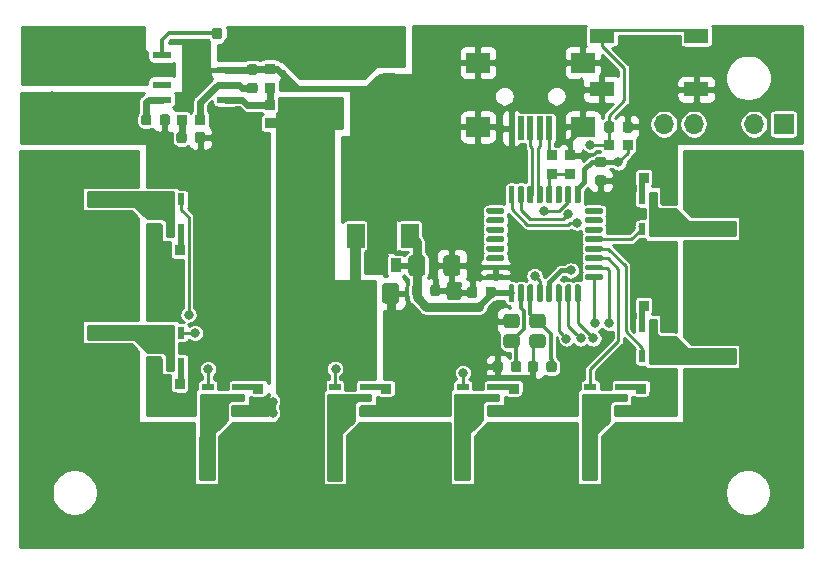
<source format=gbr>
G04 #@! TF.GenerationSoftware,KiCad,Pcbnew,5.1.6-c6e7f7d~87~ubuntu20.04.1*
G04 #@! TF.CreationDate,2020-09-01T15:12:56+02:00*
G04 #@! TF.ProjectId,UVDAR_Board,55564441-525f-4426-9f61-72642e6b6963,rev?*
G04 #@! TF.SameCoordinates,Original*
G04 #@! TF.FileFunction,Copper,L1,Top*
G04 #@! TF.FilePolarity,Positive*
%FSLAX46Y46*%
G04 Gerber Fmt 4.6, Leading zero omitted, Abs format (unit mm)*
G04 Created by KiCad (PCBNEW 5.1.6-c6e7f7d~87~ubuntu20.04.1) date 2020-09-01 15:12:56*
%MOMM*%
%LPD*%
G01*
G04 APERTURE LIST*
G04 #@! TA.AperFunction,SMDPad,CuDef*
%ADD10R,3.400000X2.400000*%
G04 #@! TD*
G04 #@! TA.AperFunction,SMDPad,CuDef*
%ADD11R,0.950000X0.875000*%
G04 #@! TD*
G04 #@! TA.AperFunction,SMDPad,CuDef*
%ADD12R,0.875000X0.950000*%
G04 #@! TD*
G04 #@! TA.AperFunction,SMDPad,CuDef*
%ADD13R,1.550000X0.600000*%
G04 #@! TD*
G04 #@! TA.AperFunction,SMDPad,CuDef*
%ADD14R,2.100000X1.200000*%
G04 #@! TD*
G04 #@! TA.AperFunction,SMDPad,CuDef*
%ADD15R,2.000000X1.700000*%
G04 #@! TD*
G04 #@! TA.AperFunction,SMDPad,CuDef*
%ADD16R,0.500000X2.000000*%
G04 #@! TD*
G04 #@! TA.AperFunction,ComponentPad*
%ADD17R,1.700000X1.700000*%
G04 #@! TD*
G04 #@! TA.AperFunction,ComponentPad*
%ADD18O,1.700000X1.700000*%
G04 #@! TD*
G04 #@! TA.AperFunction,ComponentPad*
%ADD19C,3.000000*%
G04 #@! TD*
G04 #@! TA.AperFunction,ComponentPad*
%ADD20R,3.000000X3.000000*%
G04 #@! TD*
G04 #@! TA.AperFunction,SMDPad,CuDef*
%ADD21R,4.000000X1.200000*%
G04 #@! TD*
G04 #@! TA.AperFunction,SMDPad,CuDef*
%ADD22R,3.400000X1.800000*%
G04 #@! TD*
G04 #@! TA.AperFunction,SMDPad,CuDef*
%ADD23R,1.200000X4.000000*%
G04 #@! TD*
G04 #@! TA.AperFunction,SMDPad,CuDef*
%ADD24R,1.800000X3.400000*%
G04 #@! TD*
G04 #@! TA.AperFunction,SMDPad,CuDef*
%ADD25R,0.550000X1.000000*%
G04 #@! TD*
G04 #@! TA.AperFunction,SMDPad,CuDef*
%ADD26R,1.000000X0.550000*%
G04 #@! TD*
G04 #@! TA.AperFunction,SMDPad,CuDef*
%ADD27R,0.900000X1.200000*%
G04 #@! TD*
G04 #@! TA.AperFunction,SMDPad,CuDef*
%ADD28R,1.500000X2.000000*%
G04 #@! TD*
G04 #@! TA.AperFunction,SMDPad,CuDef*
%ADD29R,3.800000X2.000000*%
G04 #@! TD*
G04 #@! TA.AperFunction,ViaPad*
%ADD30C,0.800000*%
G04 #@! TD*
G04 #@! TA.AperFunction,Conductor*
%ADD31C,0.400000*%
G04 #@! TD*
G04 #@! TA.AperFunction,Conductor*
%ADD32C,0.500000*%
G04 #@! TD*
G04 #@! TA.AperFunction,Conductor*
%ADD33C,0.600000*%
G04 #@! TD*
G04 #@! TA.AperFunction,Conductor*
%ADD34C,0.250000*%
G04 #@! TD*
G04 #@! TA.AperFunction,Conductor*
%ADD35C,0.800000*%
G04 #@! TD*
G04 #@! TA.AperFunction,Conductor*
%ADD36C,0.350000*%
G04 #@! TD*
G04 #@! TA.AperFunction,Conductor*
%ADD37C,0.300000*%
G04 #@! TD*
G04 #@! TA.AperFunction,Conductor*
%ADD38C,1.200000*%
G04 #@! TD*
G04 #@! TA.AperFunction,Conductor*
%ADD39C,0.900000*%
G04 #@! TD*
G04 #@! TA.AperFunction,Conductor*
%ADD40C,0.875000*%
G04 #@! TD*
G04 #@! TA.AperFunction,Conductor*
%ADD41C,1.000000*%
G04 #@! TD*
G04 #@! TA.AperFunction,Conductor*
%ADD42C,0.254000*%
G04 #@! TD*
G04 APERTURE END LIST*
D10*
X118000000Y-109900000D03*
X118000000Y-103700000D03*
G04 #@! TA.AperFunction,SMDPad,CuDef*
G36*
G01*
X114975000Y-120393750D02*
X114975000Y-120906250D01*
G75*
G02*
X114756250Y-121125000I-218750J0D01*
G01*
X114318750Y-121125000D01*
G75*
G02*
X114100000Y-120906250I0J218750D01*
G01*
X114100000Y-120393750D01*
G75*
G02*
X114318750Y-120175000I218750J0D01*
G01*
X114756250Y-120175000D01*
G75*
G02*
X114975000Y-120393750I0J-218750D01*
G01*
G37*
G04 #@! TD.AperFunction*
G04 #@! TA.AperFunction,SMDPad,CuDef*
G36*
G01*
X113400000Y-120393750D02*
X113400000Y-120906250D01*
G75*
G02*
X113181250Y-121125000I-218750J0D01*
G01*
X112743750Y-121125000D01*
G75*
G02*
X112525000Y-120906250I0J218750D01*
G01*
X112525000Y-120393750D01*
G75*
G02*
X112743750Y-120175000I218750J0D01*
G01*
X113181250Y-120175000D01*
G75*
G02*
X113400000Y-120393750I0J-218750D01*
G01*
G37*
G04 #@! TD.AperFunction*
G04 #@! TA.AperFunction,SMDPad,CuDef*
G36*
G01*
X108565000Y-103336250D02*
X108565000Y-102823750D01*
G75*
G02*
X108783750Y-102605000I218750J0D01*
G01*
X109221250Y-102605000D01*
G75*
G02*
X109440000Y-102823750I0J-218750D01*
G01*
X109440000Y-103336250D01*
G75*
G02*
X109221250Y-103555000I-218750J0D01*
G01*
X108783750Y-103555000D01*
G75*
G02*
X108565000Y-103336250I0J218750D01*
G01*
G37*
G04 #@! TD.AperFunction*
G04 #@! TA.AperFunction,SMDPad,CuDef*
G36*
G01*
X110140000Y-103336250D02*
X110140000Y-102823750D01*
G75*
G02*
X110358750Y-102605000I218750J0D01*
G01*
X110796250Y-102605000D01*
G75*
G02*
X111015000Y-102823750I0J-218750D01*
G01*
X111015000Y-103336250D01*
G75*
G02*
X110796250Y-103555000I-218750J0D01*
G01*
X110358750Y-103555000D01*
G75*
G02*
X110140000Y-103336250I0J218750D01*
G01*
G37*
G04 #@! TD.AperFunction*
G04 #@! TA.AperFunction,SMDPad,CuDef*
G36*
G01*
X102575000Y-110656250D02*
X102575000Y-110143750D01*
G75*
G02*
X102793750Y-109925000I218750J0D01*
G01*
X103231250Y-109925000D01*
G75*
G02*
X103450000Y-110143750I0J-218750D01*
G01*
X103450000Y-110656250D01*
G75*
G02*
X103231250Y-110875000I-218750J0D01*
G01*
X102793750Y-110875000D01*
G75*
G02*
X102575000Y-110656250I0J218750D01*
G01*
G37*
G04 #@! TD.AperFunction*
G04 #@! TA.AperFunction,SMDPad,CuDef*
G36*
G01*
X104150000Y-110656250D02*
X104150000Y-110143750D01*
G75*
G02*
X104368750Y-109925000I218750J0D01*
G01*
X104806250Y-109925000D01*
G75*
G02*
X105025000Y-110143750I0J-218750D01*
G01*
X105025000Y-110656250D01*
G75*
G02*
X104806250Y-110875000I-218750J0D01*
G01*
X104368750Y-110875000D01*
G75*
G02*
X104150000Y-110656250I0J218750D01*
G01*
G37*
G04 #@! TD.AperFunction*
G04 #@! TA.AperFunction,SMDPad,CuDef*
G36*
G01*
X105575000Y-112156250D02*
X105575000Y-111643750D01*
G75*
G02*
X105793750Y-111425000I218750J0D01*
G01*
X106231250Y-111425000D01*
G75*
G02*
X106450000Y-111643750I0J-218750D01*
G01*
X106450000Y-112156250D01*
G75*
G02*
X106231250Y-112375000I-218750J0D01*
G01*
X105793750Y-112375000D01*
G75*
G02*
X105575000Y-112156250I0J218750D01*
G01*
G37*
G04 #@! TD.AperFunction*
G04 #@! TA.AperFunction,SMDPad,CuDef*
G36*
G01*
X107150000Y-112156250D02*
X107150000Y-111643750D01*
G75*
G02*
X107368750Y-111425000I218750J0D01*
G01*
X107806250Y-111425000D01*
G75*
G02*
X108025000Y-111643750I0J-218750D01*
G01*
X108025000Y-112156250D01*
G75*
G02*
X107806250Y-112375000I-218750J0D01*
G01*
X107368750Y-112375000D01*
G75*
G02*
X107150000Y-112156250I0J218750D01*
G01*
G37*
G04 #@! TD.AperFunction*
G04 #@! TA.AperFunction,SMDPad,CuDef*
G36*
G01*
X112246250Y-108145000D02*
X111733750Y-108145000D01*
G75*
G02*
X111515000Y-107926250I0J218750D01*
G01*
X111515000Y-107488750D01*
G75*
G02*
X111733750Y-107270000I218750J0D01*
G01*
X112246250Y-107270000D01*
G75*
G02*
X112465000Y-107488750I0J-218750D01*
G01*
X112465000Y-107926250D01*
G75*
G02*
X112246250Y-108145000I-218750J0D01*
G01*
G37*
G04 #@! TD.AperFunction*
G04 #@! TA.AperFunction,SMDPad,CuDef*
G36*
G01*
X112246250Y-106570000D02*
X111733750Y-106570000D01*
G75*
G02*
X111515000Y-106351250I0J218750D01*
G01*
X111515000Y-105913750D01*
G75*
G02*
X111733750Y-105695000I218750J0D01*
G01*
X112246250Y-105695000D01*
G75*
G02*
X112465000Y-105913750I0J-218750D01*
G01*
X112465000Y-106351250D01*
G75*
G02*
X112246250Y-106570000I-218750J0D01*
G01*
G37*
G04 #@! TD.AperFunction*
D11*
X113500000Y-107687500D03*
X113500000Y-106112500D03*
X113500000Y-110687500D03*
X113500000Y-109112500D03*
D12*
X107587500Y-110400000D03*
X106012500Y-110400000D03*
G04 #@! TA.AperFunction,SMDPad,CuDef*
G36*
G01*
X123150000Y-106450000D02*
X124050000Y-106450000D01*
G75*
G02*
X124500000Y-106900000I0J-450000D01*
G01*
X124500000Y-108500000D01*
G75*
G02*
X124050000Y-108950000I-450000J0D01*
G01*
X123150000Y-108950000D01*
G75*
G02*
X122700000Y-108500000I0J450000D01*
G01*
X122700000Y-106900000D01*
G75*
G02*
X123150000Y-106450000I450000J0D01*
G01*
G37*
G04 #@! TD.AperFunction*
G04 #@! TA.AperFunction,SMDPad,CuDef*
G36*
G01*
X123150000Y-102450000D02*
X124050000Y-102450000D01*
G75*
G02*
X124500000Y-102900000I0J-450000D01*
G01*
X124500000Y-104500000D01*
G75*
G02*
X124050000Y-104950000I-450000J0D01*
G01*
X123150000Y-104950000D01*
G75*
G02*
X122700000Y-104500000I0J450000D01*
G01*
X122700000Y-102900000D01*
G75*
G02*
X123150000Y-102450000I450000J0D01*
G01*
G37*
G04 #@! TD.AperFunction*
G04 #@! TA.AperFunction,SMDPad,CuDef*
G36*
G01*
X112000000Y-116950000D02*
X112000000Y-118350000D01*
G75*
G02*
X111600000Y-118750000I-400000J0D01*
G01*
X110800000Y-118750000D01*
G75*
G02*
X110400000Y-118350000I0J400000D01*
G01*
X110400000Y-116950000D01*
G75*
G02*
X110800000Y-116550000I400000J0D01*
G01*
X111600000Y-116550000D01*
G75*
G02*
X112000000Y-116950000I0J-400000D01*
G01*
G37*
G04 #@! TD.AperFunction*
G04 #@! TA.AperFunction,SMDPad,CuDef*
G36*
G01*
X118000000Y-116950000D02*
X118000000Y-118350000D01*
G75*
G02*
X117600000Y-118750000I-400000J0D01*
G01*
X116800000Y-118750000D01*
G75*
G02*
X116400000Y-118350000I0J400000D01*
G01*
X116400000Y-116950000D01*
G75*
G02*
X116800000Y-116550000I400000J0D01*
G01*
X117600000Y-116550000D01*
G75*
G02*
X118000000Y-116950000I0J-400000D01*
G01*
G37*
G04 #@! TD.AperFunction*
G04 #@! TA.AperFunction,SMDPad,CuDef*
G36*
G01*
X99300000Y-109200000D02*
X100700000Y-109200000D01*
G75*
G02*
X101100000Y-109600000I0J-400000D01*
G01*
X101100000Y-110400000D01*
G75*
G02*
X100700000Y-110800000I-400000J0D01*
G01*
X99300000Y-110800000D01*
G75*
G02*
X98900000Y-110400000I0J400000D01*
G01*
X98900000Y-109600000D01*
G75*
G02*
X99300000Y-109200000I400000J0D01*
G01*
G37*
G04 #@! TD.AperFunction*
G04 #@! TA.AperFunction,SMDPad,CuDef*
G36*
G01*
X99300000Y-103200000D02*
X100700000Y-103200000D01*
G75*
G02*
X101100000Y-103600000I0J-400000D01*
G01*
X101100000Y-104400000D01*
G75*
G02*
X100700000Y-104800000I-400000J0D01*
G01*
X99300000Y-104800000D01*
G75*
G02*
X98900000Y-104400000I0J400000D01*
G01*
X98900000Y-103600000D01*
G75*
G02*
X99300000Y-103200000I400000J0D01*
G01*
G37*
G04 #@! TD.AperFunction*
G04 #@! TA.AperFunction,SMDPad,CuDef*
G36*
G01*
X112000000Y-112950000D02*
X112000000Y-114350000D01*
G75*
G02*
X111600000Y-114750000I-400000J0D01*
G01*
X110800000Y-114750000D01*
G75*
G02*
X110400000Y-114350000I0J400000D01*
G01*
X110400000Y-112950000D01*
G75*
G02*
X110800000Y-112550000I400000J0D01*
G01*
X111600000Y-112550000D01*
G75*
G02*
X112000000Y-112950000I0J-400000D01*
G01*
G37*
G04 #@! TD.AperFunction*
G04 #@! TA.AperFunction,SMDPad,CuDef*
G36*
G01*
X118000000Y-112950000D02*
X118000000Y-114350000D01*
G75*
G02*
X117600000Y-114750000I-400000J0D01*
G01*
X116800000Y-114750000D01*
G75*
G02*
X116400000Y-114350000I0J400000D01*
G01*
X116400000Y-112950000D01*
G75*
G02*
X116800000Y-112550000I400000J0D01*
G01*
X117600000Y-112550000D01*
G75*
G02*
X118000000Y-112950000I0J-400000D01*
G01*
G37*
G04 #@! TD.AperFunction*
D13*
X109780000Y-104865000D03*
X109780000Y-106135000D03*
X109780000Y-107405000D03*
X109780000Y-108675000D03*
X104380000Y-108675000D03*
X104380000Y-107405000D03*
X104380000Y-106135000D03*
X104380000Y-104865000D03*
D11*
X138900000Y-114987500D03*
X138900000Y-113412500D03*
X137400000Y-113412500D03*
X137400000Y-114987500D03*
D12*
X142212500Y-112500000D03*
X143787500Y-112500000D03*
D14*
X141600000Y-103300000D03*
X141600000Y-107800000D03*
X149600000Y-103300000D03*
X149600000Y-107800000D03*
G04 #@! TA.AperFunction,SMDPad,CuDef*
G36*
G01*
X143350000Y-111256250D02*
X143350000Y-110743750D01*
G75*
G02*
X143568750Y-110525000I218750J0D01*
G01*
X144006250Y-110525000D01*
G75*
G02*
X144225000Y-110743750I0J-218750D01*
G01*
X144225000Y-111256250D01*
G75*
G02*
X144006250Y-111475000I-218750J0D01*
G01*
X143568750Y-111475000D01*
G75*
G02*
X143350000Y-111256250I0J218750D01*
G01*
G37*
G04 #@! TD.AperFunction*
G04 #@! TA.AperFunction,SMDPad,CuDef*
G36*
G01*
X141775000Y-111256250D02*
X141775000Y-110743750D01*
G75*
G02*
X141993750Y-110525000I218750J0D01*
G01*
X142431250Y-110525000D01*
G75*
G02*
X142650000Y-110743750I0J-218750D01*
G01*
X142650000Y-111256250D01*
G75*
G02*
X142431250Y-111475000I-218750J0D01*
G01*
X141993750Y-111475000D01*
G75*
G02*
X141775000Y-111256250I0J218750D01*
G01*
G37*
G04 #@! TD.AperFunction*
G04 #@! TA.AperFunction,SMDPad,CuDef*
G36*
G01*
X125485000Y-125096250D02*
X125485000Y-124583750D01*
G75*
G02*
X125703750Y-124365000I218750J0D01*
G01*
X126141250Y-124365000D01*
G75*
G02*
X126360000Y-124583750I0J-218750D01*
G01*
X126360000Y-125096250D01*
G75*
G02*
X126141250Y-125315000I-218750J0D01*
G01*
X125703750Y-125315000D01*
G75*
G02*
X125485000Y-125096250I0J218750D01*
G01*
G37*
G04 #@! TD.AperFunction*
G04 #@! TA.AperFunction,SMDPad,CuDef*
G36*
G01*
X127060000Y-125096250D02*
X127060000Y-124583750D01*
G75*
G02*
X127278750Y-124365000I218750J0D01*
G01*
X127716250Y-124365000D01*
G75*
G02*
X127935000Y-124583750I0J-218750D01*
G01*
X127935000Y-125096250D01*
G75*
G02*
X127716250Y-125315000I-218750J0D01*
G01*
X127278750Y-125315000D01*
G75*
G02*
X127060000Y-125096250I0J218750D01*
G01*
G37*
G04 #@! TD.AperFunction*
G04 #@! TA.AperFunction,SMDPad,CuDef*
G36*
G01*
X137775000Y-131043750D02*
X137775000Y-131556250D01*
G75*
G02*
X137556250Y-131775000I-218750J0D01*
G01*
X137118750Y-131775000D01*
G75*
G02*
X136900000Y-131556250I0J218750D01*
G01*
X136900000Y-131043750D01*
G75*
G02*
X137118750Y-130825000I218750J0D01*
G01*
X137556250Y-130825000D01*
G75*
G02*
X137775000Y-131043750I0J-218750D01*
G01*
G37*
G04 #@! TD.AperFunction*
G04 #@! TA.AperFunction,SMDPad,CuDef*
G36*
G01*
X136200000Y-131043750D02*
X136200000Y-131556250D01*
G75*
G02*
X135981250Y-131775000I-218750J0D01*
G01*
X135543750Y-131775000D01*
G75*
G02*
X135325000Y-131556250I0J218750D01*
G01*
X135325000Y-131043750D01*
G75*
G02*
X135543750Y-130825000I218750J0D01*
G01*
X135981250Y-130825000D01*
G75*
G02*
X136200000Y-131043750I0J-218750D01*
G01*
G37*
G04 #@! TD.AperFunction*
G04 #@! TA.AperFunction,SMDPad,CuDef*
G36*
G01*
X134775000Y-131043750D02*
X134775000Y-131556250D01*
G75*
G02*
X134556250Y-131775000I-218750J0D01*
G01*
X134118750Y-131775000D01*
G75*
G02*
X133900000Y-131556250I0J218750D01*
G01*
X133900000Y-131043750D01*
G75*
G02*
X134118750Y-130825000I218750J0D01*
G01*
X134556250Y-130825000D01*
G75*
G02*
X134775000Y-131043750I0J-218750D01*
G01*
G37*
G04 #@! TD.AperFunction*
G04 #@! TA.AperFunction,SMDPad,CuDef*
G36*
G01*
X133200000Y-131043750D02*
X133200000Y-131556250D01*
G75*
G02*
X132981250Y-131775000I-218750J0D01*
G01*
X132543750Y-131775000D01*
G75*
G02*
X132325000Y-131556250I0J218750D01*
G01*
X132325000Y-131043750D01*
G75*
G02*
X132543750Y-130825000I218750J0D01*
G01*
X132981250Y-130825000D01*
G75*
G02*
X133200000Y-131043750I0J-218750D01*
G01*
G37*
G04 #@! TD.AperFunction*
G04 #@! TA.AperFunction,SMDPad,CuDef*
G36*
G01*
X132625000Y-124743750D02*
X132625000Y-125256250D01*
G75*
G02*
X132406250Y-125475000I-218750J0D01*
G01*
X131968750Y-125475000D01*
G75*
G02*
X131750000Y-125256250I0J218750D01*
G01*
X131750000Y-124743750D01*
G75*
G02*
X131968750Y-124525000I218750J0D01*
G01*
X132406250Y-124525000D01*
G75*
G02*
X132625000Y-124743750I0J-218750D01*
G01*
G37*
G04 #@! TD.AperFunction*
G04 #@! TA.AperFunction,SMDPad,CuDef*
G36*
G01*
X131050000Y-124743750D02*
X131050000Y-125256250D01*
G75*
G02*
X130831250Y-125475000I-218750J0D01*
G01*
X130393750Y-125475000D01*
G75*
G02*
X130175000Y-125256250I0J218750D01*
G01*
X130175000Y-124743750D01*
G75*
G02*
X130393750Y-124525000I218750J0D01*
G01*
X130831250Y-124525000D01*
G75*
G02*
X131050000Y-124743750I0J-218750D01*
G01*
G37*
G04 #@! TD.AperFunction*
G04 #@! TA.AperFunction,SMDPad,CuDef*
G36*
G01*
X141243750Y-113525000D02*
X141756250Y-113525000D01*
G75*
G02*
X141975000Y-113743750I0J-218750D01*
G01*
X141975000Y-114181250D01*
G75*
G02*
X141756250Y-114400000I-218750J0D01*
G01*
X141243750Y-114400000D01*
G75*
G02*
X141025000Y-114181250I0J218750D01*
G01*
X141025000Y-113743750D01*
G75*
G02*
X141243750Y-113525000I218750J0D01*
G01*
G37*
G04 #@! TD.AperFunction*
G04 #@! TA.AperFunction,SMDPad,CuDef*
G36*
G01*
X141243750Y-115100000D02*
X141756250Y-115100000D01*
G75*
G02*
X141975000Y-115318750I0J-218750D01*
G01*
X141975000Y-115756250D01*
G75*
G02*
X141756250Y-115975000I-218750J0D01*
G01*
X141243750Y-115975000D01*
G75*
G02*
X141025000Y-115756250I0J218750D01*
G01*
X141025000Y-115318750D01*
G75*
G02*
X141243750Y-115100000I218750J0D01*
G01*
G37*
G04 #@! TD.AperFunction*
D12*
X105842500Y-121430000D03*
X104267500Y-121430000D03*
X105842500Y-132730000D03*
X104267500Y-132730000D03*
D11*
X112520000Y-133152500D03*
X112520000Y-134727500D03*
X123320000Y-133152500D03*
X123320000Y-134727500D03*
D12*
X145161730Y-115328370D03*
X146736730Y-115328370D03*
X145161730Y-126128370D03*
X146736730Y-126128370D03*
D11*
X144916184Y-133154740D03*
X144916184Y-134729740D03*
X134116184Y-133154740D03*
X134116184Y-134729740D03*
D15*
X131100000Y-105550000D03*
X131100000Y-111000000D03*
X140000000Y-105550000D03*
X140000000Y-111000000D03*
D16*
X133950000Y-111100000D03*
X134750000Y-111100000D03*
X135550000Y-111100000D03*
X136350000Y-111100000D03*
X137150000Y-111100000D03*
D17*
X157000000Y-110750000D03*
D18*
X154460000Y-110750000D03*
X151920000Y-110750000D03*
X149380000Y-110750000D03*
X146840000Y-110750000D03*
D19*
X95000000Y-109500000D03*
D20*
X95000000Y-104500000D03*
G04 #@! TA.AperFunction,SMDPad,CuDef*
G36*
G01*
X133200000Y-123950000D02*
X131950000Y-123950000D01*
G75*
G02*
X131825000Y-123825000I0J125000D01*
G01*
X131825000Y-123575000D01*
G75*
G02*
X131950000Y-123450000I125000J0D01*
G01*
X133200000Y-123450000D01*
G75*
G02*
X133325000Y-123575000I0J-125000D01*
G01*
X133325000Y-123825000D01*
G75*
G02*
X133200000Y-123950000I-125000J0D01*
G01*
G37*
G04 #@! TD.AperFunction*
G04 #@! TA.AperFunction,SMDPad,CuDef*
G36*
G01*
X133200000Y-123150000D02*
X131950000Y-123150000D01*
G75*
G02*
X131825000Y-123025000I0J125000D01*
G01*
X131825000Y-122775000D01*
G75*
G02*
X131950000Y-122650000I125000J0D01*
G01*
X133200000Y-122650000D01*
G75*
G02*
X133325000Y-122775000I0J-125000D01*
G01*
X133325000Y-123025000D01*
G75*
G02*
X133200000Y-123150000I-125000J0D01*
G01*
G37*
G04 #@! TD.AperFunction*
G04 #@! TA.AperFunction,SMDPad,CuDef*
G36*
G01*
X133200000Y-122350000D02*
X131950000Y-122350000D01*
G75*
G02*
X131825000Y-122225000I0J125000D01*
G01*
X131825000Y-121975000D01*
G75*
G02*
X131950000Y-121850000I125000J0D01*
G01*
X133200000Y-121850000D01*
G75*
G02*
X133325000Y-121975000I0J-125000D01*
G01*
X133325000Y-122225000D01*
G75*
G02*
X133200000Y-122350000I-125000J0D01*
G01*
G37*
G04 #@! TD.AperFunction*
G04 #@! TA.AperFunction,SMDPad,CuDef*
G36*
G01*
X133200000Y-121550000D02*
X131950000Y-121550000D01*
G75*
G02*
X131825000Y-121425000I0J125000D01*
G01*
X131825000Y-121175000D01*
G75*
G02*
X131950000Y-121050000I125000J0D01*
G01*
X133200000Y-121050000D01*
G75*
G02*
X133325000Y-121175000I0J-125000D01*
G01*
X133325000Y-121425000D01*
G75*
G02*
X133200000Y-121550000I-125000J0D01*
G01*
G37*
G04 #@! TD.AperFunction*
G04 #@! TA.AperFunction,SMDPad,CuDef*
G36*
G01*
X133200000Y-120750000D02*
X131950000Y-120750000D01*
G75*
G02*
X131825000Y-120625000I0J125000D01*
G01*
X131825000Y-120375000D01*
G75*
G02*
X131950000Y-120250000I125000J0D01*
G01*
X133200000Y-120250000D01*
G75*
G02*
X133325000Y-120375000I0J-125000D01*
G01*
X133325000Y-120625000D01*
G75*
G02*
X133200000Y-120750000I-125000J0D01*
G01*
G37*
G04 #@! TD.AperFunction*
G04 #@! TA.AperFunction,SMDPad,CuDef*
G36*
G01*
X133200000Y-119950000D02*
X131950000Y-119950000D01*
G75*
G02*
X131825000Y-119825000I0J125000D01*
G01*
X131825000Y-119575000D01*
G75*
G02*
X131950000Y-119450000I125000J0D01*
G01*
X133200000Y-119450000D01*
G75*
G02*
X133325000Y-119575000I0J-125000D01*
G01*
X133325000Y-119825000D01*
G75*
G02*
X133200000Y-119950000I-125000J0D01*
G01*
G37*
G04 #@! TD.AperFunction*
G04 #@! TA.AperFunction,SMDPad,CuDef*
G36*
G01*
X133200000Y-119150000D02*
X131950000Y-119150000D01*
G75*
G02*
X131825000Y-119025000I0J125000D01*
G01*
X131825000Y-118775000D01*
G75*
G02*
X131950000Y-118650000I125000J0D01*
G01*
X133200000Y-118650000D01*
G75*
G02*
X133325000Y-118775000I0J-125000D01*
G01*
X133325000Y-119025000D01*
G75*
G02*
X133200000Y-119150000I-125000J0D01*
G01*
G37*
G04 #@! TD.AperFunction*
G04 #@! TA.AperFunction,SMDPad,CuDef*
G36*
G01*
X133200000Y-118350000D02*
X131950000Y-118350000D01*
G75*
G02*
X131825000Y-118225000I0J125000D01*
G01*
X131825000Y-117975000D01*
G75*
G02*
X131950000Y-117850000I125000J0D01*
G01*
X133200000Y-117850000D01*
G75*
G02*
X133325000Y-117975000I0J-125000D01*
G01*
X133325000Y-118225000D01*
G75*
G02*
X133200000Y-118350000I-125000J0D01*
G01*
G37*
G04 #@! TD.AperFunction*
G04 #@! TA.AperFunction,SMDPad,CuDef*
G36*
G01*
X134075000Y-117475000D02*
X133825000Y-117475000D01*
G75*
G02*
X133700000Y-117350000I0J125000D01*
G01*
X133700000Y-116100000D01*
G75*
G02*
X133825000Y-115975000I125000J0D01*
G01*
X134075000Y-115975000D01*
G75*
G02*
X134200000Y-116100000I0J-125000D01*
G01*
X134200000Y-117350000D01*
G75*
G02*
X134075000Y-117475000I-125000J0D01*
G01*
G37*
G04 #@! TD.AperFunction*
G04 #@! TA.AperFunction,SMDPad,CuDef*
G36*
G01*
X134875000Y-117475000D02*
X134625000Y-117475000D01*
G75*
G02*
X134500000Y-117350000I0J125000D01*
G01*
X134500000Y-116100000D01*
G75*
G02*
X134625000Y-115975000I125000J0D01*
G01*
X134875000Y-115975000D01*
G75*
G02*
X135000000Y-116100000I0J-125000D01*
G01*
X135000000Y-117350000D01*
G75*
G02*
X134875000Y-117475000I-125000J0D01*
G01*
G37*
G04 #@! TD.AperFunction*
G04 #@! TA.AperFunction,SMDPad,CuDef*
G36*
G01*
X135675000Y-117475000D02*
X135425000Y-117475000D01*
G75*
G02*
X135300000Y-117350000I0J125000D01*
G01*
X135300000Y-116100000D01*
G75*
G02*
X135425000Y-115975000I125000J0D01*
G01*
X135675000Y-115975000D01*
G75*
G02*
X135800000Y-116100000I0J-125000D01*
G01*
X135800000Y-117350000D01*
G75*
G02*
X135675000Y-117475000I-125000J0D01*
G01*
G37*
G04 #@! TD.AperFunction*
G04 #@! TA.AperFunction,SMDPad,CuDef*
G36*
G01*
X136475000Y-117475000D02*
X136225000Y-117475000D01*
G75*
G02*
X136100000Y-117350000I0J125000D01*
G01*
X136100000Y-116100000D01*
G75*
G02*
X136225000Y-115975000I125000J0D01*
G01*
X136475000Y-115975000D01*
G75*
G02*
X136600000Y-116100000I0J-125000D01*
G01*
X136600000Y-117350000D01*
G75*
G02*
X136475000Y-117475000I-125000J0D01*
G01*
G37*
G04 #@! TD.AperFunction*
G04 #@! TA.AperFunction,SMDPad,CuDef*
G36*
G01*
X137275000Y-117475000D02*
X137025000Y-117475000D01*
G75*
G02*
X136900000Y-117350000I0J125000D01*
G01*
X136900000Y-116100000D01*
G75*
G02*
X137025000Y-115975000I125000J0D01*
G01*
X137275000Y-115975000D01*
G75*
G02*
X137400000Y-116100000I0J-125000D01*
G01*
X137400000Y-117350000D01*
G75*
G02*
X137275000Y-117475000I-125000J0D01*
G01*
G37*
G04 #@! TD.AperFunction*
G04 #@! TA.AperFunction,SMDPad,CuDef*
G36*
G01*
X138075000Y-117475000D02*
X137825000Y-117475000D01*
G75*
G02*
X137700000Y-117350000I0J125000D01*
G01*
X137700000Y-116100000D01*
G75*
G02*
X137825000Y-115975000I125000J0D01*
G01*
X138075000Y-115975000D01*
G75*
G02*
X138200000Y-116100000I0J-125000D01*
G01*
X138200000Y-117350000D01*
G75*
G02*
X138075000Y-117475000I-125000J0D01*
G01*
G37*
G04 #@! TD.AperFunction*
G04 #@! TA.AperFunction,SMDPad,CuDef*
G36*
G01*
X138875000Y-117475000D02*
X138625000Y-117475000D01*
G75*
G02*
X138500000Y-117350000I0J125000D01*
G01*
X138500000Y-116100000D01*
G75*
G02*
X138625000Y-115975000I125000J0D01*
G01*
X138875000Y-115975000D01*
G75*
G02*
X139000000Y-116100000I0J-125000D01*
G01*
X139000000Y-117350000D01*
G75*
G02*
X138875000Y-117475000I-125000J0D01*
G01*
G37*
G04 #@! TD.AperFunction*
G04 #@! TA.AperFunction,SMDPad,CuDef*
G36*
G01*
X139675000Y-117475000D02*
X139425000Y-117475000D01*
G75*
G02*
X139300000Y-117350000I0J125000D01*
G01*
X139300000Y-116100000D01*
G75*
G02*
X139425000Y-115975000I125000J0D01*
G01*
X139675000Y-115975000D01*
G75*
G02*
X139800000Y-116100000I0J-125000D01*
G01*
X139800000Y-117350000D01*
G75*
G02*
X139675000Y-117475000I-125000J0D01*
G01*
G37*
G04 #@! TD.AperFunction*
G04 #@! TA.AperFunction,SMDPad,CuDef*
G36*
G01*
X141550000Y-118350000D02*
X140300000Y-118350000D01*
G75*
G02*
X140175000Y-118225000I0J125000D01*
G01*
X140175000Y-117975000D01*
G75*
G02*
X140300000Y-117850000I125000J0D01*
G01*
X141550000Y-117850000D01*
G75*
G02*
X141675000Y-117975000I0J-125000D01*
G01*
X141675000Y-118225000D01*
G75*
G02*
X141550000Y-118350000I-125000J0D01*
G01*
G37*
G04 #@! TD.AperFunction*
G04 #@! TA.AperFunction,SMDPad,CuDef*
G36*
G01*
X141550000Y-119150000D02*
X140300000Y-119150000D01*
G75*
G02*
X140175000Y-119025000I0J125000D01*
G01*
X140175000Y-118775000D01*
G75*
G02*
X140300000Y-118650000I125000J0D01*
G01*
X141550000Y-118650000D01*
G75*
G02*
X141675000Y-118775000I0J-125000D01*
G01*
X141675000Y-119025000D01*
G75*
G02*
X141550000Y-119150000I-125000J0D01*
G01*
G37*
G04 #@! TD.AperFunction*
G04 #@! TA.AperFunction,SMDPad,CuDef*
G36*
G01*
X141550000Y-119950000D02*
X140300000Y-119950000D01*
G75*
G02*
X140175000Y-119825000I0J125000D01*
G01*
X140175000Y-119575000D01*
G75*
G02*
X140300000Y-119450000I125000J0D01*
G01*
X141550000Y-119450000D01*
G75*
G02*
X141675000Y-119575000I0J-125000D01*
G01*
X141675000Y-119825000D01*
G75*
G02*
X141550000Y-119950000I-125000J0D01*
G01*
G37*
G04 #@! TD.AperFunction*
G04 #@! TA.AperFunction,SMDPad,CuDef*
G36*
G01*
X141550000Y-120750000D02*
X140300000Y-120750000D01*
G75*
G02*
X140175000Y-120625000I0J125000D01*
G01*
X140175000Y-120375000D01*
G75*
G02*
X140300000Y-120250000I125000J0D01*
G01*
X141550000Y-120250000D01*
G75*
G02*
X141675000Y-120375000I0J-125000D01*
G01*
X141675000Y-120625000D01*
G75*
G02*
X141550000Y-120750000I-125000J0D01*
G01*
G37*
G04 #@! TD.AperFunction*
G04 #@! TA.AperFunction,SMDPad,CuDef*
G36*
G01*
X141550000Y-121550000D02*
X140300000Y-121550000D01*
G75*
G02*
X140175000Y-121425000I0J125000D01*
G01*
X140175000Y-121175000D01*
G75*
G02*
X140300000Y-121050000I125000J0D01*
G01*
X141550000Y-121050000D01*
G75*
G02*
X141675000Y-121175000I0J-125000D01*
G01*
X141675000Y-121425000D01*
G75*
G02*
X141550000Y-121550000I-125000J0D01*
G01*
G37*
G04 #@! TD.AperFunction*
G04 #@! TA.AperFunction,SMDPad,CuDef*
G36*
G01*
X141550000Y-122350000D02*
X140300000Y-122350000D01*
G75*
G02*
X140175000Y-122225000I0J125000D01*
G01*
X140175000Y-121975000D01*
G75*
G02*
X140300000Y-121850000I125000J0D01*
G01*
X141550000Y-121850000D01*
G75*
G02*
X141675000Y-121975000I0J-125000D01*
G01*
X141675000Y-122225000D01*
G75*
G02*
X141550000Y-122350000I-125000J0D01*
G01*
G37*
G04 #@! TD.AperFunction*
G04 #@! TA.AperFunction,SMDPad,CuDef*
G36*
G01*
X141550000Y-123150000D02*
X140300000Y-123150000D01*
G75*
G02*
X140175000Y-123025000I0J125000D01*
G01*
X140175000Y-122775000D01*
G75*
G02*
X140300000Y-122650000I125000J0D01*
G01*
X141550000Y-122650000D01*
G75*
G02*
X141675000Y-122775000I0J-125000D01*
G01*
X141675000Y-123025000D01*
G75*
G02*
X141550000Y-123150000I-125000J0D01*
G01*
G37*
G04 #@! TD.AperFunction*
G04 #@! TA.AperFunction,SMDPad,CuDef*
G36*
G01*
X141550000Y-123950000D02*
X140300000Y-123950000D01*
G75*
G02*
X140175000Y-123825000I0J125000D01*
G01*
X140175000Y-123575000D01*
G75*
G02*
X140300000Y-123450000I125000J0D01*
G01*
X141550000Y-123450000D01*
G75*
G02*
X141675000Y-123575000I0J-125000D01*
G01*
X141675000Y-123825000D01*
G75*
G02*
X141550000Y-123950000I-125000J0D01*
G01*
G37*
G04 #@! TD.AperFunction*
G04 #@! TA.AperFunction,SMDPad,CuDef*
G36*
G01*
X139675000Y-125825000D02*
X139425000Y-125825000D01*
G75*
G02*
X139300000Y-125700000I0J125000D01*
G01*
X139300000Y-124450000D01*
G75*
G02*
X139425000Y-124325000I125000J0D01*
G01*
X139675000Y-124325000D01*
G75*
G02*
X139800000Y-124450000I0J-125000D01*
G01*
X139800000Y-125700000D01*
G75*
G02*
X139675000Y-125825000I-125000J0D01*
G01*
G37*
G04 #@! TD.AperFunction*
G04 #@! TA.AperFunction,SMDPad,CuDef*
G36*
G01*
X138875000Y-125825000D02*
X138625000Y-125825000D01*
G75*
G02*
X138500000Y-125700000I0J125000D01*
G01*
X138500000Y-124450000D01*
G75*
G02*
X138625000Y-124325000I125000J0D01*
G01*
X138875000Y-124325000D01*
G75*
G02*
X139000000Y-124450000I0J-125000D01*
G01*
X139000000Y-125700000D01*
G75*
G02*
X138875000Y-125825000I-125000J0D01*
G01*
G37*
G04 #@! TD.AperFunction*
G04 #@! TA.AperFunction,SMDPad,CuDef*
G36*
G01*
X138075000Y-125825000D02*
X137825000Y-125825000D01*
G75*
G02*
X137700000Y-125700000I0J125000D01*
G01*
X137700000Y-124450000D01*
G75*
G02*
X137825000Y-124325000I125000J0D01*
G01*
X138075000Y-124325000D01*
G75*
G02*
X138200000Y-124450000I0J-125000D01*
G01*
X138200000Y-125700000D01*
G75*
G02*
X138075000Y-125825000I-125000J0D01*
G01*
G37*
G04 #@! TD.AperFunction*
G04 #@! TA.AperFunction,SMDPad,CuDef*
G36*
G01*
X137275000Y-125825000D02*
X137025000Y-125825000D01*
G75*
G02*
X136900000Y-125700000I0J125000D01*
G01*
X136900000Y-124450000D01*
G75*
G02*
X137025000Y-124325000I125000J0D01*
G01*
X137275000Y-124325000D01*
G75*
G02*
X137400000Y-124450000I0J-125000D01*
G01*
X137400000Y-125700000D01*
G75*
G02*
X137275000Y-125825000I-125000J0D01*
G01*
G37*
G04 #@! TD.AperFunction*
G04 #@! TA.AperFunction,SMDPad,CuDef*
G36*
G01*
X136475000Y-125825000D02*
X136225000Y-125825000D01*
G75*
G02*
X136100000Y-125700000I0J125000D01*
G01*
X136100000Y-124450000D01*
G75*
G02*
X136225000Y-124325000I125000J0D01*
G01*
X136475000Y-124325000D01*
G75*
G02*
X136600000Y-124450000I0J-125000D01*
G01*
X136600000Y-125700000D01*
G75*
G02*
X136475000Y-125825000I-125000J0D01*
G01*
G37*
G04 #@! TD.AperFunction*
G04 #@! TA.AperFunction,SMDPad,CuDef*
G36*
G01*
X135675000Y-125825000D02*
X135425000Y-125825000D01*
G75*
G02*
X135300000Y-125700000I0J125000D01*
G01*
X135300000Y-124450000D01*
G75*
G02*
X135425000Y-124325000I125000J0D01*
G01*
X135675000Y-124325000D01*
G75*
G02*
X135800000Y-124450000I0J-125000D01*
G01*
X135800000Y-125700000D01*
G75*
G02*
X135675000Y-125825000I-125000J0D01*
G01*
G37*
G04 #@! TD.AperFunction*
G04 #@! TA.AperFunction,SMDPad,CuDef*
G36*
G01*
X134875000Y-125825000D02*
X134625000Y-125825000D01*
G75*
G02*
X134500000Y-125700000I0J125000D01*
G01*
X134500000Y-124450000D01*
G75*
G02*
X134625000Y-124325000I125000J0D01*
G01*
X134875000Y-124325000D01*
G75*
G02*
X135000000Y-124450000I0J-125000D01*
G01*
X135000000Y-125700000D01*
G75*
G02*
X134875000Y-125825000I-125000J0D01*
G01*
G37*
G04 #@! TD.AperFunction*
G04 #@! TA.AperFunction,SMDPad,CuDef*
G36*
G01*
X134075000Y-125825000D02*
X133825000Y-125825000D01*
G75*
G02*
X133700000Y-125700000I0J125000D01*
G01*
X133700000Y-124450000D01*
G75*
G02*
X133825000Y-124325000I125000J0D01*
G01*
X134075000Y-124325000D01*
G75*
G02*
X134200000Y-124450000I0J-125000D01*
G01*
X134200000Y-125700000D01*
G75*
G02*
X134075000Y-125825000I-125000J0D01*
G01*
G37*
G04 #@! TD.AperFunction*
D21*
X150939230Y-119628370D03*
X150939230Y-117628370D03*
D22*
X156639230Y-122328370D03*
X156639230Y-114928370D03*
D21*
X150939230Y-130428370D03*
X150939230Y-128428370D03*
D22*
X156639230Y-133128370D03*
X156639230Y-125728370D03*
D23*
X140616184Y-138932240D03*
X142616184Y-138932240D03*
D24*
X137916184Y-144632240D03*
X145316184Y-144632240D03*
D23*
X129816184Y-138932240D03*
X131816184Y-138932240D03*
D24*
X127116184Y-144632240D03*
X134516184Y-144632240D03*
D23*
X119020000Y-138930000D03*
X121020000Y-138930000D03*
D24*
X116320000Y-144630000D03*
X123720000Y-144630000D03*
D23*
X108220000Y-138930000D03*
X110220000Y-138930000D03*
D24*
X105520000Y-144630000D03*
X112920000Y-144630000D03*
D21*
X100065000Y-128430000D03*
X100065000Y-130430000D03*
D22*
X94365000Y-125730000D03*
X94365000Y-133130000D03*
D25*
X144999230Y-117028370D03*
X145949230Y-117028370D03*
X146899230Y-117028370D03*
X146899230Y-119628370D03*
X145949230Y-119628370D03*
X144999230Y-119628370D03*
X144999230Y-127828370D03*
X145949230Y-127828370D03*
X146899230Y-127828370D03*
X146899230Y-130428370D03*
X145949230Y-130428370D03*
X144999230Y-130428370D03*
D26*
X143216184Y-132992240D03*
X143216184Y-133942240D03*
X143216184Y-134892240D03*
X140616184Y-134892240D03*
X140616184Y-133942240D03*
X140616184Y-132992240D03*
X132416184Y-132992240D03*
X132416184Y-133942240D03*
X132416184Y-134892240D03*
X129816184Y-134892240D03*
X129816184Y-133942240D03*
X129816184Y-132992240D03*
X121620000Y-132990000D03*
X121620000Y-133940000D03*
X121620000Y-134890000D03*
X119020000Y-134890000D03*
X119020000Y-133940000D03*
X119020000Y-132990000D03*
X110820000Y-132990000D03*
X110820000Y-133940000D03*
X110820000Y-134890000D03*
X108220000Y-134890000D03*
X108220000Y-133940000D03*
X108220000Y-132990000D03*
D25*
X106005000Y-131030000D03*
X105055000Y-131030000D03*
X104105000Y-131030000D03*
X104105000Y-128430000D03*
X105055000Y-128430000D03*
X106005000Y-128430000D03*
D21*
X100065000Y-117130000D03*
X100065000Y-119130000D03*
D22*
X94365000Y-114430000D03*
X94365000Y-121830000D03*
D27*
X124130000Y-122710000D03*
X120730000Y-122710000D03*
G04 #@! TA.AperFunction,SMDPad,CuDef*
G36*
G01*
X120020000Y-125715000D02*
X120020000Y-124465000D01*
G75*
G02*
X120270000Y-124215000I250000J0D01*
G01*
X121195000Y-124215000D01*
G75*
G02*
X121445000Y-124465000I0J-250000D01*
G01*
X121445000Y-125715000D01*
G75*
G02*
X121195000Y-125965000I-250000J0D01*
G01*
X120270000Y-125965000D01*
G75*
G02*
X120020000Y-125715000I0J250000D01*
G01*
G37*
G04 #@! TD.AperFunction*
G04 #@! TA.AperFunction,SMDPad,CuDef*
G36*
G01*
X122995000Y-125715000D02*
X122995000Y-124465000D01*
G75*
G02*
X123245000Y-124215000I250000J0D01*
G01*
X124170000Y-124215000D01*
G75*
G02*
X124420000Y-124465000I0J-250000D01*
G01*
X124420000Y-125715000D01*
G75*
G02*
X124170000Y-125965000I-250000J0D01*
G01*
X123245000Y-125965000D01*
G75*
G02*
X122995000Y-125715000I0J250000D01*
G01*
G37*
G04 #@! TD.AperFunction*
G04 #@! TA.AperFunction,SMDPad,CuDef*
G36*
G01*
X125210000Y-123365000D02*
X125210000Y-122115000D01*
G75*
G02*
X125460000Y-121865000I250000J0D01*
G01*
X126385000Y-121865000D01*
G75*
G02*
X126635000Y-122115000I0J-250000D01*
G01*
X126635000Y-123365000D01*
G75*
G02*
X126385000Y-123615000I-250000J0D01*
G01*
X125460000Y-123615000D01*
G75*
G02*
X125210000Y-123365000I0J250000D01*
G01*
G37*
G04 #@! TD.AperFunction*
G04 #@! TA.AperFunction,SMDPad,CuDef*
G36*
G01*
X128185000Y-123365000D02*
X128185000Y-122115000D01*
G75*
G02*
X128435000Y-121865000I250000J0D01*
G01*
X129360000Y-121865000D01*
G75*
G02*
X129610000Y-122115000I0J-250000D01*
G01*
X129610000Y-123365000D01*
G75*
G02*
X129360000Y-123615000I-250000J0D01*
G01*
X128435000Y-123615000D01*
G75*
G02*
X128185000Y-123365000I0J250000D01*
G01*
G37*
G04 #@! TD.AperFunction*
D28*
X120740000Y-120190000D03*
X125340000Y-120190000D03*
X123040000Y-120190000D03*
D29*
X123040000Y-113890000D03*
D25*
X106005000Y-119730000D03*
X105055000Y-119730000D03*
X104105000Y-119730000D03*
X104105000Y-117130000D03*
X105055000Y-117130000D03*
X106005000Y-117130000D03*
G04 #@! TA.AperFunction,SMDPad,CuDef*
G36*
G01*
X133250000Y-127730000D02*
X133250000Y-127130000D01*
G75*
G02*
X133550000Y-126830000I300000J0D01*
G01*
X134350000Y-126830000D01*
G75*
G02*
X134650000Y-127130000I0J-300000D01*
G01*
X134650000Y-127730000D01*
G75*
G02*
X134350000Y-128030000I-300000J0D01*
G01*
X133550000Y-128030000D01*
G75*
G02*
X133250000Y-127730000I0J300000D01*
G01*
G37*
G04 #@! TD.AperFunction*
G04 #@! TA.AperFunction,SMDPad,CuDef*
G36*
G01*
X135450000Y-127730000D02*
X135450000Y-127130000D01*
G75*
G02*
X135750000Y-126830000I300000J0D01*
G01*
X136550000Y-126830000D01*
G75*
G02*
X136850000Y-127130000I0J-300000D01*
G01*
X136850000Y-127730000D01*
G75*
G02*
X136550000Y-128030000I-300000J0D01*
G01*
X135750000Y-128030000D01*
G75*
G02*
X135450000Y-127730000I0J300000D01*
G01*
G37*
G04 #@! TD.AperFunction*
G04 #@! TA.AperFunction,SMDPad,CuDef*
G36*
G01*
X135450000Y-129430000D02*
X135450000Y-128830000D01*
G75*
G02*
X135750000Y-128530000I300000J0D01*
G01*
X136550000Y-128530000D01*
G75*
G02*
X136850000Y-128830000I0J-300000D01*
G01*
X136850000Y-129430000D01*
G75*
G02*
X136550000Y-129730000I-300000J0D01*
G01*
X135750000Y-129730000D01*
G75*
G02*
X135450000Y-129430000I0J300000D01*
G01*
G37*
G04 #@! TD.AperFunction*
G04 #@! TA.AperFunction,SMDPad,CuDef*
G36*
G01*
X133250000Y-129430000D02*
X133250000Y-128830000D01*
G75*
G02*
X133550000Y-128530000I300000J0D01*
G01*
X134350000Y-128530000D01*
G75*
G02*
X134650000Y-128830000I0J-300000D01*
G01*
X134650000Y-129430000D01*
G75*
G02*
X134350000Y-129730000I-300000J0D01*
G01*
X133550000Y-129730000D01*
G75*
G02*
X133250000Y-129430000I0J300000D01*
G01*
G37*
G04 #@! TD.AperFunction*
D30*
X146000000Y-122500000D03*
X147000000Y-134000000D03*
X139000000Y-134000000D03*
X136000000Y-134000000D03*
X106000000Y-135000000D03*
X104000000Y-135000000D03*
X104000000Y-127000000D03*
X105000000Y-125000000D03*
X104000000Y-115000000D03*
X107000000Y-115000000D03*
X106500000Y-105000000D03*
X106500000Y-107000000D03*
X106500000Y-109000000D03*
X108000000Y-107000000D03*
X108000000Y-105000000D03*
X107250000Y-106000000D03*
X129000000Y-124800000D03*
X123000000Y-116000000D03*
X120000000Y-113900000D03*
X107226341Y-107980849D03*
X129000000Y-108000000D03*
X126000000Y-108000000D03*
X126000000Y-111000000D03*
X129000000Y-111000000D03*
X129000000Y-114000000D03*
X129000000Y-117000000D03*
X129000000Y-120000000D03*
X126000000Y-117000000D03*
X126000000Y-114000000D03*
X129000000Y-105000000D03*
X152000000Y-105000000D03*
X156000000Y-105000000D03*
X111000000Y-131500000D03*
X113000000Y-131500000D03*
X111000000Y-128000000D03*
X126500000Y-128000000D03*
X129500000Y-128000000D03*
X126500000Y-132000000D03*
X126500000Y-135000000D03*
X108500000Y-126000000D03*
X108500000Y-123000000D03*
X108500000Y-119500000D03*
X108500000Y-116000000D03*
X137500000Y-132500000D03*
X143000000Y-117000000D03*
X134500000Y-120500000D03*
X134000000Y-104500000D03*
X137500000Y-104500000D03*
X139000000Y-120500000D03*
X137000000Y-120500000D03*
X123750000Y-128000000D03*
X123750000Y-131750000D03*
X103750000Y-123500000D03*
X143230000Y-131200000D03*
X150000000Y-105750000D03*
X147500000Y-106750000D03*
X143750000Y-104250000D03*
X147500000Y-104250000D03*
X145000000Y-110000000D03*
X144750000Y-106750000D03*
X142000000Y-106250000D03*
X139000000Y-108500000D03*
X134000000Y-113500000D03*
X113750000Y-135250000D03*
X113750000Y-134250000D03*
X122500000Y-122750000D03*
X123000000Y-118000000D03*
X144750000Y-123750000D03*
X147250000Y-121250000D03*
X144750000Y-121250000D03*
X147250000Y-123750000D03*
X111000000Y-124250000D03*
X97500000Y-108500000D03*
X97500000Y-109500000D03*
X97500000Y-110500000D03*
X97500000Y-111500000D03*
X98250000Y-111000000D03*
X98250000Y-110000000D03*
X98250000Y-109000000D03*
X92750000Y-108500000D03*
X92750000Y-109500000D03*
X92750000Y-110500000D03*
X92750000Y-111500000D03*
X96500000Y-112000000D03*
X95500000Y-112000000D03*
X98250000Y-112000000D03*
X94500000Y-112000000D03*
X93500000Y-112000000D03*
X143000000Y-114000000D03*
X131221795Y-126240000D03*
X138960000Y-123140000D03*
X135900000Y-123600000D03*
X106605001Y-126890000D03*
X138600043Y-128910495D03*
X107160000Y-128430000D03*
X139800000Y-128900004D03*
X108250000Y-131500008D03*
X140874990Y-128899992D03*
X129816184Y-131806184D03*
X142200000Y-127600000D03*
X119050000Y-131500008D03*
X141000000Y-127600000D03*
X138725010Y-118374990D03*
X139500000Y-119100000D03*
X136700000Y-118099974D03*
X140625000Y-112500000D03*
D31*
X104105000Y-121267500D02*
X104267500Y-121430000D01*
D32*
X104105000Y-119730000D02*
X104105000Y-121267500D01*
D31*
X104105000Y-132567500D02*
X104267500Y-132730000D01*
X112357500Y-134890000D02*
X112520000Y-134727500D01*
X123157500Y-134890000D02*
X123320000Y-134727500D01*
X133953684Y-134892240D02*
X134116184Y-134729740D01*
X144753684Y-134892240D02*
X144916184Y-134729740D01*
X146899230Y-126290870D02*
X146736730Y-126128370D01*
X146899230Y-115490870D02*
X146736730Y-115328370D01*
D32*
X104105000Y-131030000D02*
X104105000Y-132567500D01*
X110820000Y-134890000D02*
X112357500Y-134890000D01*
X121620000Y-134890000D02*
X123157500Y-134890000D01*
X132416184Y-134892240D02*
X133953684Y-134892240D01*
X143216184Y-134892240D02*
X144753684Y-134892240D01*
X146899230Y-127828370D02*
X146899230Y-126290870D01*
X146899230Y-117028370D02*
X146899230Y-115490870D01*
D33*
X111987500Y-106135000D02*
X111990000Y-106132500D01*
X109780000Y-106135000D02*
X111987500Y-106135000D01*
D32*
X135270260Y-134729740D02*
X136000000Y-134000000D01*
X134116184Y-134729740D02*
X135270260Y-134729740D01*
D34*
X135762500Y-129517500D02*
X136150000Y-129130000D01*
X135762500Y-131300000D02*
X135762500Y-129517500D01*
X132575000Y-122900000D02*
X131100000Y-122900000D01*
X131100000Y-122900000D02*
X130900000Y-123100000D01*
X130900000Y-123100000D02*
X130900000Y-123600000D01*
X131000000Y-123700000D02*
X132575000Y-123700000D01*
X130900000Y-123600000D02*
X131000000Y-123700000D01*
X114225000Y-106112500D02*
X114750000Y-106637500D01*
X113500000Y-106112500D02*
X114225000Y-106112500D01*
D33*
X113480000Y-106132500D02*
X113500000Y-106112500D01*
X111990000Y-106132500D02*
X113480000Y-106132500D01*
X114750000Y-106750000D02*
X114750000Y-107250000D01*
X113500000Y-106112500D02*
X114112500Y-106112500D01*
X114112500Y-106112500D02*
X114750000Y-106750000D01*
D32*
X123707500Y-127957500D02*
X123750000Y-128000000D01*
D35*
X123707500Y-125090000D02*
X123707500Y-127957500D01*
X111200000Y-119450000D02*
X111200000Y-117650000D01*
X113000000Y-120650000D02*
X112400000Y-120650000D01*
X112400000Y-120650000D02*
X111200000Y-119450000D01*
D31*
X138900000Y-112575000D02*
X138525000Y-112200000D01*
X138900000Y-113412500D02*
X138900000Y-112575000D01*
X138525000Y-112200000D02*
X138200000Y-112200000D01*
X138900000Y-113412500D02*
X138900000Y-112100000D01*
X138900000Y-112100000D02*
X140000000Y-111000000D01*
D32*
X112520000Y-134727500D02*
X113495000Y-134727500D01*
X113495000Y-134727500D02*
X113750000Y-134982500D01*
X113750000Y-134982500D02*
X113750000Y-135250000D01*
D34*
X112520000Y-134727500D02*
X113272500Y-134727500D01*
X113272500Y-134727500D02*
X113750000Y-134250000D01*
D32*
X113750000Y-134250000D02*
X113750000Y-135250000D01*
X141600000Y-106650000D02*
X142000000Y-106250000D01*
X141600000Y-107800000D02*
X141600000Y-106650000D01*
D36*
X134500000Y-122750000D02*
X134500000Y-120500000D01*
X134650000Y-122900000D02*
X134500000Y-122750000D01*
X132575000Y-123700000D02*
X134300000Y-123700000D01*
X132575000Y-122900000D02*
X134400000Y-122900000D01*
X134400000Y-123600000D02*
X134400000Y-122900000D01*
X134300000Y-123700000D02*
X134400000Y-123600000D01*
X134400000Y-122900000D02*
X134650000Y-122900000D01*
D32*
X133712500Y-132250000D02*
X135000000Y-132250000D01*
X135000000Y-132250000D02*
X135750000Y-132250000D01*
X135750000Y-132250000D02*
X135750000Y-131250000D01*
X133712500Y-132250000D02*
X131000000Y-132250000D01*
X131000000Y-132250000D02*
X131000000Y-131250000D01*
X132762500Y-132250000D02*
X133712500Y-132250000D01*
X132762500Y-131300000D02*
X132762500Y-132250000D01*
D31*
X106005000Y-121267500D02*
X105842500Y-121430000D01*
D32*
X106005000Y-119730000D02*
X106005000Y-121267500D01*
D33*
X111155000Y-108675000D02*
X109780000Y-108675000D01*
X113500000Y-109112500D02*
X111592500Y-109112500D01*
X111592500Y-109112500D02*
X111155000Y-108675000D01*
X113500000Y-109112500D02*
X113500000Y-107687500D01*
X109780000Y-107405000D02*
X110855000Y-107405000D01*
X111157500Y-107707500D02*
X111990000Y-107707500D01*
X110855000Y-107405000D02*
X111157500Y-107707500D01*
X107587500Y-109325000D02*
X107587500Y-110400000D01*
X109074998Y-107405000D02*
X107587500Y-108892498D01*
X107587500Y-108892498D02*
X107587500Y-109325000D01*
X109780000Y-107405000D02*
X109074998Y-107405000D01*
X106012500Y-110400000D02*
X106012500Y-111900000D01*
D31*
X144999230Y-115490870D02*
X145161730Y-115328370D01*
D32*
X144999230Y-117028370D02*
X144999230Y-115490870D01*
D31*
X144999230Y-126290870D02*
X145161730Y-126128370D01*
D32*
X144999230Y-127828370D02*
X144999230Y-126290870D01*
D31*
X144628684Y-132992240D02*
X144791184Y-133154740D01*
D32*
X143216184Y-132992240D02*
X144753684Y-132992240D01*
D31*
X133953684Y-132992240D02*
X134116184Y-133154740D01*
D32*
X132416184Y-132992240D02*
X133953684Y-132992240D01*
D31*
X123157500Y-132990000D02*
X123320000Y-133152500D01*
D32*
X121620000Y-132990000D02*
X123157500Y-132990000D01*
D31*
X112357500Y-132990000D02*
X112520000Y-133152500D01*
D32*
X110820000Y-132990000D02*
X112357500Y-132990000D01*
D31*
X106005000Y-132567500D02*
X105842500Y-132730000D01*
D32*
X106005000Y-131030000D02*
X106005000Y-132567500D01*
D35*
X125922500Y-122740000D02*
X125922500Y-124840000D01*
D32*
X124160000Y-122740000D02*
X124130000Y-122710000D01*
X125922500Y-122740000D02*
X124160000Y-122740000D01*
D35*
X125922500Y-120772500D02*
X125340000Y-120190000D01*
X125922500Y-122740000D02*
X125922500Y-120772500D01*
D31*
X142962500Y-113962500D02*
X143000000Y-114000000D01*
X141500000Y-113962500D02*
X142962500Y-113962500D01*
D35*
X126747500Y-126240000D02*
X130656110Y-126240000D01*
X125922500Y-125415000D02*
X126747500Y-126240000D01*
X130656110Y-126240000D02*
X131221795Y-126240000D01*
X125922500Y-124840000D02*
X125922500Y-125415000D01*
D31*
X138110000Y-123140000D02*
X138960000Y-123140000D01*
X137150000Y-125075000D02*
X137150000Y-124100000D01*
X137150000Y-124100000D02*
X138110000Y-123140000D01*
D34*
X143787500Y-113212500D02*
X143000000Y-114000000D01*
X143787500Y-112500000D02*
X143787500Y-113212500D01*
D31*
X139600000Y-116200000D02*
X139600000Y-116700000D01*
X140100000Y-115700000D02*
X139600000Y-116200000D01*
X141500000Y-113962500D02*
X140737500Y-113962500D01*
X140100000Y-114600000D02*
X140100000Y-115700000D01*
X140737500Y-113962500D02*
X140100000Y-114600000D01*
D32*
X132386795Y-125075000D02*
X131221795Y-126240000D01*
X133950000Y-125075000D02*
X132386795Y-125075000D01*
D37*
X135550000Y-126830000D02*
X136150000Y-127430000D01*
X135550000Y-125075000D02*
X135550000Y-126830000D01*
X137337500Y-130725000D02*
X137337500Y-131300000D01*
X136150000Y-127430000D02*
X137249999Y-128529999D01*
X137249999Y-128529999D02*
X137249999Y-130637499D01*
X137249999Y-130637499D02*
X137337500Y-130725000D01*
D33*
X103012500Y-110400000D02*
X103012500Y-108887500D01*
X103225000Y-108675000D02*
X104380000Y-108675000D01*
X103012500Y-108887500D02*
X103225000Y-108675000D01*
D36*
X109002500Y-103080000D02*
X104920000Y-103080000D01*
X104380000Y-103620000D02*
X104380000Y-104865000D01*
X104920000Y-103080000D02*
X104380000Y-103620000D01*
D33*
X109780000Y-103877500D02*
X109780000Y-104865000D01*
X110577500Y-103080000D02*
X109780000Y-103877500D01*
D34*
X136350000Y-125075000D02*
X136350000Y-124050000D01*
X136350000Y-124050000D02*
X135900000Y-123600000D01*
X140925000Y-121300000D02*
X142100000Y-121300000D01*
X142100000Y-121300000D02*
X143600000Y-122800000D01*
X144999230Y-129686704D02*
X144999230Y-130428370D01*
X143600000Y-122800000D02*
X143600000Y-128287474D01*
X143600000Y-128287474D02*
X144999230Y-129686704D01*
D32*
X145949230Y-127828370D02*
X145949230Y-128638370D01*
X145949230Y-129618370D02*
X146439230Y-129128370D01*
X146899230Y-130428370D02*
X147674230Y-130428370D01*
D35*
X148439230Y-129758370D02*
X147809230Y-129128370D01*
D38*
X150939230Y-130428370D02*
X148439230Y-130428370D01*
D32*
X145949230Y-130428370D02*
X145949230Y-129618370D01*
X147674230Y-130428370D02*
X148439230Y-130428370D01*
X145949230Y-128638370D02*
X146439230Y-129128370D01*
D35*
X147809230Y-129128370D02*
X146439230Y-129128370D01*
X148439230Y-130428370D02*
X148439230Y-129758370D01*
D38*
X100065000Y-117130000D02*
X102565000Y-117130000D01*
D32*
X103330000Y-117130000D02*
X102565000Y-117130000D01*
X104105000Y-117130000D02*
X103330000Y-117130000D01*
D34*
X106605001Y-126890000D02*
X106605001Y-126904999D01*
X106605001Y-118625001D02*
X106605001Y-126890000D01*
X106005000Y-117130000D02*
X106005000Y-118025000D01*
X106005000Y-118025000D02*
X106605001Y-118625001D01*
X138200044Y-128510496D02*
X138600043Y-128910495D01*
X137950000Y-128260452D02*
X138200044Y-128510496D01*
X137950000Y-125075000D02*
X137950000Y-128260452D01*
X107160000Y-128430000D02*
X106005000Y-128430000D01*
X138750000Y-127850004D02*
X139400001Y-128500005D01*
X139400001Y-128500005D02*
X139800000Y-128900004D01*
X138750000Y-125075000D02*
X138750000Y-127850004D01*
D32*
X104105000Y-128430000D02*
X103330000Y-128430000D01*
D38*
X100065000Y-128430000D02*
X102565000Y-128430000D01*
D32*
X103330000Y-128430000D02*
X102565000Y-128430000D01*
X105055000Y-130220000D02*
X104565000Y-129730000D01*
X105055000Y-128430000D02*
X105055000Y-129240000D01*
X105055000Y-129240000D02*
X104565000Y-129730000D01*
X105055000Y-131030000D02*
X105055000Y-130220000D01*
X110820000Y-133940000D02*
X110010000Y-133940000D01*
X109030000Y-133940000D02*
X109520000Y-134430000D01*
X108220000Y-134890000D02*
X108220000Y-135665000D01*
D35*
X108890000Y-136430000D02*
X109520000Y-135800000D01*
D38*
X108220000Y-138930000D02*
X108220000Y-136430000D01*
D32*
X108220000Y-133940000D02*
X109030000Y-133940000D01*
X108220000Y-135665000D02*
X108220000Y-136430000D01*
X110010000Y-133940000D02*
X109520000Y-134430000D01*
D35*
X109520000Y-135800000D02*
X109520000Y-134430000D01*
X108220000Y-136430000D02*
X108890000Y-136430000D01*
D34*
X108220000Y-131530008D02*
X108250000Y-131500008D01*
X108220000Y-132990000D02*
X108220000Y-131530008D01*
X140899986Y-128799978D02*
X140899986Y-128899992D01*
X139550000Y-127575002D02*
X140474991Y-128499993D01*
X140474991Y-128499993D02*
X140874990Y-128899992D01*
X139550000Y-125075000D02*
X139550000Y-127575002D01*
X129816184Y-131806184D02*
X129816184Y-131806184D01*
X129816184Y-132992240D02*
X129816184Y-131806184D01*
X142200000Y-127034315D02*
X142200000Y-127600000D01*
X142200000Y-123100000D02*
X142200000Y-127600000D01*
X140925000Y-122900000D02*
X142000000Y-122900000D01*
X142000000Y-122900000D02*
X142200000Y-123100000D01*
D32*
X132416184Y-133942240D02*
X131606184Y-133942240D01*
X130626184Y-133942240D02*
X131116184Y-134432240D01*
X129816184Y-134892240D02*
X129816184Y-135667240D01*
D35*
X130486184Y-136432240D02*
X131116184Y-135802240D01*
D38*
X129816184Y-138932240D02*
X129816184Y-136432240D01*
D32*
X129816184Y-133942240D02*
X130626184Y-133942240D01*
X129816184Y-135667240D02*
X129816184Y-136432240D01*
X131606184Y-133942240D02*
X131116184Y-134432240D01*
D35*
X131116184Y-135802240D02*
X131116184Y-134432240D01*
X129816184Y-136432240D02*
X130486184Y-136432240D01*
D32*
X143216184Y-133942240D02*
X142406184Y-133942240D01*
X141426184Y-133942240D02*
X141916184Y-134432240D01*
X140616184Y-134892240D02*
X140616184Y-135667240D01*
D35*
X141286184Y-136432240D02*
X141916184Y-135802240D01*
D38*
X140616184Y-138932240D02*
X140616184Y-136432240D01*
D32*
X140616184Y-133942240D02*
X141426184Y-133942240D01*
X140616184Y-135667240D02*
X140616184Y-136432240D01*
X142406184Y-133942240D02*
X141916184Y-134432240D01*
D35*
X141916184Y-135802240D02*
X141916184Y-134432240D01*
X140616184Y-136432240D02*
X141286184Y-136432240D01*
D34*
X140925000Y-122100000D02*
X142100000Y-122100000D01*
X142100000Y-122100000D02*
X143000000Y-123000000D01*
X140616184Y-132467240D02*
X140616184Y-132992240D01*
X140616184Y-131483816D02*
X140616184Y-132467240D01*
X143000000Y-123000000D02*
X143000000Y-129100000D01*
X143000000Y-129100000D02*
X140616184Y-131483816D01*
X144770860Y-119400000D02*
X144999230Y-119628370D01*
X144100000Y-120500000D02*
X145000000Y-119600000D01*
X140925000Y-120500000D02*
X144100000Y-120500000D01*
D32*
X145949230Y-117028370D02*
X145949230Y-117838370D01*
X145949230Y-118818370D02*
X146439230Y-118328370D01*
X146899230Y-119628370D02*
X147674230Y-119628370D01*
D35*
X148439230Y-118958370D02*
X147809230Y-118328370D01*
D38*
X150939230Y-119628370D02*
X148439230Y-119628370D01*
D32*
X145949230Y-119628370D02*
X145949230Y-118818370D01*
X147674230Y-119628370D02*
X148439230Y-119628370D01*
X145949230Y-117838370D02*
X146439230Y-118328370D01*
D35*
X147809230Y-118328370D02*
X146439230Y-118328370D01*
X148439230Y-119628370D02*
X148439230Y-118958370D01*
D32*
X121620000Y-133940000D02*
X120810000Y-133940000D01*
X119830000Y-133940000D02*
X120320000Y-134430000D01*
X119020000Y-134890000D02*
X119020000Y-135665000D01*
D35*
X119690000Y-136430000D02*
X120320000Y-135800000D01*
D38*
X119020000Y-138930000D02*
X119020000Y-136430000D01*
D32*
X119020000Y-133940000D02*
X119830000Y-133940000D01*
X119020000Y-135665000D02*
X119020000Y-136430000D01*
X120810000Y-133940000D02*
X120320000Y-134430000D01*
D35*
X120320000Y-135800000D02*
X120320000Y-134430000D01*
X119020000Y-136430000D02*
X119690000Y-136430000D01*
D34*
X119020000Y-132990000D02*
X119020000Y-131530008D01*
X140925000Y-127525000D02*
X141000000Y-127600000D01*
X140925000Y-123700000D02*
X140925000Y-127525000D01*
D32*
X103105000Y-106135000D02*
X102990000Y-106250000D01*
D33*
X104380000Y-106135000D02*
X103105000Y-106135000D01*
D34*
X136350000Y-116725000D02*
X136200000Y-116575000D01*
X136350000Y-112600001D02*
X136350000Y-111100000D01*
X136200000Y-116700000D02*
X136200000Y-112750001D01*
X136200000Y-112750001D02*
X136350000Y-112600001D01*
X135550000Y-116725000D02*
X135700000Y-116575000D01*
X135550000Y-112600001D02*
X135550000Y-111100000D01*
X135700000Y-116800000D02*
X135700000Y-112750001D01*
X135700000Y-112750001D02*
X135550000Y-112600001D01*
D35*
X120732500Y-122712500D02*
X120730000Y-122710000D01*
D39*
X120732500Y-125090000D02*
X120732500Y-122712500D01*
D35*
X120730000Y-120200000D02*
X120740000Y-120190000D01*
D39*
X120730000Y-122710000D02*
X120730000Y-120200000D01*
D33*
X117212500Y-110687500D02*
X118000000Y-109900000D01*
D40*
X113500000Y-110687500D02*
X117212500Y-110687500D01*
D41*
X117237500Y-117687500D02*
X117200000Y-117650000D01*
X117237500Y-120650000D02*
X117237500Y-117687500D01*
X117200000Y-117650000D02*
X117200000Y-113650000D01*
X117200000Y-110700000D02*
X118000000Y-109900000D01*
X117200000Y-113650000D02*
X117200000Y-110700000D01*
D35*
X117237500Y-120650000D02*
X117237500Y-123337500D01*
X117237500Y-120650000D02*
X118464184Y-120650000D01*
D34*
X138275012Y-118824988D02*
X138325011Y-118774989D01*
X135524988Y-118824988D02*
X138275012Y-118824988D01*
X134750000Y-116725000D02*
X134750000Y-118050000D01*
X138325011Y-118774989D02*
X138725010Y-118374990D01*
X134750000Y-118050000D02*
X135524988Y-118824988D01*
X135274999Y-119274999D02*
X138759316Y-119274999D01*
X138934315Y-119100000D02*
X139500000Y-119100000D01*
X138759316Y-119274999D02*
X138934315Y-119100000D01*
X133950000Y-116725000D02*
X133950000Y-117950000D01*
X133950000Y-117950000D02*
X135274999Y-119274999D01*
D37*
X134576607Y-128503393D02*
X133950000Y-129130000D01*
X135000010Y-128079990D02*
X134576607Y-128503393D01*
X135000010Y-126600010D02*
X135000010Y-128079990D01*
X134750000Y-125075000D02*
X134750000Y-126350000D01*
X134750000Y-126350000D02*
X135000010Y-126600010D01*
X134337500Y-129517500D02*
X133950000Y-129130000D01*
X134337500Y-131300000D02*
X134337500Y-129517500D01*
D34*
X137150000Y-111100000D02*
X137150000Y-113150000D01*
X137150000Y-113150000D02*
X137400000Y-113400000D01*
D37*
X141550000Y-103300000D02*
X141500000Y-103250000D01*
D34*
X142212500Y-112500000D02*
X142212500Y-111000000D01*
X142212500Y-111000000D02*
X142212500Y-110037500D01*
X142212500Y-110037500D02*
X143500000Y-108750000D01*
X141600000Y-104150000D02*
X141600000Y-103300000D01*
X143500000Y-106050000D02*
X141600000Y-104150000D01*
X143500000Y-108750000D02*
X143500000Y-106050000D01*
X142075000Y-102825000D02*
X141600000Y-103300000D01*
X149125000Y-102825000D02*
X142075000Y-102825000D01*
X149600000Y-103300000D02*
X149125000Y-102825000D01*
X142212500Y-112500000D02*
X140625000Y-112500000D01*
X137961438Y-118099974D02*
X136700000Y-118099974D01*
X138750000Y-117311412D02*
X137961438Y-118099974D01*
X138750000Y-116725000D02*
X138750000Y-117311412D01*
X137150000Y-115650000D02*
X137150000Y-116725000D01*
X137150000Y-115650000D02*
X137150000Y-115250000D01*
X137150000Y-115250000D02*
X137400000Y-115000000D01*
X137400000Y-115000000D02*
X138900000Y-115000000D01*
D42*
G36*
X102873000Y-104500000D02*
G01*
X102875440Y-104524776D01*
X102882667Y-104548601D01*
X102894403Y-104570557D01*
X102910197Y-104589803D01*
X102929443Y-104605597D01*
X102951399Y-104617333D01*
X102975224Y-104624560D01*
X103000000Y-104627000D01*
X103125693Y-104627000D01*
X103125693Y-105165000D01*
X103134903Y-105258508D01*
X103162178Y-105348423D01*
X103206471Y-105431289D01*
X103266079Y-105503921D01*
X103338711Y-105563529D01*
X103421577Y-105607822D01*
X103511492Y-105635097D01*
X103605000Y-105644307D01*
X105155000Y-105644307D01*
X105248508Y-105635097D01*
X105338423Y-105607822D01*
X105373000Y-105589340D01*
X105373000Y-106680660D01*
X105338423Y-106662178D01*
X105248508Y-106634903D01*
X105155000Y-106625693D01*
X103605000Y-106625693D01*
X103511492Y-106634903D01*
X103421577Y-106662178D01*
X103338711Y-106706471D01*
X103266079Y-106766079D01*
X103206471Y-106838711D01*
X103162178Y-106921577D01*
X103134903Y-107011492D01*
X103125693Y-107105000D01*
X103125693Y-107373000D01*
X92527000Y-107373000D01*
X92527000Y-102527000D01*
X102873000Y-102527000D01*
X102873000Y-104500000D01*
G37*
X102873000Y-104500000D02*
X102875440Y-104524776D01*
X102882667Y-104548601D01*
X102894403Y-104570557D01*
X102910197Y-104589803D01*
X102929443Y-104605597D01*
X102951399Y-104617333D01*
X102975224Y-104624560D01*
X103000000Y-104627000D01*
X103125693Y-104627000D01*
X103125693Y-105165000D01*
X103134903Y-105258508D01*
X103162178Y-105348423D01*
X103206471Y-105431289D01*
X103266079Y-105503921D01*
X103338711Y-105563529D01*
X103421577Y-105607822D01*
X103511492Y-105635097D01*
X103605000Y-105644307D01*
X105155000Y-105644307D01*
X105248508Y-105635097D01*
X105338423Y-105607822D01*
X105373000Y-105589340D01*
X105373000Y-106680660D01*
X105338423Y-106662178D01*
X105248508Y-106634903D01*
X105155000Y-106625693D01*
X103605000Y-106625693D01*
X103511492Y-106634903D01*
X103421577Y-106662178D01*
X103338711Y-106706471D01*
X103266079Y-106766079D01*
X103206471Y-106838711D01*
X103162178Y-106921577D01*
X103134903Y-107011492D01*
X103125693Y-107105000D01*
X103125693Y-107373000D01*
X92527000Y-107373000D01*
X92527000Y-102527000D01*
X102873000Y-102527000D01*
X102873000Y-104500000D01*
G36*
X124873000Y-105873000D02*
G01*
X122500000Y-105873000D01*
X122475224Y-105875440D01*
X122451399Y-105882667D01*
X122429443Y-105894403D01*
X122410197Y-105910197D01*
X121447394Y-106873000D01*
X116052606Y-106873000D01*
X114589803Y-105410197D01*
X114570557Y-105394403D01*
X114548601Y-105382667D01*
X114524776Y-105375440D01*
X114500000Y-105373000D01*
X114351377Y-105373000D01*
X114341850Y-105370110D01*
X114313921Y-105336079D01*
X114241289Y-105276471D01*
X114158423Y-105232178D01*
X114068508Y-105204903D01*
X113975000Y-105195693D01*
X113025000Y-105195693D01*
X112931492Y-105204903D01*
X112841577Y-105232178D01*
X112758711Y-105276471D01*
X112686079Y-105336079D01*
X112670140Y-105355500D01*
X112661076Y-105355500D01*
X112634070Y-105333337D01*
X112513385Y-105268829D01*
X112382434Y-105229106D01*
X112246250Y-105215693D01*
X111733750Y-105215693D01*
X111597566Y-105229106D01*
X111466615Y-105268829D01*
X111345930Y-105333337D01*
X111315878Y-105358000D01*
X110578423Y-105358000D01*
X110555000Y-105355693D01*
X109127000Y-105355693D01*
X109127000Y-104034307D01*
X109221250Y-104034307D01*
X109357434Y-104020894D01*
X109488385Y-103981171D01*
X109609070Y-103916663D01*
X109714851Y-103829851D01*
X109801663Y-103724070D01*
X109866171Y-103603385D01*
X109905894Y-103472434D01*
X109919307Y-103336250D01*
X109919307Y-102823750D01*
X109905894Y-102687566D01*
X109866171Y-102556615D01*
X109850341Y-102527000D01*
X124873000Y-102527000D01*
X124873000Y-105873000D01*
G37*
X124873000Y-105873000D02*
X122500000Y-105873000D01*
X122475224Y-105875440D01*
X122451399Y-105882667D01*
X122429443Y-105894403D01*
X122410197Y-105910197D01*
X121447394Y-106873000D01*
X116052606Y-106873000D01*
X114589803Y-105410197D01*
X114570557Y-105394403D01*
X114548601Y-105382667D01*
X114524776Y-105375440D01*
X114500000Y-105373000D01*
X114351377Y-105373000D01*
X114341850Y-105370110D01*
X114313921Y-105336079D01*
X114241289Y-105276471D01*
X114158423Y-105232178D01*
X114068508Y-105204903D01*
X113975000Y-105195693D01*
X113025000Y-105195693D01*
X112931492Y-105204903D01*
X112841577Y-105232178D01*
X112758711Y-105276471D01*
X112686079Y-105336079D01*
X112670140Y-105355500D01*
X112661076Y-105355500D01*
X112634070Y-105333337D01*
X112513385Y-105268829D01*
X112382434Y-105229106D01*
X112246250Y-105215693D01*
X111733750Y-105215693D01*
X111597566Y-105229106D01*
X111466615Y-105268829D01*
X111345930Y-105333337D01*
X111315878Y-105358000D01*
X110578423Y-105358000D01*
X110555000Y-105355693D01*
X109127000Y-105355693D01*
X109127000Y-104034307D01*
X109221250Y-104034307D01*
X109357434Y-104020894D01*
X109488385Y-103981171D01*
X109609070Y-103916663D01*
X109714851Y-103829851D01*
X109801663Y-103724070D01*
X109866171Y-103603385D01*
X109905894Y-103472434D01*
X109919307Y-103336250D01*
X109919307Y-102823750D01*
X109905894Y-102687566D01*
X109866171Y-102556615D01*
X109850341Y-102527000D01*
X124873000Y-102527000D01*
X124873000Y-105873000D01*
G36*
X113373000Y-122123000D02*
G01*
X109627000Y-122123000D01*
X109627000Y-111627000D01*
X113373000Y-111627000D01*
X113373000Y-122123000D01*
G37*
X113373000Y-122123000D02*
X109627000Y-122123000D01*
X109627000Y-111627000D01*
X113373000Y-111627000D01*
X113373000Y-122123000D01*
D37*
G36*
X105250000Y-120250000D02*
G01*
X104850000Y-120250000D01*
X104850000Y-119100000D01*
X104847118Y-119070736D01*
X104838582Y-119042597D01*
X104824720Y-119016664D01*
X104806066Y-118993934D01*
X104606066Y-118793934D01*
X104583336Y-118775280D01*
X104557403Y-118761418D01*
X104529264Y-118752882D01*
X104500000Y-118750000D01*
X103162132Y-118750000D01*
X102106066Y-117693934D01*
X102083336Y-117675280D01*
X102057403Y-117661418D01*
X102029264Y-117652882D01*
X102000000Y-117650000D01*
X98150000Y-117650000D01*
X98150000Y-116600000D01*
X105250000Y-116600000D01*
X105250000Y-120250000D01*
G37*
X105250000Y-120250000D02*
X104850000Y-120250000D01*
X104850000Y-119100000D01*
X104847118Y-119070736D01*
X104838582Y-119042597D01*
X104824720Y-119016664D01*
X104806066Y-118993934D01*
X104606066Y-118793934D01*
X104583336Y-118775280D01*
X104557403Y-118761418D01*
X104529264Y-118752882D01*
X104500000Y-118750000D01*
X103162132Y-118750000D01*
X102106066Y-117693934D01*
X102083336Y-117675280D01*
X102057403Y-117661418D01*
X102029264Y-117652882D01*
X102000000Y-117650000D01*
X98150000Y-117650000D01*
X98150000Y-116600000D01*
X105250000Y-116600000D01*
X105250000Y-120250000D01*
G36*
X105250000Y-131550000D02*
G01*
X104850000Y-131550000D01*
X104850000Y-130400000D01*
X104847118Y-130370736D01*
X104838582Y-130342597D01*
X104824720Y-130316664D01*
X104806066Y-130293934D01*
X104606066Y-130093934D01*
X104583336Y-130075280D01*
X104557403Y-130061418D01*
X104529264Y-130052882D01*
X104500000Y-130050000D01*
X103162132Y-130050000D01*
X102106066Y-128993934D01*
X102083336Y-128975280D01*
X102057403Y-128961418D01*
X102029264Y-128952882D01*
X102000000Y-128950000D01*
X98150000Y-128950000D01*
X98150000Y-127900000D01*
X105250000Y-127900000D01*
X105250000Y-131550000D01*
G37*
X105250000Y-131550000D02*
X104850000Y-131550000D01*
X104850000Y-130400000D01*
X104847118Y-130370736D01*
X104838582Y-130342597D01*
X104824720Y-130316664D01*
X104806066Y-130293934D01*
X104606066Y-130093934D01*
X104583336Y-130075280D01*
X104557403Y-130061418D01*
X104529264Y-130052882D01*
X104500000Y-130050000D01*
X103162132Y-130050000D01*
X102106066Y-128993934D01*
X102083336Y-128975280D01*
X102057403Y-128961418D01*
X102029264Y-128952882D01*
X102000000Y-128950000D01*
X98150000Y-128950000D01*
X98150000Y-127900000D01*
X105250000Y-127900000D01*
X105250000Y-131550000D01*
G36*
X111200000Y-134149352D02*
G01*
X110190647Y-134145001D01*
X110161371Y-134147757D01*
X110133195Y-134156172D01*
X110107203Y-134169922D01*
X110083934Y-134188934D01*
X109883934Y-134388934D01*
X109865280Y-134411664D01*
X109851418Y-134437597D01*
X109842882Y-134465736D01*
X109840000Y-134495000D01*
X109840000Y-135832868D01*
X108783934Y-136888934D01*
X108765280Y-136911664D01*
X108751418Y-136937597D01*
X108742882Y-136965736D01*
X108740000Y-136995000D01*
X108740000Y-140845000D01*
X107690203Y-140845000D01*
X107699797Y-133750000D01*
X111200000Y-133750000D01*
X111200000Y-134149352D01*
G37*
X111200000Y-134149352D02*
X110190647Y-134145001D01*
X110161371Y-134147757D01*
X110133195Y-134156172D01*
X110107203Y-134169922D01*
X110083934Y-134188934D01*
X109883934Y-134388934D01*
X109865280Y-134411664D01*
X109851418Y-134437597D01*
X109842882Y-134465736D01*
X109840000Y-134495000D01*
X109840000Y-135832868D01*
X108783934Y-136888934D01*
X108765280Y-136911664D01*
X108751418Y-136937597D01*
X108742882Y-136965736D01*
X108740000Y-136995000D01*
X108740000Y-140845000D01*
X107690203Y-140845000D01*
X107699797Y-133750000D01*
X111200000Y-133750000D01*
X111200000Y-134149352D01*
G36*
X122000000Y-134145000D02*
G01*
X120990000Y-134145000D01*
X120960736Y-134147882D01*
X120932597Y-134156418D01*
X120906664Y-134170280D01*
X120883934Y-134188934D01*
X120683934Y-134388934D01*
X120665280Y-134411664D01*
X120651418Y-134437597D01*
X120642882Y-134465736D01*
X120640000Y-134495000D01*
X120640000Y-135832868D01*
X119583934Y-136888934D01*
X119565280Y-136911664D01*
X119551418Y-136937597D01*
X119542882Y-136965736D01*
X119540000Y-136995000D01*
X119540000Y-140850000D01*
X118500000Y-140850000D01*
X118500000Y-133800000D01*
X122000000Y-133800000D01*
X122000000Y-134145000D01*
G37*
X122000000Y-134145000D02*
X120990000Y-134145000D01*
X120960736Y-134147882D01*
X120932597Y-134156418D01*
X120906664Y-134170280D01*
X120883934Y-134188934D01*
X120683934Y-134388934D01*
X120665280Y-134411664D01*
X120651418Y-134437597D01*
X120642882Y-134465736D01*
X120640000Y-134495000D01*
X120640000Y-135832868D01*
X119583934Y-136888934D01*
X119565280Y-136911664D01*
X119551418Y-136937597D01*
X119542882Y-136965736D01*
X119540000Y-136995000D01*
X119540000Y-140850000D01*
X118500000Y-140850000D01*
X118500000Y-133800000D01*
X122000000Y-133800000D01*
X122000000Y-134145000D01*
G36*
X132800000Y-134149643D02*
G01*
X131786540Y-134147240D01*
X131757269Y-134150053D01*
X131729110Y-134158522D01*
X131703144Y-134172322D01*
X131680118Y-134191174D01*
X131480118Y-134391174D01*
X131461464Y-134413904D01*
X131447602Y-134439837D01*
X131439066Y-134467976D01*
X131436184Y-134497240D01*
X131436184Y-135835108D01*
X130380118Y-136891174D01*
X130361464Y-136913904D01*
X130347602Y-136939837D01*
X130339066Y-136967976D01*
X130336184Y-136997240D01*
X130336184Y-140847240D01*
X129285452Y-140847240D01*
X129250735Y-133750000D01*
X132800000Y-133750000D01*
X132800000Y-134149643D01*
G37*
X132800000Y-134149643D02*
X131786540Y-134147240D01*
X131757269Y-134150053D01*
X131729110Y-134158522D01*
X131703144Y-134172322D01*
X131680118Y-134191174D01*
X131480118Y-134391174D01*
X131461464Y-134413904D01*
X131447602Y-134439837D01*
X131439066Y-134467976D01*
X131436184Y-134497240D01*
X131436184Y-135835108D01*
X130380118Y-136891174D01*
X130361464Y-136913904D01*
X130347602Y-136939837D01*
X130339066Y-136967976D01*
X130336184Y-136997240D01*
X130336184Y-140847240D01*
X129285452Y-140847240D01*
X129250735Y-133750000D01*
X132800000Y-133750000D01*
X132800000Y-134149643D01*
G36*
X143600000Y-134149643D02*
G01*
X142586540Y-134147240D01*
X142557269Y-134150053D01*
X142529110Y-134158522D01*
X142503144Y-134172322D01*
X142480118Y-134191174D01*
X142280118Y-134391174D01*
X142261464Y-134413904D01*
X142247602Y-134439837D01*
X142239066Y-134467976D01*
X142236184Y-134497240D01*
X142236184Y-135835108D01*
X141180118Y-136891174D01*
X141161464Y-136913904D01*
X141147602Y-136939837D01*
X141139066Y-136967976D01*
X141136184Y-136997240D01*
X141136184Y-140847240D01*
X140086465Y-140847240D01*
X140099720Y-133750000D01*
X143600000Y-133750000D01*
X143600000Y-134149643D01*
G37*
X143600000Y-134149643D02*
X142586540Y-134147240D01*
X142557269Y-134150053D01*
X142529110Y-134158522D01*
X142503144Y-134172322D01*
X142480118Y-134191174D01*
X142280118Y-134391174D01*
X142261464Y-134413904D01*
X142247602Y-134439837D01*
X142239066Y-134467976D01*
X142236184Y-134497240D01*
X142236184Y-135835108D01*
X141180118Y-136891174D01*
X141161464Y-136913904D01*
X141147602Y-136939837D01*
X141139066Y-136967976D01*
X141136184Y-136997240D01*
X141136184Y-140847240D01*
X140086465Y-140847240D01*
X140099720Y-133750000D01*
X143600000Y-133750000D01*
X143600000Y-134149643D01*
G36*
X146150000Y-128500000D02*
G01*
X146152882Y-128529264D01*
X146161418Y-128557403D01*
X146175280Y-128583336D01*
X146193934Y-128606066D01*
X146393934Y-128806066D01*
X146416664Y-128824720D01*
X146442597Y-128838582D01*
X146470736Y-128847118D01*
X146500000Y-128850000D01*
X147839723Y-128850000D01*
X148900437Y-129866661D01*
X148923557Y-129884829D01*
X148949778Y-129898138D01*
X148978092Y-129906075D01*
X149004230Y-129908370D01*
X152850000Y-129908370D01*
X152850000Y-130958370D01*
X145754064Y-130958370D01*
X145750167Y-127450000D01*
X146150000Y-127450000D01*
X146150000Y-128500000D01*
G37*
X146150000Y-128500000D02*
X146152882Y-128529264D01*
X146161418Y-128557403D01*
X146175280Y-128583336D01*
X146193934Y-128606066D01*
X146393934Y-128806066D01*
X146416664Y-128824720D01*
X146442597Y-128838582D01*
X146470736Y-128847118D01*
X146500000Y-128850000D01*
X147839723Y-128850000D01*
X148900437Y-129866661D01*
X148923557Y-129884829D01*
X148949778Y-129898138D01*
X148978092Y-129906075D01*
X149004230Y-129908370D01*
X152850000Y-129908370D01*
X152850000Y-130958370D01*
X145754064Y-130958370D01*
X145750167Y-127450000D01*
X146150000Y-127450000D01*
X146150000Y-128500000D01*
G36*
X146150000Y-117700000D02*
G01*
X146152882Y-117729264D01*
X146161418Y-117757403D01*
X146175280Y-117783336D01*
X146193934Y-117806066D01*
X146393934Y-118006066D01*
X146416664Y-118024720D01*
X146442597Y-118038582D01*
X146470736Y-118047118D01*
X146500000Y-118050000D01*
X147839723Y-118050000D01*
X148900437Y-119066661D01*
X148923557Y-119084829D01*
X148949778Y-119098138D01*
X148978092Y-119106075D01*
X149004230Y-119108370D01*
X152850000Y-119108370D01*
X152850000Y-120158370D01*
X145754064Y-120158370D01*
X145750167Y-116650000D01*
X146150000Y-116650000D01*
X146150000Y-117700000D01*
G37*
X146150000Y-117700000D02*
X146152882Y-117729264D01*
X146161418Y-117757403D01*
X146175280Y-117783336D01*
X146193934Y-117806066D01*
X146393934Y-118006066D01*
X146416664Y-118024720D01*
X146442597Y-118038582D01*
X146470736Y-118047118D01*
X146500000Y-118050000D01*
X147839723Y-118050000D01*
X148900437Y-119066661D01*
X148923557Y-119084829D01*
X148949778Y-119098138D01*
X148978092Y-119106075D01*
X149004230Y-119108370D01*
X152850000Y-119108370D01*
X152850000Y-120158370D01*
X145754064Y-120158370D01*
X145750167Y-116650000D01*
X146150000Y-116650000D01*
X146150000Y-117700000D01*
G36*
X119600000Y-111100000D02*
G01*
X119000000Y-111100000D01*
X118970736Y-111102882D01*
X118942597Y-111111418D01*
X118916664Y-111125280D01*
X118893934Y-111143934D01*
X118875280Y-111166664D01*
X118861418Y-111192597D01*
X118852882Y-111220736D01*
X118850000Y-111250000D01*
X118850000Y-124000000D01*
X118852882Y-124029264D01*
X118861418Y-124057403D01*
X118875280Y-124083336D01*
X118893934Y-124106066D01*
X118916664Y-124124720D01*
X118942597Y-124138582D01*
X118970736Y-124147118D01*
X119000000Y-124150000D01*
X122350000Y-124150000D01*
X122350000Y-132340000D01*
X122261748Y-132340000D01*
X122198414Y-132320788D01*
X122120000Y-132313065D01*
X121120000Y-132313065D01*
X121041586Y-132320788D01*
X120966186Y-132343660D01*
X120896697Y-132380803D01*
X120835789Y-132430789D01*
X120785803Y-132491697D01*
X120748660Y-132561186D01*
X120725788Y-132636586D01*
X120718065Y-132715000D01*
X120718065Y-133250000D01*
X119921935Y-133250000D01*
X119921935Y-132715000D01*
X119914212Y-132636586D01*
X119891340Y-132561186D01*
X119854197Y-132491697D01*
X119804211Y-132430789D01*
X119743303Y-132380803D01*
X119673814Y-132343660D01*
X119598414Y-132320788D01*
X119545000Y-132315527D01*
X119545000Y-132131412D01*
X119559970Y-132121409D01*
X119671401Y-132009978D01*
X119758951Y-131878950D01*
X119819257Y-131733359D01*
X119850000Y-131578801D01*
X119850000Y-131421215D01*
X119819257Y-131266657D01*
X119758951Y-131121066D01*
X119671401Y-130990038D01*
X119559970Y-130878607D01*
X119428942Y-130791057D01*
X119283351Y-130730751D01*
X119128793Y-130700008D01*
X118971207Y-130700008D01*
X118816649Y-130730751D01*
X118671058Y-130791057D01*
X118540030Y-130878607D01*
X118428599Y-130990038D01*
X118341049Y-131121066D01*
X118280743Y-131266657D01*
X118250000Y-131421215D01*
X118250000Y-131578801D01*
X118280743Y-131733359D01*
X118341049Y-131878950D01*
X118428599Y-132009978D01*
X118495001Y-132076380D01*
X118495000Y-132315527D01*
X118441586Y-132320788D01*
X118366186Y-132343660D01*
X118296697Y-132380803D01*
X118235789Y-132430789D01*
X118185803Y-132491697D01*
X118148660Y-132561186D01*
X118125788Y-132636586D01*
X118118065Y-132715000D01*
X118118065Y-133250000D01*
X118100000Y-133250000D01*
X118070736Y-133252882D01*
X118042597Y-133261418D01*
X118016664Y-133275280D01*
X117993934Y-133293934D01*
X117975280Y-133316664D01*
X117961418Y-133342597D01*
X117952882Y-133370736D01*
X117950000Y-133400000D01*
X117950000Y-141250000D01*
X117952882Y-141279264D01*
X117961418Y-141307403D01*
X117975280Y-141333336D01*
X117993934Y-141356066D01*
X118016664Y-141374720D01*
X118042597Y-141388582D01*
X118070736Y-141397118D01*
X118100000Y-141400000D01*
X119950000Y-141400000D01*
X119979264Y-141397118D01*
X120007403Y-141388582D01*
X120033336Y-141374720D01*
X120056066Y-141356066D01*
X120074720Y-141333336D01*
X120088582Y-141307403D01*
X120097118Y-141279264D01*
X120100000Y-141250000D01*
X120100000Y-137162132D01*
X121112132Y-136150000D01*
X128700000Y-136150000D01*
X128700000Y-141250000D01*
X128702882Y-141279264D01*
X128711418Y-141307403D01*
X128725280Y-141333336D01*
X128743934Y-141356066D01*
X128766664Y-141374720D01*
X128792597Y-141388582D01*
X128820736Y-141397118D01*
X128850000Y-141400000D01*
X130750000Y-141400000D01*
X130779264Y-141397118D01*
X130807403Y-141388582D01*
X130833336Y-141374720D01*
X130856066Y-141356066D01*
X130874720Y-141333336D01*
X130888582Y-141307403D01*
X130897118Y-141279264D01*
X130900000Y-141250000D01*
X130900000Y-137212132D01*
X131962132Y-136150000D01*
X139500000Y-136150000D01*
X139500000Y-141250000D01*
X139502882Y-141279264D01*
X139511418Y-141307403D01*
X139525280Y-141333336D01*
X139543934Y-141356066D01*
X139566664Y-141374720D01*
X139592597Y-141388582D01*
X139620736Y-141397118D01*
X139650000Y-141400000D01*
X141550000Y-141400000D01*
X141579264Y-141397118D01*
X141607403Y-141388582D01*
X141633336Y-141374720D01*
X141656066Y-141356066D01*
X141674720Y-141333336D01*
X141688582Y-141307403D01*
X141697118Y-141279264D01*
X141700000Y-141250000D01*
X141700000Y-137212132D01*
X142762132Y-136150000D01*
X148500000Y-136150000D01*
X148529264Y-136147118D01*
X148557403Y-136138582D01*
X148583336Y-136124720D01*
X148606066Y-136106066D01*
X148624720Y-136083336D01*
X148638582Y-136057403D01*
X148647118Y-136029264D01*
X148650000Y-136000000D01*
X148650000Y-131550000D01*
X153250000Y-131550000D01*
X153279264Y-131547118D01*
X153307403Y-131538582D01*
X153333336Y-131524720D01*
X153356066Y-131506066D01*
X153374720Y-131483336D01*
X153388582Y-131457403D01*
X153397118Y-131429264D01*
X153400000Y-131400000D01*
X153400000Y-129500000D01*
X153397118Y-129470736D01*
X153388582Y-129442597D01*
X153374720Y-129416664D01*
X153356066Y-129393934D01*
X153333336Y-129375280D01*
X153307403Y-129361418D01*
X153279264Y-129352882D01*
X153250000Y-129350000D01*
X149212132Y-129350000D01*
X148650000Y-128787868D01*
X148650000Y-120750000D01*
X153250000Y-120750000D01*
X153279264Y-120747118D01*
X153307403Y-120738582D01*
X153333336Y-120724720D01*
X153356066Y-120706066D01*
X153374720Y-120683336D01*
X153388582Y-120657403D01*
X153397118Y-120629264D01*
X153400000Y-120600000D01*
X153400000Y-118700000D01*
X153397118Y-118670736D01*
X153388582Y-118642597D01*
X153374720Y-118616664D01*
X153356066Y-118593934D01*
X153333336Y-118575280D01*
X153307403Y-118561418D01*
X153279264Y-118552882D01*
X153250000Y-118550000D01*
X149212132Y-118550000D01*
X148650000Y-117987868D01*
X148650000Y-113150000D01*
X158550000Y-113150000D01*
X158550001Y-146550000D01*
X92450000Y-146550000D01*
X92450000Y-141803017D01*
X95000000Y-141803017D01*
X95000000Y-142196983D01*
X95076859Y-142583378D01*
X95227623Y-142947355D01*
X95446499Y-143274926D01*
X95725074Y-143553501D01*
X96052645Y-143772377D01*
X96416622Y-143923141D01*
X96803017Y-144000000D01*
X97196983Y-144000000D01*
X97583378Y-143923141D01*
X97947355Y-143772377D01*
X98274926Y-143553501D01*
X98553501Y-143274926D01*
X98772377Y-142947355D01*
X98923141Y-142583378D01*
X99000000Y-142196983D01*
X99000000Y-141803017D01*
X152000000Y-141803017D01*
X152000000Y-142196983D01*
X152076859Y-142583378D01*
X152227623Y-142947355D01*
X152446499Y-143274926D01*
X152725074Y-143553501D01*
X153052645Y-143772377D01*
X153416622Y-143923141D01*
X153803017Y-144000000D01*
X154196983Y-144000000D01*
X154583378Y-143923141D01*
X154947355Y-143772377D01*
X155274926Y-143553501D01*
X155553501Y-143274926D01*
X155772377Y-142947355D01*
X155923141Y-142583378D01*
X156000000Y-142196983D01*
X156000000Y-141803017D01*
X155923141Y-141416622D01*
X155772377Y-141052645D01*
X155553501Y-140725074D01*
X155274926Y-140446499D01*
X154947355Y-140227623D01*
X154583378Y-140076859D01*
X154196983Y-140000000D01*
X153803017Y-140000000D01*
X153416622Y-140076859D01*
X153052645Y-140227623D01*
X152725074Y-140446499D01*
X152446499Y-140725074D01*
X152227623Y-141052645D01*
X152076859Y-141416622D01*
X152000000Y-141803017D01*
X99000000Y-141803017D01*
X98923141Y-141416622D01*
X98772377Y-141052645D01*
X98553501Y-140725074D01*
X98274926Y-140446499D01*
X97947355Y-140227623D01*
X97583378Y-140076859D01*
X97196983Y-140000000D01*
X96803017Y-140000000D01*
X96416622Y-140076859D01*
X96052645Y-140227623D01*
X95725074Y-140446499D01*
X95446499Y-140725074D01*
X95227623Y-141052645D01*
X95076859Y-141416622D01*
X95000000Y-141803017D01*
X92450000Y-141803017D01*
X92450000Y-113150000D01*
X102350000Y-113150000D01*
X102350000Y-116050000D01*
X97750000Y-116050000D01*
X97720736Y-116052882D01*
X97692597Y-116061418D01*
X97666664Y-116075280D01*
X97643934Y-116093934D01*
X97625280Y-116116664D01*
X97611418Y-116142597D01*
X97602882Y-116170736D01*
X97600000Y-116200000D01*
X97600000Y-118050000D01*
X97602882Y-118079264D01*
X97611418Y-118107403D01*
X97625280Y-118133336D01*
X97643934Y-118156066D01*
X97666664Y-118174720D01*
X97692597Y-118188582D01*
X97720736Y-118197118D01*
X97750000Y-118200000D01*
X101787868Y-118200000D01*
X102350000Y-118762132D01*
X102350000Y-127350000D01*
X97750000Y-127350000D01*
X97720736Y-127352882D01*
X97692597Y-127361418D01*
X97666664Y-127375280D01*
X97643934Y-127393934D01*
X97625280Y-127416664D01*
X97611418Y-127442597D01*
X97602882Y-127470736D01*
X97600000Y-127500000D01*
X97600000Y-129350000D01*
X97602882Y-129379264D01*
X97611418Y-129407403D01*
X97625280Y-129433336D01*
X97643934Y-129456066D01*
X97666664Y-129474720D01*
X97692597Y-129488582D01*
X97720736Y-129497118D01*
X97750000Y-129500000D01*
X101787868Y-129500000D01*
X102350000Y-130062132D01*
X102350000Y-136000000D01*
X102352882Y-136029264D01*
X102361418Y-136057403D01*
X102375280Y-136083336D01*
X102393934Y-136106066D01*
X102416664Y-136124720D01*
X102442597Y-136138582D01*
X102470736Y-136147118D01*
X102500000Y-136150000D01*
X107100000Y-136150000D01*
X107100000Y-141250000D01*
X107102882Y-141279264D01*
X107111418Y-141307403D01*
X107125280Y-141333336D01*
X107143934Y-141356066D01*
X107166664Y-141374720D01*
X107192597Y-141388582D01*
X107220736Y-141397118D01*
X107250000Y-141400000D01*
X109150000Y-141400000D01*
X109179264Y-141397118D01*
X109207403Y-141388582D01*
X109233336Y-141374720D01*
X109256066Y-141356066D01*
X109274720Y-141333336D01*
X109288582Y-141307403D01*
X109297118Y-141279264D01*
X109300000Y-141250000D01*
X109300000Y-137212132D01*
X110362132Y-136150000D01*
X114000000Y-136150000D01*
X114029264Y-136147118D01*
X114057403Y-136138582D01*
X114083336Y-136124720D01*
X114106066Y-136106066D01*
X114124720Y-136083336D01*
X114138582Y-136057403D01*
X114147118Y-136029264D01*
X114150000Y-136000000D01*
X114150000Y-135944881D01*
X114259970Y-135871401D01*
X114371401Y-135759970D01*
X114458951Y-135628942D01*
X114519257Y-135483351D01*
X114550000Y-135328793D01*
X114550000Y-135171207D01*
X114519257Y-135016649D01*
X114458951Y-134871058D01*
X114400000Y-134782831D01*
X114400000Y-134717169D01*
X114458951Y-134628942D01*
X114519257Y-134483351D01*
X114550000Y-134328793D01*
X114550000Y-134171207D01*
X114519257Y-134016649D01*
X114458951Y-133871058D01*
X114371401Y-133740030D01*
X114259970Y-133628599D01*
X114150000Y-133555119D01*
X114150000Y-109910016D01*
X114198303Y-109884197D01*
X114259211Y-109834211D01*
X114309197Y-109773303D01*
X114346340Y-109703814D01*
X114369212Y-109628414D01*
X114376935Y-109550000D01*
X114376935Y-108675000D01*
X114374473Y-108650000D01*
X119600000Y-108650000D01*
X119600000Y-111100000D01*
G37*
X119600000Y-111100000D02*
X119000000Y-111100000D01*
X118970736Y-111102882D01*
X118942597Y-111111418D01*
X118916664Y-111125280D01*
X118893934Y-111143934D01*
X118875280Y-111166664D01*
X118861418Y-111192597D01*
X118852882Y-111220736D01*
X118850000Y-111250000D01*
X118850000Y-124000000D01*
X118852882Y-124029264D01*
X118861418Y-124057403D01*
X118875280Y-124083336D01*
X118893934Y-124106066D01*
X118916664Y-124124720D01*
X118942597Y-124138582D01*
X118970736Y-124147118D01*
X119000000Y-124150000D01*
X122350000Y-124150000D01*
X122350000Y-132340000D01*
X122261748Y-132340000D01*
X122198414Y-132320788D01*
X122120000Y-132313065D01*
X121120000Y-132313065D01*
X121041586Y-132320788D01*
X120966186Y-132343660D01*
X120896697Y-132380803D01*
X120835789Y-132430789D01*
X120785803Y-132491697D01*
X120748660Y-132561186D01*
X120725788Y-132636586D01*
X120718065Y-132715000D01*
X120718065Y-133250000D01*
X119921935Y-133250000D01*
X119921935Y-132715000D01*
X119914212Y-132636586D01*
X119891340Y-132561186D01*
X119854197Y-132491697D01*
X119804211Y-132430789D01*
X119743303Y-132380803D01*
X119673814Y-132343660D01*
X119598414Y-132320788D01*
X119545000Y-132315527D01*
X119545000Y-132131412D01*
X119559970Y-132121409D01*
X119671401Y-132009978D01*
X119758951Y-131878950D01*
X119819257Y-131733359D01*
X119850000Y-131578801D01*
X119850000Y-131421215D01*
X119819257Y-131266657D01*
X119758951Y-131121066D01*
X119671401Y-130990038D01*
X119559970Y-130878607D01*
X119428942Y-130791057D01*
X119283351Y-130730751D01*
X119128793Y-130700008D01*
X118971207Y-130700008D01*
X118816649Y-130730751D01*
X118671058Y-130791057D01*
X118540030Y-130878607D01*
X118428599Y-130990038D01*
X118341049Y-131121066D01*
X118280743Y-131266657D01*
X118250000Y-131421215D01*
X118250000Y-131578801D01*
X118280743Y-131733359D01*
X118341049Y-131878950D01*
X118428599Y-132009978D01*
X118495001Y-132076380D01*
X118495000Y-132315527D01*
X118441586Y-132320788D01*
X118366186Y-132343660D01*
X118296697Y-132380803D01*
X118235789Y-132430789D01*
X118185803Y-132491697D01*
X118148660Y-132561186D01*
X118125788Y-132636586D01*
X118118065Y-132715000D01*
X118118065Y-133250000D01*
X118100000Y-133250000D01*
X118070736Y-133252882D01*
X118042597Y-133261418D01*
X118016664Y-133275280D01*
X117993934Y-133293934D01*
X117975280Y-133316664D01*
X117961418Y-133342597D01*
X117952882Y-133370736D01*
X117950000Y-133400000D01*
X117950000Y-141250000D01*
X117952882Y-141279264D01*
X117961418Y-141307403D01*
X117975280Y-141333336D01*
X117993934Y-141356066D01*
X118016664Y-141374720D01*
X118042597Y-141388582D01*
X118070736Y-141397118D01*
X118100000Y-141400000D01*
X119950000Y-141400000D01*
X119979264Y-141397118D01*
X120007403Y-141388582D01*
X120033336Y-141374720D01*
X120056066Y-141356066D01*
X120074720Y-141333336D01*
X120088582Y-141307403D01*
X120097118Y-141279264D01*
X120100000Y-141250000D01*
X120100000Y-137162132D01*
X121112132Y-136150000D01*
X128700000Y-136150000D01*
X128700000Y-141250000D01*
X128702882Y-141279264D01*
X128711418Y-141307403D01*
X128725280Y-141333336D01*
X128743934Y-141356066D01*
X128766664Y-141374720D01*
X128792597Y-141388582D01*
X128820736Y-141397118D01*
X128850000Y-141400000D01*
X130750000Y-141400000D01*
X130779264Y-141397118D01*
X130807403Y-141388582D01*
X130833336Y-141374720D01*
X130856066Y-141356066D01*
X130874720Y-141333336D01*
X130888582Y-141307403D01*
X130897118Y-141279264D01*
X130900000Y-141250000D01*
X130900000Y-137212132D01*
X131962132Y-136150000D01*
X139500000Y-136150000D01*
X139500000Y-141250000D01*
X139502882Y-141279264D01*
X139511418Y-141307403D01*
X139525280Y-141333336D01*
X139543934Y-141356066D01*
X139566664Y-141374720D01*
X139592597Y-141388582D01*
X139620736Y-141397118D01*
X139650000Y-141400000D01*
X141550000Y-141400000D01*
X141579264Y-141397118D01*
X141607403Y-141388582D01*
X141633336Y-141374720D01*
X141656066Y-141356066D01*
X141674720Y-141333336D01*
X141688582Y-141307403D01*
X141697118Y-141279264D01*
X141700000Y-141250000D01*
X141700000Y-137212132D01*
X142762132Y-136150000D01*
X148500000Y-136150000D01*
X148529264Y-136147118D01*
X148557403Y-136138582D01*
X148583336Y-136124720D01*
X148606066Y-136106066D01*
X148624720Y-136083336D01*
X148638582Y-136057403D01*
X148647118Y-136029264D01*
X148650000Y-136000000D01*
X148650000Y-131550000D01*
X153250000Y-131550000D01*
X153279264Y-131547118D01*
X153307403Y-131538582D01*
X153333336Y-131524720D01*
X153356066Y-131506066D01*
X153374720Y-131483336D01*
X153388582Y-131457403D01*
X153397118Y-131429264D01*
X153400000Y-131400000D01*
X153400000Y-129500000D01*
X153397118Y-129470736D01*
X153388582Y-129442597D01*
X153374720Y-129416664D01*
X153356066Y-129393934D01*
X153333336Y-129375280D01*
X153307403Y-129361418D01*
X153279264Y-129352882D01*
X153250000Y-129350000D01*
X149212132Y-129350000D01*
X148650000Y-128787868D01*
X148650000Y-120750000D01*
X153250000Y-120750000D01*
X153279264Y-120747118D01*
X153307403Y-120738582D01*
X153333336Y-120724720D01*
X153356066Y-120706066D01*
X153374720Y-120683336D01*
X153388582Y-120657403D01*
X153397118Y-120629264D01*
X153400000Y-120600000D01*
X153400000Y-118700000D01*
X153397118Y-118670736D01*
X153388582Y-118642597D01*
X153374720Y-118616664D01*
X153356066Y-118593934D01*
X153333336Y-118575280D01*
X153307403Y-118561418D01*
X153279264Y-118552882D01*
X153250000Y-118550000D01*
X149212132Y-118550000D01*
X148650000Y-117987868D01*
X148650000Y-113150000D01*
X158550000Y-113150000D01*
X158550001Y-146550000D01*
X92450000Y-146550000D01*
X92450000Y-141803017D01*
X95000000Y-141803017D01*
X95000000Y-142196983D01*
X95076859Y-142583378D01*
X95227623Y-142947355D01*
X95446499Y-143274926D01*
X95725074Y-143553501D01*
X96052645Y-143772377D01*
X96416622Y-143923141D01*
X96803017Y-144000000D01*
X97196983Y-144000000D01*
X97583378Y-143923141D01*
X97947355Y-143772377D01*
X98274926Y-143553501D01*
X98553501Y-143274926D01*
X98772377Y-142947355D01*
X98923141Y-142583378D01*
X99000000Y-142196983D01*
X99000000Y-141803017D01*
X152000000Y-141803017D01*
X152000000Y-142196983D01*
X152076859Y-142583378D01*
X152227623Y-142947355D01*
X152446499Y-143274926D01*
X152725074Y-143553501D01*
X153052645Y-143772377D01*
X153416622Y-143923141D01*
X153803017Y-144000000D01*
X154196983Y-144000000D01*
X154583378Y-143923141D01*
X154947355Y-143772377D01*
X155274926Y-143553501D01*
X155553501Y-143274926D01*
X155772377Y-142947355D01*
X155923141Y-142583378D01*
X156000000Y-142196983D01*
X156000000Y-141803017D01*
X155923141Y-141416622D01*
X155772377Y-141052645D01*
X155553501Y-140725074D01*
X155274926Y-140446499D01*
X154947355Y-140227623D01*
X154583378Y-140076859D01*
X154196983Y-140000000D01*
X153803017Y-140000000D01*
X153416622Y-140076859D01*
X153052645Y-140227623D01*
X152725074Y-140446499D01*
X152446499Y-140725074D01*
X152227623Y-141052645D01*
X152076859Y-141416622D01*
X152000000Y-141803017D01*
X99000000Y-141803017D01*
X98923141Y-141416622D01*
X98772377Y-141052645D01*
X98553501Y-140725074D01*
X98274926Y-140446499D01*
X97947355Y-140227623D01*
X97583378Y-140076859D01*
X97196983Y-140000000D01*
X96803017Y-140000000D01*
X96416622Y-140076859D01*
X96052645Y-140227623D01*
X95725074Y-140446499D01*
X95446499Y-140725074D01*
X95227623Y-141052645D01*
X95076859Y-141416622D01*
X95000000Y-141803017D01*
X92450000Y-141803017D01*
X92450000Y-113150000D01*
X102350000Y-113150000D01*
X102350000Y-116050000D01*
X97750000Y-116050000D01*
X97720736Y-116052882D01*
X97692597Y-116061418D01*
X97666664Y-116075280D01*
X97643934Y-116093934D01*
X97625280Y-116116664D01*
X97611418Y-116142597D01*
X97602882Y-116170736D01*
X97600000Y-116200000D01*
X97600000Y-118050000D01*
X97602882Y-118079264D01*
X97611418Y-118107403D01*
X97625280Y-118133336D01*
X97643934Y-118156066D01*
X97666664Y-118174720D01*
X97692597Y-118188582D01*
X97720736Y-118197118D01*
X97750000Y-118200000D01*
X101787868Y-118200000D01*
X102350000Y-118762132D01*
X102350000Y-127350000D01*
X97750000Y-127350000D01*
X97720736Y-127352882D01*
X97692597Y-127361418D01*
X97666664Y-127375280D01*
X97643934Y-127393934D01*
X97625280Y-127416664D01*
X97611418Y-127442597D01*
X97602882Y-127470736D01*
X97600000Y-127500000D01*
X97600000Y-129350000D01*
X97602882Y-129379264D01*
X97611418Y-129407403D01*
X97625280Y-129433336D01*
X97643934Y-129456066D01*
X97666664Y-129474720D01*
X97692597Y-129488582D01*
X97720736Y-129497118D01*
X97750000Y-129500000D01*
X101787868Y-129500000D01*
X102350000Y-130062132D01*
X102350000Y-136000000D01*
X102352882Y-136029264D01*
X102361418Y-136057403D01*
X102375280Y-136083336D01*
X102393934Y-136106066D01*
X102416664Y-136124720D01*
X102442597Y-136138582D01*
X102470736Y-136147118D01*
X102500000Y-136150000D01*
X107100000Y-136150000D01*
X107100000Y-141250000D01*
X107102882Y-141279264D01*
X107111418Y-141307403D01*
X107125280Y-141333336D01*
X107143934Y-141356066D01*
X107166664Y-141374720D01*
X107192597Y-141388582D01*
X107220736Y-141397118D01*
X107250000Y-141400000D01*
X109150000Y-141400000D01*
X109179264Y-141397118D01*
X109207403Y-141388582D01*
X109233336Y-141374720D01*
X109256066Y-141356066D01*
X109274720Y-141333336D01*
X109288582Y-141307403D01*
X109297118Y-141279264D01*
X109300000Y-141250000D01*
X109300000Y-137212132D01*
X110362132Y-136150000D01*
X114000000Y-136150000D01*
X114029264Y-136147118D01*
X114057403Y-136138582D01*
X114083336Y-136124720D01*
X114106066Y-136106066D01*
X114124720Y-136083336D01*
X114138582Y-136057403D01*
X114147118Y-136029264D01*
X114150000Y-136000000D01*
X114150000Y-135944881D01*
X114259970Y-135871401D01*
X114371401Y-135759970D01*
X114458951Y-135628942D01*
X114519257Y-135483351D01*
X114550000Y-135328793D01*
X114550000Y-135171207D01*
X114519257Y-135016649D01*
X114458951Y-134871058D01*
X114400000Y-134782831D01*
X114400000Y-134717169D01*
X114458951Y-134628942D01*
X114519257Y-134483351D01*
X114550000Y-134328793D01*
X114550000Y-134171207D01*
X114519257Y-134016649D01*
X114458951Y-133871058D01*
X114371401Y-133740030D01*
X114259970Y-133628599D01*
X114150000Y-133555119D01*
X114150000Y-109910016D01*
X114198303Y-109884197D01*
X114259211Y-109834211D01*
X114309197Y-109773303D01*
X114346340Y-109703814D01*
X114369212Y-109628414D01*
X114376935Y-109550000D01*
X114376935Y-108675000D01*
X114374473Y-108650000D01*
X119600000Y-108650000D01*
X119600000Y-111100000D01*
G36*
X104300000Y-119412132D02*
G01*
X104300000Y-120650000D01*
X104302882Y-120679264D01*
X104311418Y-120707403D01*
X104325280Y-120733336D01*
X104343934Y-120756066D01*
X104366664Y-120774720D01*
X104392597Y-120788582D01*
X104420736Y-120797118D01*
X104450000Y-120800000D01*
X105034294Y-120800000D01*
X105033660Y-120801186D01*
X105010788Y-120876586D01*
X105003065Y-120955000D01*
X105003065Y-121905000D01*
X105010788Y-121983414D01*
X105033660Y-122058814D01*
X105070803Y-122128303D01*
X105120789Y-122189211D01*
X105181697Y-122239197D01*
X105251186Y-122276340D01*
X105326586Y-122299212D01*
X105405000Y-122306935D01*
X105500000Y-122306935D01*
X105500000Y-122650000D01*
X103150000Y-122650000D01*
X103150000Y-119300000D01*
X104187868Y-119300000D01*
X104300000Y-119412132D01*
G37*
X104300000Y-119412132D02*
X104300000Y-120650000D01*
X104302882Y-120679264D01*
X104311418Y-120707403D01*
X104325280Y-120733336D01*
X104343934Y-120756066D01*
X104366664Y-120774720D01*
X104392597Y-120788582D01*
X104420736Y-120797118D01*
X104450000Y-120800000D01*
X105034294Y-120800000D01*
X105033660Y-120801186D01*
X105010788Y-120876586D01*
X105003065Y-120955000D01*
X105003065Y-121905000D01*
X105010788Y-121983414D01*
X105033660Y-122058814D01*
X105070803Y-122128303D01*
X105120789Y-122189211D01*
X105181697Y-122239197D01*
X105251186Y-122276340D01*
X105326586Y-122299212D01*
X105405000Y-122306935D01*
X105500000Y-122306935D01*
X105500000Y-122650000D01*
X103150000Y-122650000D01*
X103150000Y-119300000D01*
X104187868Y-119300000D01*
X104300000Y-119412132D01*
G36*
X104300000Y-130712132D02*
G01*
X104300000Y-131950000D01*
X104302882Y-131979264D01*
X104311418Y-132007403D01*
X104325280Y-132033336D01*
X104343934Y-132056066D01*
X104366664Y-132074720D01*
X104392597Y-132088582D01*
X104420736Y-132097118D01*
X104450000Y-132100000D01*
X105034294Y-132100000D01*
X105033660Y-132101186D01*
X105010788Y-132176586D01*
X105003065Y-132255000D01*
X105003065Y-133205000D01*
X105010788Y-133283414D01*
X105033660Y-133358814D01*
X105070803Y-133428303D01*
X105120789Y-133489211D01*
X105181697Y-133539197D01*
X105251186Y-133576340D01*
X105326586Y-133599212D01*
X105405000Y-133606935D01*
X105500000Y-133606935D01*
X105500000Y-133950000D01*
X103150000Y-133950000D01*
X103150000Y-130600000D01*
X104187868Y-130600000D01*
X104300000Y-130712132D01*
G37*
X104300000Y-130712132D02*
X104300000Y-131950000D01*
X104302882Y-131979264D01*
X104311418Y-132007403D01*
X104325280Y-132033336D01*
X104343934Y-132056066D01*
X104366664Y-132074720D01*
X104392597Y-132088582D01*
X104420736Y-132097118D01*
X104450000Y-132100000D01*
X105034294Y-132100000D01*
X105033660Y-132101186D01*
X105010788Y-132176586D01*
X105003065Y-132255000D01*
X105003065Y-133205000D01*
X105010788Y-133283414D01*
X105033660Y-133358814D01*
X105070803Y-133428303D01*
X105120789Y-133489211D01*
X105181697Y-133539197D01*
X105251186Y-133576340D01*
X105326586Y-133599212D01*
X105405000Y-133606935D01*
X105500000Y-133606935D01*
X105500000Y-133950000D01*
X103150000Y-133950000D01*
X103150000Y-130600000D01*
X104187868Y-130600000D01*
X104300000Y-130712132D01*
G36*
X113350000Y-135350000D02*
G01*
X110400000Y-135350000D01*
X110400000Y-134712132D01*
X110412132Y-134700000D01*
X111750000Y-134700000D01*
X111779264Y-134697118D01*
X111807403Y-134688582D01*
X111833336Y-134674720D01*
X111856066Y-134656066D01*
X111874720Y-134633336D01*
X111888582Y-134607403D01*
X111897118Y-134579264D01*
X111900000Y-134550000D01*
X111900000Y-133964014D01*
X111966586Y-133984212D01*
X112045000Y-133991935D01*
X112995000Y-133991935D01*
X113073414Y-133984212D01*
X113148814Y-133961340D01*
X113218303Y-133924197D01*
X113279211Y-133874211D01*
X113329197Y-133813303D01*
X113350000Y-133774384D01*
X113350000Y-135350000D01*
G37*
X113350000Y-135350000D02*
X110400000Y-135350000D01*
X110400000Y-134712132D01*
X110412132Y-134700000D01*
X111750000Y-134700000D01*
X111779264Y-134697118D01*
X111807403Y-134688582D01*
X111833336Y-134674720D01*
X111856066Y-134656066D01*
X111874720Y-134633336D01*
X111888582Y-134607403D01*
X111897118Y-134579264D01*
X111900000Y-134550000D01*
X111900000Y-133964014D01*
X111966586Y-133984212D01*
X112045000Y-133991935D01*
X112995000Y-133991935D01*
X113073414Y-133984212D01*
X113148814Y-133961340D01*
X113218303Y-133924197D01*
X113279211Y-133874211D01*
X113329197Y-133813303D01*
X113350000Y-133774384D01*
X113350000Y-135350000D01*
G36*
X124500000Y-135350000D02*
G01*
X121200000Y-135350000D01*
X121200000Y-134762132D01*
X121262132Y-134700000D01*
X122500000Y-134700000D01*
X122529264Y-134697118D01*
X122557403Y-134688582D01*
X122583336Y-134674720D01*
X122606066Y-134656066D01*
X122624720Y-134633336D01*
X122638582Y-134607403D01*
X122647118Y-134579264D01*
X122650000Y-134550000D01*
X122650000Y-133939325D01*
X122691186Y-133961340D01*
X122766586Y-133984212D01*
X122845000Y-133991935D01*
X123795000Y-133991935D01*
X123873414Y-133984212D01*
X123948814Y-133961340D01*
X124018303Y-133924197D01*
X124079211Y-133874211D01*
X124129197Y-133813303D01*
X124136308Y-133800000D01*
X124500000Y-133800000D01*
X124500000Y-135350000D01*
G37*
X124500000Y-135350000D02*
X121200000Y-135350000D01*
X121200000Y-134762132D01*
X121262132Y-134700000D01*
X122500000Y-134700000D01*
X122529264Y-134697118D01*
X122557403Y-134688582D01*
X122583336Y-134674720D01*
X122606066Y-134656066D01*
X122624720Y-134633336D01*
X122638582Y-134607403D01*
X122647118Y-134579264D01*
X122650000Y-134550000D01*
X122650000Y-133939325D01*
X122691186Y-133961340D01*
X122766586Y-133984212D01*
X122845000Y-133991935D01*
X123795000Y-133991935D01*
X123873414Y-133984212D01*
X123948814Y-133961340D01*
X124018303Y-133924197D01*
X124079211Y-133874211D01*
X124129197Y-133813303D01*
X124136308Y-133800000D01*
X124500000Y-133800000D01*
X124500000Y-135350000D01*
G36*
X135300000Y-135350000D02*
G01*
X132000000Y-135350000D01*
X132000000Y-134712132D01*
X132012132Y-134700000D01*
X133300000Y-134700000D01*
X133329264Y-134697118D01*
X133357403Y-134688582D01*
X133383336Y-134674720D01*
X133406066Y-134656066D01*
X133424720Y-134633336D01*
X133438582Y-134607403D01*
X133447118Y-134579264D01*
X133450000Y-134550000D01*
X133450000Y-133943605D01*
X133487370Y-133963580D01*
X133562770Y-133986452D01*
X133641184Y-133994175D01*
X134591184Y-133994175D01*
X134669598Y-133986452D01*
X134744998Y-133963580D01*
X134814487Y-133926437D01*
X134875395Y-133876451D01*
X134925381Y-133815543D01*
X134962524Y-133746054D01*
X134985396Y-133670654D01*
X134993119Y-133592240D01*
X134993119Y-133500000D01*
X135300000Y-133500000D01*
X135300000Y-135350000D01*
G37*
X135300000Y-135350000D02*
X132000000Y-135350000D01*
X132000000Y-134712132D01*
X132012132Y-134700000D01*
X133300000Y-134700000D01*
X133329264Y-134697118D01*
X133357403Y-134688582D01*
X133383336Y-134674720D01*
X133406066Y-134656066D01*
X133424720Y-134633336D01*
X133438582Y-134607403D01*
X133447118Y-134579264D01*
X133450000Y-134550000D01*
X133450000Y-133943605D01*
X133487370Y-133963580D01*
X133562770Y-133986452D01*
X133641184Y-133994175D01*
X134591184Y-133994175D01*
X134669598Y-133986452D01*
X134744998Y-133963580D01*
X134814487Y-133926437D01*
X134875395Y-133876451D01*
X134925381Y-133815543D01*
X134962524Y-133746054D01*
X134985396Y-133670654D01*
X134993119Y-133592240D01*
X134993119Y-133500000D01*
X135300000Y-133500000D01*
X135300000Y-135350000D01*
G36*
X146100000Y-135350000D02*
G01*
X142800000Y-135350000D01*
X142800000Y-134712132D01*
X142812132Y-134700000D01*
X144100000Y-134700000D01*
X144129264Y-134697118D01*
X144157403Y-134688582D01*
X144183336Y-134674720D01*
X144206066Y-134656066D01*
X144224720Y-134633336D01*
X144238582Y-134607403D01*
X144247118Y-134579264D01*
X144250000Y-134550000D01*
X144250000Y-133943605D01*
X144287370Y-133963580D01*
X144362770Y-133986452D01*
X144441184Y-133994175D01*
X145391184Y-133994175D01*
X145469598Y-133986452D01*
X145544998Y-133963580D01*
X145614487Y-133926437D01*
X145675395Y-133876451D01*
X145725381Y-133815543D01*
X145762524Y-133746054D01*
X145785396Y-133670654D01*
X145793119Y-133592240D01*
X145793119Y-133500000D01*
X146100000Y-133500000D01*
X146100000Y-135350000D01*
G37*
X146100000Y-135350000D02*
X142800000Y-135350000D01*
X142800000Y-134712132D01*
X142812132Y-134700000D01*
X144100000Y-134700000D01*
X144129264Y-134697118D01*
X144157403Y-134688582D01*
X144183336Y-134674720D01*
X144206066Y-134656066D01*
X144224720Y-134633336D01*
X144238582Y-134607403D01*
X144247118Y-134579264D01*
X144250000Y-134550000D01*
X144250000Y-133943605D01*
X144287370Y-133963580D01*
X144362770Y-133986452D01*
X144441184Y-133994175D01*
X145391184Y-133994175D01*
X145469598Y-133986452D01*
X145544998Y-133963580D01*
X145614487Y-133926437D01*
X145675395Y-133876451D01*
X145725381Y-133815543D01*
X145762524Y-133746054D01*
X145785396Y-133670654D01*
X145793119Y-133592240D01*
X145793119Y-133500000D01*
X146100000Y-133500000D01*
X146100000Y-135350000D01*
G36*
X147850000Y-128300000D02*
G01*
X146762132Y-128300000D01*
X146700000Y-128237868D01*
X146700000Y-126950000D01*
X146697118Y-126920736D01*
X146688582Y-126892597D01*
X146674720Y-126866664D01*
X146656066Y-126843934D01*
X146633336Y-126825280D01*
X146607403Y-126811418D01*
X146579264Y-126802882D01*
X146550000Y-126800000D01*
X145947684Y-126800000D01*
X145970570Y-126757184D01*
X145993442Y-126681784D01*
X146001165Y-126603370D01*
X146001165Y-125653370D01*
X145993442Y-125574956D01*
X145970570Y-125499556D01*
X145933427Y-125430067D01*
X145883441Y-125369159D01*
X145822533Y-125319173D01*
X145753044Y-125282030D01*
X145677644Y-125259158D01*
X145599230Y-125251435D01*
X145500000Y-125251435D01*
X145500000Y-124950000D01*
X147850000Y-124950000D01*
X147850000Y-128300000D01*
G37*
X147850000Y-128300000D02*
X146762132Y-128300000D01*
X146700000Y-128237868D01*
X146700000Y-126950000D01*
X146697118Y-126920736D01*
X146688582Y-126892597D01*
X146674720Y-126866664D01*
X146656066Y-126843934D01*
X146633336Y-126825280D01*
X146607403Y-126811418D01*
X146579264Y-126802882D01*
X146550000Y-126800000D01*
X145947684Y-126800000D01*
X145970570Y-126757184D01*
X145993442Y-126681784D01*
X146001165Y-126603370D01*
X146001165Y-125653370D01*
X145993442Y-125574956D01*
X145970570Y-125499556D01*
X145933427Y-125430067D01*
X145883441Y-125369159D01*
X145822533Y-125319173D01*
X145753044Y-125282030D01*
X145677644Y-125259158D01*
X145599230Y-125251435D01*
X145500000Y-125251435D01*
X145500000Y-124950000D01*
X147850000Y-124950000D01*
X147850000Y-128300000D01*
G36*
X147850000Y-117500000D02*
G01*
X146762132Y-117500000D01*
X146700000Y-117437868D01*
X146700000Y-116150000D01*
X146697118Y-116120736D01*
X146688582Y-116092597D01*
X146674720Y-116066664D01*
X146656066Y-116043934D01*
X146633336Y-116025280D01*
X146607403Y-116011418D01*
X146579264Y-116002882D01*
X146550000Y-116000000D01*
X145947684Y-116000000D01*
X145970570Y-115957184D01*
X145993442Y-115881784D01*
X146001165Y-115803370D01*
X146001165Y-114853370D01*
X145993442Y-114774956D01*
X145970570Y-114699556D01*
X145933427Y-114630067D01*
X145883441Y-114569159D01*
X145822533Y-114519173D01*
X145753044Y-114482030D01*
X145677644Y-114459158D01*
X145599230Y-114451435D01*
X145500000Y-114451435D01*
X145500000Y-114150000D01*
X147850000Y-114150000D01*
X147850000Y-117500000D01*
G37*
X147850000Y-117500000D02*
X146762132Y-117500000D01*
X146700000Y-117437868D01*
X146700000Y-116150000D01*
X146697118Y-116120736D01*
X146688582Y-116092597D01*
X146674720Y-116066664D01*
X146656066Y-116043934D01*
X146633336Y-116025280D01*
X146607403Y-116011418D01*
X146579264Y-116002882D01*
X146550000Y-116000000D01*
X145947684Y-116000000D01*
X145970570Y-115957184D01*
X145993442Y-115881784D01*
X146001165Y-115803370D01*
X146001165Y-114853370D01*
X145993442Y-114774956D01*
X145970570Y-114699556D01*
X145933427Y-114630067D01*
X145883441Y-114569159D01*
X145822533Y-114519173D01*
X145753044Y-114482030D01*
X145677644Y-114459158D01*
X145599230Y-114451435D01*
X145500000Y-114451435D01*
X145500000Y-114150000D01*
X147850000Y-114150000D01*
X147850000Y-117500000D01*
G36*
X125600000Y-115187868D02*
G01*
X124143934Y-116643934D01*
X124125280Y-116666664D01*
X124111418Y-116692597D01*
X124102882Y-116720736D01*
X124100000Y-116750000D01*
X124100000Y-121600000D01*
X121900000Y-121600000D01*
X121900000Y-116750000D01*
X121897118Y-116720736D01*
X121888582Y-116692597D01*
X121874720Y-116666664D01*
X121856066Y-116643934D01*
X120400000Y-115187868D01*
X120400000Y-112150000D01*
X125600000Y-112150000D01*
X125600000Y-115187868D01*
G37*
X125600000Y-115187868D02*
X124143934Y-116643934D01*
X124125280Y-116666664D01*
X124111418Y-116692597D01*
X124102882Y-116720736D01*
X124100000Y-116750000D01*
X124100000Y-121600000D01*
X121900000Y-121600000D01*
X121900000Y-116750000D01*
X121897118Y-116720736D01*
X121888582Y-116692597D01*
X121874720Y-116666664D01*
X121856066Y-116643934D01*
X120400000Y-115187868D01*
X120400000Y-112150000D01*
X125600000Y-112150000D01*
X125600000Y-115187868D01*
D42*
G36*
X144378335Y-129775743D02*
G01*
X144374242Y-129783400D01*
X144352685Y-129854465D01*
X144345406Y-129928370D01*
X144345406Y-130928370D01*
X144352685Y-131002275D01*
X144374242Y-131073340D01*
X144409249Y-131138833D01*
X144456361Y-131196239D01*
X144513767Y-131243351D01*
X144579260Y-131278358D01*
X144650325Y-131299915D01*
X144724230Y-131307194D01*
X145223000Y-131307194D01*
X145223000Y-131400000D01*
X145225440Y-131424776D01*
X145232667Y-131448601D01*
X145244403Y-131470557D01*
X145260197Y-131489803D01*
X145279443Y-131505597D01*
X145301399Y-131517333D01*
X145325224Y-131524560D01*
X145350000Y-131527000D01*
X147873000Y-131527000D01*
X147873000Y-135373000D01*
X145992341Y-135373000D01*
X146016996Y-135291722D01*
X146029256Y-135167240D01*
X146026184Y-135015490D01*
X145867434Y-134856740D01*
X145043184Y-134856740D01*
X145043184Y-134876740D01*
X144789184Y-134876740D01*
X144789184Y-134856740D01*
X144769184Y-134856740D01*
X144769184Y-134602740D01*
X144789184Y-134602740D01*
X144789184Y-134582740D01*
X145043184Y-134582740D01*
X145043184Y-134602740D01*
X145867434Y-134602740D01*
X146026184Y-134443990D01*
X146029256Y-134292240D01*
X146016996Y-134167758D01*
X145980686Y-134048060D01*
X145921721Y-133937746D01*
X145842369Y-133841055D01*
X145745678Y-133761703D01*
X145731991Y-133754387D01*
X145741172Y-133737210D01*
X145762729Y-133666145D01*
X145770008Y-133592240D01*
X145770008Y-132717240D01*
X145762729Y-132643335D01*
X145741172Y-132572270D01*
X145706165Y-132506777D01*
X145659053Y-132449371D01*
X145601647Y-132402259D01*
X145536154Y-132367252D01*
X145465089Y-132345695D01*
X145391184Y-132338416D01*
X144441184Y-132338416D01*
X144367279Y-132345695D01*
X144302847Y-132365240D01*
X143854521Y-132365240D01*
X143790089Y-132345695D01*
X143716184Y-132338416D01*
X142716184Y-132338416D01*
X142642279Y-132345695D01*
X142571214Y-132367252D01*
X142505721Y-132402259D01*
X142448315Y-132449371D01*
X142401203Y-132506777D01*
X142366196Y-132572270D01*
X142344639Y-132643335D01*
X142337360Y-132717240D01*
X142337360Y-133223000D01*
X141495008Y-133223000D01*
X141495008Y-132717240D01*
X141487729Y-132643335D01*
X141466172Y-132572270D01*
X141431165Y-132506777D01*
X141384053Y-132449371D01*
X141326647Y-132402259D01*
X141261154Y-132367252D01*
X141190089Y-132345695D01*
X141118184Y-132338613D01*
X141118184Y-131691750D01*
X143337538Y-129472397D01*
X143356684Y-129456684D01*
X143378584Y-129430000D01*
X143419416Y-129380246D01*
X143419562Y-129379973D01*
X143466031Y-129293036D01*
X143494736Y-129198409D01*
X143502000Y-129124653D01*
X143502000Y-129124643D01*
X143504427Y-129100000D01*
X143502000Y-129075357D01*
X143502000Y-128899408D01*
X144378335Y-129775743D01*
G37*
X144378335Y-129775743D02*
X144374242Y-129783400D01*
X144352685Y-129854465D01*
X144345406Y-129928370D01*
X144345406Y-130928370D01*
X144352685Y-131002275D01*
X144374242Y-131073340D01*
X144409249Y-131138833D01*
X144456361Y-131196239D01*
X144513767Y-131243351D01*
X144579260Y-131278358D01*
X144650325Y-131299915D01*
X144724230Y-131307194D01*
X145223000Y-131307194D01*
X145223000Y-131400000D01*
X145225440Y-131424776D01*
X145232667Y-131448601D01*
X145244403Y-131470557D01*
X145260197Y-131489803D01*
X145279443Y-131505597D01*
X145301399Y-131517333D01*
X145325224Y-131524560D01*
X145350000Y-131527000D01*
X147873000Y-131527000D01*
X147873000Y-135373000D01*
X145992341Y-135373000D01*
X146016996Y-135291722D01*
X146029256Y-135167240D01*
X146026184Y-135015490D01*
X145867434Y-134856740D01*
X145043184Y-134856740D01*
X145043184Y-134876740D01*
X144789184Y-134876740D01*
X144789184Y-134856740D01*
X144769184Y-134856740D01*
X144769184Y-134602740D01*
X144789184Y-134602740D01*
X144789184Y-134582740D01*
X145043184Y-134582740D01*
X145043184Y-134602740D01*
X145867434Y-134602740D01*
X146026184Y-134443990D01*
X146029256Y-134292240D01*
X146016996Y-134167758D01*
X145980686Y-134048060D01*
X145921721Y-133937746D01*
X145842369Y-133841055D01*
X145745678Y-133761703D01*
X145731991Y-133754387D01*
X145741172Y-133737210D01*
X145762729Y-133666145D01*
X145770008Y-133592240D01*
X145770008Y-132717240D01*
X145762729Y-132643335D01*
X145741172Y-132572270D01*
X145706165Y-132506777D01*
X145659053Y-132449371D01*
X145601647Y-132402259D01*
X145536154Y-132367252D01*
X145465089Y-132345695D01*
X145391184Y-132338416D01*
X144441184Y-132338416D01*
X144367279Y-132345695D01*
X144302847Y-132365240D01*
X143854521Y-132365240D01*
X143790089Y-132345695D01*
X143716184Y-132338416D01*
X142716184Y-132338416D01*
X142642279Y-132345695D01*
X142571214Y-132367252D01*
X142505721Y-132402259D01*
X142448315Y-132449371D01*
X142401203Y-132506777D01*
X142366196Y-132572270D01*
X142344639Y-132643335D01*
X142337360Y-132717240D01*
X142337360Y-133223000D01*
X141495008Y-133223000D01*
X141495008Y-132717240D01*
X141487729Y-132643335D01*
X141466172Y-132572270D01*
X141431165Y-132506777D01*
X141384053Y-132449371D01*
X141326647Y-132402259D01*
X141261154Y-132367252D01*
X141190089Y-132345695D01*
X141118184Y-132338613D01*
X141118184Y-131691750D01*
X143337538Y-129472397D01*
X143356684Y-129456684D01*
X143378584Y-129430000D01*
X143419416Y-129380246D01*
X143419562Y-129379973D01*
X143466031Y-129293036D01*
X143494736Y-129198409D01*
X143502000Y-129124653D01*
X143502000Y-129124643D01*
X143504427Y-129100000D01*
X143502000Y-129075357D01*
X143502000Y-128899408D01*
X144378335Y-129775743D01*
G36*
X93508345Y-108187953D02*
G01*
X93192786Y-108343962D01*
X93001980Y-108718745D01*
X92887956Y-109123551D01*
X92855098Y-109542824D01*
X92904666Y-109960451D01*
X93034757Y-110360383D01*
X93192786Y-110656038D01*
X93508347Y-110812048D01*
X94820395Y-109500000D01*
X94806253Y-109485858D01*
X94985858Y-109306253D01*
X95000000Y-109320395D01*
X95014143Y-109306253D01*
X95193748Y-109485858D01*
X95179605Y-109500000D01*
X96491653Y-110812048D01*
X96516022Y-110800000D01*
X98261928Y-110800000D01*
X98274188Y-110924482D01*
X98310498Y-111044180D01*
X98369463Y-111154494D01*
X98448815Y-111251185D01*
X98545506Y-111330537D01*
X98655820Y-111389502D01*
X98775518Y-111425812D01*
X98900000Y-111438072D01*
X99714250Y-111435000D01*
X99873000Y-111276250D01*
X99873000Y-110127000D01*
X100127000Y-110127000D01*
X100127000Y-111276250D01*
X100285750Y-111435000D01*
X101100000Y-111438072D01*
X101224482Y-111425812D01*
X101344180Y-111389502D01*
X101454494Y-111330537D01*
X101551185Y-111251185D01*
X101630537Y-111154494D01*
X101689502Y-111044180D01*
X101725812Y-110924482D01*
X101738072Y-110800000D01*
X101735000Y-110285750D01*
X101576250Y-110127000D01*
X100127000Y-110127000D01*
X99873000Y-110127000D01*
X98423750Y-110127000D01*
X98265000Y-110285750D01*
X98261928Y-110800000D01*
X96516022Y-110800000D01*
X96807214Y-110656038D01*
X96998020Y-110281255D01*
X97112044Y-109876449D01*
X97144902Y-109457176D01*
X97114378Y-109200000D01*
X98261928Y-109200000D01*
X98265000Y-109714250D01*
X98423750Y-109873000D01*
X99873000Y-109873000D01*
X99873000Y-108723750D01*
X100127000Y-108723750D01*
X100127000Y-109873000D01*
X101576250Y-109873000D01*
X101735000Y-109714250D01*
X101738072Y-109200000D01*
X101725812Y-109075518D01*
X101689502Y-108955820D01*
X101630537Y-108845506D01*
X101551185Y-108748815D01*
X101454494Y-108669463D01*
X101344180Y-108610498D01*
X101224482Y-108574188D01*
X101100000Y-108561928D01*
X100285750Y-108565000D01*
X100127000Y-108723750D01*
X99873000Y-108723750D01*
X99714250Y-108565000D01*
X98900000Y-108561928D01*
X98775518Y-108574188D01*
X98655820Y-108610498D01*
X98545506Y-108669463D01*
X98448815Y-108748815D01*
X98369463Y-108845506D01*
X98310498Y-108955820D01*
X98274188Y-109075518D01*
X98261928Y-109200000D01*
X97114378Y-109200000D01*
X97095334Y-109039549D01*
X96965243Y-108639617D01*
X96807214Y-108343962D01*
X96491655Y-108187953D01*
X96552608Y-108127000D01*
X102825579Y-108127000D01*
X102743973Y-108193973D01*
X102722770Y-108219809D01*
X102557301Y-108385277D01*
X102531474Y-108406473D01*
X102510279Y-108432299D01*
X102510276Y-108432302D01*
X102446872Y-108509560D01*
X102384008Y-108627171D01*
X102345296Y-108754786D01*
X102332226Y-108887500D01*
X102335501Y-108920754D01*
X102335500Y-109764703D01*
X102296885Y-109811756D01*
X102241664Y-109915068D01*
X102207658Y-110027169D01*
X102196176Y-110143750D01*
X102196176Y-110656250D01*
X102207658Y-110772831D01*
X102241664Y-110884932D01*
X102296885Y-110988244D01*
X102371201Y-111078799D01*
X102461756Y-111153115D01*
X102565068Y-111208336D01*
X102677169Y-111242342D01*
X102793750Y-111253824D01*
X103231250Y-111253824D01*
X103347831Y-111242342D01*
X103459932Y-111208336D01*
X103563244Y-111153115D01*
X103573943Y-111144334D01*
X103619463Y-111229494D01*
X103698815Y-111326185D01*
X103795506Y-111405537D01*
X103905820Y-111464502D01*
X104025518Y-111500812D01*
X104150000Y-111513072D01*
X104301750Y-111510000D01*
X104460500Y-111351250D01*
X104460500Y-110527000D01*
X104440500Y-110527000D01*
X104440500Y-110273000D01*
X104460500Y-110273000D01*
X104460500Y-110253000D01*
X104714500Y-110253000D01*
X104714500Y-110273000D01*
X104734500Y-110273000D01*
X104734500Y-110527000D01*
X104714500Y-110527000D01*
X104714500Y-111351250D01*
X104873250Y-111510000D01*
X105025000Y-111513072D01*
X105149482Y-111500812D01*
X105222360Y-111478705D01*
X105207658Y-111527169D01*
X105196176Y-111643750D01*
X105196176Y-112156250D01*
X105207658Y-112272831D01*
X105241664Y-112384932D01*
X105296885Y-112488244D01*
X105371201Y-112578799D01*
X105461756Y-112653115D01*
X105565068Y-112708336D01*
X105677169Y-112742342D01*
X105793750Y-112753824D01*
X106231250Y-112753824D01*
X106347831Y-112742342D01*
X106459932Y-112708336D01*
X106563244Y-112653115D01*
X106573943Y-112644334D01*
X106619463Y-112729494D01*
X106698815Y-112826185D01*
X106795506Y-112905537D01*
X106905820Y-112964502D01*
X107025518Y-113000812D01*
X107150000Y-113013072D01*
X107301750Y-113010000D01*
X107460500Y-112851250D01*
X107460500Y-112027000D01*
X107714500Y-112027000D01*
X107714500Y-112851250D01*
X107873250Y-113010000D01*
X108025000Y-113013072D01*
X108149482Y-113000812D01*
X108269180Y-112964502D01*
X108379494Y-112905537D01*
X108476185Y-112826185D01*
X108555537Y-112729494D01*
X108614502Y-112619180D01*
X108635487Y-112550000D01*
X109761928Y-112550000D01*
X109765000Y-113364250D01*
X109923750Y-113523000D01*
X111073000Y-113523000D01*
X111073000Y-112073750D01*
X111327000Y-112073750D01*
X111327000Y-113523000D01*
X112476250Y-113523000D01*
X112635000Y-113364250D01*
X112638072Y-112550000D01*
X112625812Y-112425518D01*
X112589502Y-112305820D01*
X112530537Y-112195506D01*
X112451185Y-112098815D01*
X112354494Y-112019463D01*
X112244180Y-111960498D01*
X112124482Y-111924188D01*
X112000000Y-111911928D01*
X111485750Y-111915000D01*
X111327000Y-112073750D01*
X111073000Y-112073750D01*
X110914250Y-111915000D01*
X110400000Y-111911928D01*
X110275518Y-111924188D01*
X110155820Y-111960498D01*
X110045506Y-112019463D01*
X109948815Y-112098815D01*
X109869463Y-112195506D01*
X109810498Y-112305820D01*
X109774188Y-112425518D01*
X109761928Y-112550000D01*
X108635487Y-112550000D01*
X108650812Y-112499482D01*
X108663072Y-112375000D01*
X108660000Y-112185750D01*
X108501250Y-112027000D01*
X107714500Y-112027000D01*
X107460500Y-112027000D01*
X107440500Y-112027000D01*
X107440500Y-111773000D01*
X107460500Y-111773000D01*
X107460500Y-111753000D01*
X107714500Y-111753000D01*
X107714500Y-111773000D01*
X108501250Y-111773000D01*
X108660000Y-111614250D01*
X108663072Y-111425000D01*
X108650812Y-111300518D01*
X108614502Y-111180820D01*
X108555537Y-111070506D01*
X108476185Y-110973815D01*
X108400231Y-110911481D01*
X108403824Y-110875000D01*
X108403824Y-109925000D01*
X108396545Y-109851095D01*
X108374988Y-109780030D01*
X108339981Y-109714537D01*
X108292869Y-109657131D01*
X108264500Y-109633849D01*
X108264500Y-109172920D01*
X108626176Y-108811244D01*
X108626176Y-108975000D01*
X108633455Y-109048905D01*
X108655012Y-109119970D01*
X108690019Y-109185463D01*
X108737131Y-109242869D01*
X108794537Y-109289981D01*
X108860030Y-109324988D01*
X108931095Y-109346545D01*
X109005000Y-109353824D01*
X110555000Y-109353824D01*
X110573519Y-109352000D01*
X110874578Y-109352000D01*
X111090269Y-109567691D01*
X111111473Y-109593527D01*
X111214559Y-109678128D01*
X111332170Y-109740992D01*
X111459785Y-109779704D01*
X111559248Y-109789500D01*
X111559257Y-109789500D01*
X111592499Y-109792774D01*
X111625741Y-109789500D01*
X112733849Y-109789500D01*
X112757131Y-109817869D01*
X112814537Y-109864981D01*
X112880030Y-109899988D01*
X112880070Y-109900000D01*
X112880030Y-109900012D01*
X112814537Y-109935019D01*
X112757131Y-109982131D01*
X112710019Y-110039537D01*
X112675012Y-110105030D01*
X112653455Y-110176095D01*
X112646176Y-110250000D01*
X112646176Y-111125000D01*
X112653455Y-111198905D01*
X112675012Y-111269970D01*
X112710019Y-111335463D01*
X112757131Y-111392869D01*
X112814537Y-111439981D01*
X112880030Y-111474988D01*
X112951095Y-111496545D01*
X113025000Y-111503824D01*
X113373000Y-111503824D01*
X113373000Y-119537475D01*
X113248250Y-119540000D01*
X113089500Y-119698750D01*
X113089500Y-120523000D01*
X113109500Y-120523000D01*
X113109500Y-120777000D01*
X113089500Y-120777000D01*
X113089500Y-121601250D01*
X113248250Y-121760000D01*
X113373000Y-121762525D01*
X113373000Y-132706634D01*
X113366545Y-132641095D01*
X113344988Y-132570030D01*
X113309981Y-132504537D01*
X113262869Y-132447131D01*
X113205463Y-132400019D01*
X113139970Y-132365012D01*
X113068905Y-132343455D01*
X112995000Y-132336176D01*
X112045000Y-132336176D01*
X111971095Y-132343455D01*
X111906663Y-132363000D01*
X111458337Y-132363000D01*
X111393905Y-132343455D01*
X111320000Y-132336176D01*
X110320000Y-132336176D01*
X110246095Y-132343455D01*
X110175030Y-132365012D01*
X110109537Y-132400019D01*
X110052131Y-132447131D01*
X110005019Y-132504537D01*
X109970012Y-132570030D01*
X109948455Y-132641095D01*
X109941176Y-132715000D01*
X109941176Y-133223000D01*
X109098824Y-133223000D01*
X109098824Y-132715000D01*
X109091545Y-132641095D01*
X109069988Y-132570030D01*
X109034981Y-132504537D01*
X108987869Y-132447131D01*
X108930463Y-132400019D01*
X108864970Y-132365012D01*
X108793905Y-132343455D01*
X108722000Y-132336373D01*
X108722000Y-132119119D01*
X108745309Y-132103544D01*
X108853536Y-131995317D01*
X108938569Y-131868056D01*
X108997141Y-131726651D01*
X109027000Y-131576536D01*
X109027000Y-131423480D01*
X108997141Y-131273365D01*
X108938569Y-131131960D01*
X108853536Y-131004699D01*
X108745309Y-130896472D01*
X108618048Y-130811439D01*
X108476643Y-130752867D01*
X108326528Y-130723008D01*
X108173472Y-130723008D01*
X108023357Y-130752867D01*
X107881952Y-130811439D01*
X107754691Y-130896472D01*
X107646464Y-131004699D01*
X107561431Y-131131960D01*
X107502859Y-131273365D01*
X107473000Y-131423480D01*
X107473000Y-131576536D01*
X107502859Y-131726651D01*
X107561431Y-131868056D01*
X107646464Y-131995317D01*
X107718001Y-132066854D01*
X107718000Y-132336373D01*
X107646095Y-132343455D01*
X107575030Y-132365012D01*
X107509537Y-132400019D01*
X107452131Y-132447131D01*
X107405019Y-132504537D01*
X107370012Y-132570030D01*
X107348455Y-132641095D01*
X107341176Y-132715000D01*
X107341176Y-133223000D01*
X107250000Y-133223000D01*
X107225224Y-133225440D01*
X107201399Y-133232667D01*
X107179443Y-133244403D01*
X107160197Y-133260197D01*
X107144403Y-133279443D01*
X107132667Y-133301399D01*
X107125440Y-133325224D01*
X107123000Y-133350000D01*
X107123000Y-135373000D01*
X103127000Y-135373000D01*
X103127000Y-133205000D01*
X103191928Y-133205000D01*
X103204188Y-133329482D01*
X103240498Y-133449180D01*
X103299463Y-133559494D01*
X103378815Y-133656185D01*
X103475506Y-133735537D01*
X103585820Y-133794502D01*
X103705518Y-133830812D01*
X103830000Y-133843072D01*
X103981750Y-133840000D01*
X104140500Y-133681250D01*
X104140500Y-132857000D01*
X103353750Y-132857000D01*
X103195000Y-133015750D01*
X103191928Y-133205000D01*
X103127000Y-133205000D01*
X103127000Y-130577000D01*
X103192565Y-130577000D01*
X103195000Y-130744250D01*
X103353750Y-130903000D01*
X103978000Y-130903000D01*
X103978000Y-130883000D01*
X104232000Y-130883000D01*
X104232000Y-130903000D01*
X104252000Y-130903000D01*
X104252000Y-131157000D01*
X104232000Y-131157000D01*
X104232000Y-131177000D01*
X103978000Y-131177000D01*
X103978000Y-131157000D01*
X103353750Y-131157000D01*
X103195000Y-131315750D01*
X103191942Y-131525805D01*
X103203383Y-131650364D01*
X103238906Y-131770298D01*
X103297143Y-131880998D01*
X103306246Y-131892240D01*
X103299463Y-131900506D01*
X103240498Y-132010820D01*
X103204188Y-132130518D01*
X103191928Y-132255000D01*
X103195000Y-132444250D01*
X103353750Y-132603000D01*
X104140500Y-132603000D01*
X104140500Y-132583000D01*
X104394500Y-132583000D01*
X104394500Y-132603000D01*
X104414500Y-132603000D01*
X104414500Y-132857000D01*
X104394500Y-132857000D01*
X104394500Y-133681250D01*
X104553250Y-133840000D01*
X104705000Y-133843072D01*
X104829482Y-133830812D01*
X104949180Y-133794502D01*
X105059494Y-133735537D01*
X105156185Y-133656185D01*
X105235537Y-133559494D01*
X105242853Y-133545807D01*
X105260030Y-133554988D01*
X105331095Y-133576545D01*
X105405000Y-133583824D01*
X106280000Y-133583824D01*
X106353905Y-133576545D01*
X106424970Y-133554988D01*
X106490463Y-133519981D01*
X106547869Y-133472869D01*
X106594981Y-133415463D01*
X106629988Y-133349970D01*
X106651545Y-133278905D01*
X106658824Y-133205000D01*
X106658824Y-132255000D01*
X106651545Y-132181095D01*
X106632000Y-132116663D01*
X106632000Y-131668337D01*
X106651545Y-131603905D01*
X106658824Y-131530000D01*
X106658824Y-130530000D01*
X106651545Y-130456095D01*
X106629988Y-130385030D01*
X106594981Y-130319537D01*
X106547869Y-130262131D01*
X106490463Y-130215019D01*
X106424970Y-130180012D01*
X106353905Y-130158455D01*
X106280000Y-130151176D01*
X105777000Y-130151176D01*
X105777000Y-129308824D01*
X106280000Y-129308824D01*
X106353905Y-129301545D01*
X106424970Y-129279988D01*
X106490463Y-129244981D01*
X106547869Y-129197869D01*
X106594981Y-129140463D01*
X106629988Y-129074970D01*
X106647708Y-129016553D01*
X106664691Y-129033536D01*
X106791952Y-129118569D01*
X106933357Y-129177141D01*
X107083472Y-129207000D01*
X107236528Y-129207000D01*
X107386643Y-129177141D01*
X107528048Y-129118569D01*
X107655309Y-129033536D01*
X107763536Y-128925309D01*
X107848569Y-128798048D01*
X107907141Y-128656643D01*
X107937000Y-128506528D01*
X107937000Y-128353472D01*
X107907141Y-128203357D01*
X107848569Y-128061952D01*
X107763536Y-127934691D01*
X107655309Y-127826464D01*
X107528048Y-127741431D01*
X107386643Y-127682859D01*
X107236528Y-127653000D01*
X107083472Y-127653000D01*
X106933357Y-127682859D01*
X106791952Y-127741431D01*
X106664691Y-127826464D01*
X106647708Y-127843447D01*
X106629988Y-127785030D01*
X106594981Y-127719537D01*
X106551865Y-127667000D01*
X106681529Y-127667000D01*
X106831644Y-127637141D01*
X106973049Y-127578569D01*
X107100310Y-127493536D01*
X107208537Y-127385309D01*
X107293570Y-127258048D01*
X107352142Y-127116643D01*
X107382001Y-126966528D01*
X107382001Y-126813472D01*
X107352142Y-126663357D01*
X107293570Y-126521952D01*
X107208537Y-126394691D01*
X107107001Y-126293155D01*
X107107001Y-121125000D01*
X111886928Y-121125000D01*
X111899188Y-121249482D01*
X111935498Y-121369180D01*
X111994463Y-121479494D01*
X112073815Y-121576185D01*
X112170506Y-121655537D01*
X112280820Y-121714502D01*
X112400518Y-121750812D01*
X112525000Y-121763072D01*
X112676750Y-121760000D01*
X112835500Y-121601250D01*
X112835500Y-120777000D01*
X112048750Y-120777000D01*
X111890000Y-120935750D01*
X111886928Y-121125000D01*
X107107001Y-121125000D01*
X107107001Y-120175000D01*
X111886928Y-120175000D01*
X111890000Y-120364250D01*
X112048750Y-120523000D01*
X112835500Y-120523000D01*
X112835500Y-119698750D01*
X112676750Y-119540000D01*
X112525000Y-119536928D01*
X112400518Y-119549188D01*
X112280820Y-119585498D01*
X112170506Y-119644463D01*
X112073815Y-119723815D01*
X111994463Y-119820506D01*
X111935498Y-119930820D01*
X111899188Y-120050518D01*
X111886928Y-120175000D01*
X107107001Y-120175000D01*
X107107001Y-118750000D01*
X109761928Y-118750000D01*
X109774188Y-118874482D01*
X109810498Y-118994180D01*
X109869463Y-119104494D01*
X109948815Y-119201185D01*
X110045506Y-119280537D01*
X110155820Y-119339502D01*
X110275518Y-119375812D01*
X110400000Y-119388072D01*
X110914250Y-119385000D01*
X111073000Y-119226250D01*
X111073000Y-117777000D01*
X111327000Y-117777000D01*
X111327000Y-119226250D01*
X111485750Y-119385000D01*
X112000000Y-119388072D01*
X112124482Y-119375812D01*
X112244180Y-119339502D01*
X112354494Y-119280537D01*
X112451185Y-119201185D01*
X112530537Y-119104494D01*
X112589502Y-118994180D01*
X112625812Y-118874482D01*
X112638072Y-118750000D01*
X112635000Y-117935750D01*
X112476250Y-117777000D01*
X111327000Y-117777000D01*
X111073000Y-117777000D01*
X109923750Y-117777000D01*
X109765000Y-117935750D01*
X109761928Y-118750000D01*
X107107001Y-118750000D01*
X107107001Y-118649646D01*
X107109428Y-118625001D01*
X107107001Y-118600355D01*
X107107001Y-118600348D01*
X107099737Y-118526592D01*
X107099134Y-118524604D01*
X107071032Y-118431964D01*
X107024418Y-118344755D01*
X106977401Y-118287466D01*
X106977398Y-118287463D01*
X106961685Y-118268317D01*
X106942539Y-118252604D01*
X106565870Y-117875935D01*
X106594981Y-117840463D01*
X106629988Y-117774970D01*
X106651545Y-117703905D01*
X106658824Y-117630000D01*
X106658824Y-116630000D01*
X106651545Y-116556095D01*
X106649697Y-116550000D01*
X109761928Y-116550000D01*
X109765000Y-117364250D01*
X109923750Y-117523000D01*
X111073000Y-117523000D01*
X111073000Y-116073750D01*
X111327000Y-116073750D01*
X111327000Y-117523000D01*
X112476250Y-117523000D01*
X112635000Y-117364250D01*
X112638072Y-116550000D01*
X112625812Y-116425518D01*
X112589502Y-116305820D01*
X112530537Y-116195506D01*
X112451185Y-116098815D01*
X112354494Y-116019463D01*
X112244180Y-115960498D01*
X112124482Y-115924188D01*
X112000000Y-115911928D01*
X111485750Y-115915000D01*
X111327000Y-116073750D01*
X111073000Y-116073750D01*
X110914250Y-115915000D01*
X110400000Y-115911928D01*
X110275518Y-115924188D01*
X110155820Y-115960498D01*
X110045506Y-116019463D01*
X109948815Y-116098815D01*
X109869463Y-116195506D01*
X109810498Y-116305820D01*
X109774188Y-116425518D01*
X109761928Y-116550000D01*
X106649697Y-116550000D01*
X106629988Y-116485030D01*
X106594981Y-116419537D01*
X106547869Y-116362131D01*
X106490463Y-116315019D01*
X106424970Y-116280012D01*
X106353905Y-116258455D01*
X106280000Y-116251176D01*
X105777000Y-116251176D01*
X105777000Y-116200000D01*
X105774560Y-116175224D01*
X105767333Y-116151399D01*
X105755597Y-116129443D01*
X105739803Y-116110197D01*
X105720557Y-116094403D01*
X105698601Y-116082667D01*
X105674776Y-116075440D01*
X105650000Y-116073000D01*
X103127000Y-116073000D01*
X103127000Y-114750000D01*
X109761928Y-114750000D01*
X109774188Y-114874482D01*
X109810498Y-114994180D01*
X109869463Y-115104494D01*
X109948815Y-115201185D01*
X110045506Y-115280537D01*
X110155820Y-115339502D01*
X110275518Y-115375812D01*
X110400000Y-115388072D01*
X110914250Y-115385000D01*
X111073000Y-115226250D01*
X111073000Y-113777000D01*
X111327000Y-113777000D01*
X111327000Y-115226250D01*
X111485750Y-115385000D01*
X112000000Y-115388072D01*
X112124482Y-115375812D01*
X112244180Y-115339502D01*
X112354494Y-115280537D01*
X112451185Y-115201185D01*
X112530537Y-115104494D01*
X112589502Y-114994180D01*
X112625812Y-114874482D01*
X112638072Y-114750000D01*
X112635000Y-113935750D01*
X112476250Y-113777000D01*
X111327000Y-113777000D01*
X111073000Y-113777000D01*
X109923750Y-113777000D01*
X109765000Y-113935750D01*
X109761928Y-114750000D01*
X103127000Y-114750000D01*
X103127000Y-112500000D01*
X103124560Y-112475224D01*
X103117333Y-112451399D01*
X103105597Y-112429443D01*
X103089803Y-112410197D01*
X103070557Y-112394403D01*
X103048601Y-112382667D01*
X103024776Y-112375440D01*
X103000000Y-112373000D01*
X92427000Y-112373000D01*
X92427000Y-110991653D01*
X93687952Y-110991653D01*
X93843962Y-111307214D01*
X94218745Y-111498020D01*
X94623551Y-111612044D01*
X95042824Y-111644902D01*
X95460451Y-111595334D01*
X95860383Y-111465243D01*
X96156038Y-111307214D01*
X96312048Y-110991653D01*
X95000000Y-109679605D01*
X93687952Y-110991653D01*
X92427000Y-110991653D01*
X92427000Y-108127000D01*
X93447392Y-108127000D01*
X93508345Y-108187953D01*
G37*
X93508345Y-108187953D02*
X93192786Y-108343962D01*
X93001980Y-108718745D01*
X92887956Y-109123551D01*
X92855098Y-109542824D01*
X92904666Y-109960451D01*
X93034757Y-110360383D01*
X93192786Y-110656038D01*
X93508347Y-110812048D01*
X94820395Y-109500000D01*
X94806253Y-109485858D01*
X94985858Y-109306253D01*
X95000000Y-109320395D01*
X95014143Y-109306253D01*
X95193748Y-109485858D01*
X95179605Y-109500000D01*
X96491653Y-110812048D01*
X96516022Y-110800000D01*
X98261928Y-110800000D01*
X98274188Y-110924482D01*
X98310498Y-111044180D01*
X98369463Y-111154494D01*
X98448815Y-111251185D01*
X98545506Y-111330537D01*
X98655820Y-111389502D01*
X98775518Y-111425812D01*
X98900000Y-111438072D01*
X99714250Y-111435000D01*
X99873000Y-111276250D01*
X99873000Y-110127000D01*
X100127000Y-110127000D01*
X100127000Y-111276250D01*
X100285750Y-111435000D01*
X101100000Y-111438072D01*
X101224482Y-111425812D01*
X101344180Y-111389502D01*
X101454494Y-111330537D01*
X101551185Y-111251185D01*
X101630537Y-111154494D01*
X101689502Y-111044180D01*
X101725812Y-110924482D01*
X101738072Y-110800000D01*
X101735000Y-110285750D01*
X101576250Y-110127000D01*
X100127000Y-110127000D01*
X99873000Y-110127000D01*
X98423750Y-110127000D01*
X98265000Y-110285750D01*
X98261928Y-110800000D01*
X96516022Y-110800000D01*
X96807214Y-110656038D01*
X96998020Y-110281255D01*
X97112044Y-109876449D01*
X97144902Y-109457176D01*
X97114378Y-109200000D01*
X98261928Y-109200000D01*
X98265000Y-109714250D01*
X98423750Y-109873000D01*
X99873000Y-109873000D01*
X99873000Y-108723750D01*
X100127000Y-108723750D01*
X100127000Y-109873000D01*
X101576250Y-109873000D01*
X101735000Y-109714250D01*
X101738072Y-109200000D01*
X101725812Y-109075518D01*
X101689502Y-108955820D01*
X101630537Y-108845506D01*
X101551185Y-108748815D01*
X101454494Y-108669463D01*
X101344180Y-108610498D01*
X101224482Y-108574188D01*
X101100000Y-108561928D01*
X100285750Y-108565000D01*
X100127000Y-108723750D01*
X99873000Y-108723750D01*
X99714250Y-108565000D01*
X98900000Y-108561928D01*
X98775518Y-108574188D01*
X98655820Y-108610498D01*
X98545506Y-108669463D01*
X98448815Y-108748815D01*
X98369463Y-108845506D01*
X98310498Y-108955820D01*
X98274188Y-109075518D01*
X98261928Y-109200000D01*
X97114378Y-109200000D01*
X97095334Y-109039549D01*
X96965243Y-108639617D01*
X96807214Y-108343962D01*
X96491655Y-108187953D01*
X96552608Y-108127000D01*
X102825579Y-108127000D01*
X102743973Y-108193973D01*
X102722770Y-108219809D01*
X102557301Y-108385277D01*
X102531474Y-108406473D01*
X102510279Y-108432299D01*
X102510276Y-108432302D01*
X102446872Y-108509560D01*
X102384008Y-108627171D01*
X102345296Y-108754786D01*
X102332226Y-108887500D01*
X102335501Y-108920754D01*
X102335500Y-109764703D01*
X102296885Y-109811756D01*
X102241664Y-109915068D01*
X102207658Y-110027169D01*
X102196176Y-110143750D01*
X102196176Y-110656250D01*
X102207658Y-110772831D01*
X102241664Y-110884932D01*
X102296885Y-110988244D01*
X102371201Y-111078799D01*
X102461756Y-111153115D01*
X102565068Y-111208336D01*
X102677169Y-111242342D01*
X102793750Y-111253824D01*
X103231250Y-111253824D01*
X103347831Y-111242342D01*
X103459932Y-111208336D01*
X103563244Y-111153115D01*
X103573943Y-111144334D01*
X103619463Y-111229494D01*
X103698815Y-111326185D01*
X103795506Y-111405537D01*
X103905820Y-111464502D01*
X104025518Y-111500812D01*
X104150000Y-111513072D01*
X104301750Y-111510000D01*
X104460500Y-111351250D01*
X104460500Y-110527000D01*
X104440500Y-110527000D01*
X104440500Y-110273000D01*
X104460500Y-110273000D01*
X104460500Y-110253000D01*
X104714500Y-110253000D01*
X104714500Y-110273000D01*
X104734500Y-110273000D01*
X104734500Y-110527000D01*
X104714500Y-110527000D01*
X104714500Y-111351250D01*
X104873250Y-111510000D01*
X105025000Y-111513072D01*
X105149482Y-111500812D01*
X105222360Y-111478705D01*
X105207658Y-111527169D01*
X105196176Y-111643750D01*
X105196176Y-112156250D01*
X105207658Y-112272831D01*
X105241664Y-112384932D01*
X105296885Y-112488244D01*
X105371201Y-112578799D01*
X105461756Y-112653115D01*
X105565068Y-112708336D01*
X105677169Y-112742342D01*
X105793750Y-112753824D01*
X106231250Y-112753824D01*
X106347831Y-112742342D01*
X106459932Y-112708336D01*
X106563244Y-112653115D01*
X106573943Y-112644334D01*
X106619463Y-112729494D01*
X106698815Y-112826185D01*
X106795506Y-112905537D01*
X106905820Y-112964502D01*
X107025518Y-113000812D01*
X107150000Y-113013072D01*
X107301750Y-113010000D01*
X107460500Y-112851250D01*
X107460500Y-112027000D01*
X107714500Y-112027000D01*
X107714500Y-112851250D01*
X107873250Y-113010000D01*
X108025000Y-113013072D01*
X108149482Y-113000812D01*
X108269180Y-112964502D01*
X108379494Y-112905537D01*
X108476185Y-112826185D01*
X108555537Y-112729494D01*
X108614502Y-112619180D01*
X108635487Y-112550000D01*
X109761928Y-112550000D01*
X109765000Y-113364250D01*
X109923750Y-113523000D01*
X111073000Y-113523000D01*
X111073000Y-112073750D01*
X111327000Y-112073750D01*
X111327000Y-113523000D01*
X112476250Y-113523000D01*
X112635000Y-113364250D01*
X112638072Y-112550000D01*
X112625812Y-112425518D01*
X112589502Y-112305820D01*
X112530537Y-112195506D01*
X112451185Y-112098815D01*
X112354494Y-112019463D01*
X112244180Y-111960498D01*
X112124482Y-111924188D01*
X112000000Y-111911928D01*
X111485750Y-111915000D01*
X111327000Y-112073750D01*
X111073000Y-112073750D01*
X110914250Y-111915000D01*
X110400000Y-111911928D01*
X110275518Y-111924188D01*
X110155820Y-111960498D01*
X110045506Y-112019463D01*
X109948815Y-112098815D01*
X109869463Y-112195506D01*
X109810498Y-112305820D01*
X109774188Y-112425518D01*
X109761928Y-112550000D01*
X108635487Y-112550000D01*
X108650812Y-112499482D01*
X108663072Y-112375000D01*
X108660000Y-112185750D01*
X108501250Y-112027000D01*
X107714500Y-112027000D01*
X107460500Y-112027000D01*
X107440500Y-112027000D01*
X107440500Y-111773000D01*
X107460500Y-111773000D01*
X107460500Y-111753000D01*
X107714500Y-111753000D01*
X107714500Y-111773000D01*
X108501250Y-111773000D01*
X108660000Y-111614250D01*
X108663072Y-111425000D01*
X108650812Y-111300518D01*
X108614502Y-111180820D01*
X108555537Y-111070506D01*
X108476185Y-110973815D01*
X108400231Y-110911481D01*
X108403824Y-110875000D01*
X108403824Y-109925000D01*
X108396545Y-109851095D01*
X108374988Y-109780030D01*
X108339981Y-109714537D01*
X108292869Y-109657131D01*
X108264500Y-109633849D01*
X108264500Y-109172920D01*
X108626176Y-108811244D01*
X108626176Y-108975000D01*
X108633455Y-109048905D01*
X108655012Y-109119970D01*
X108690019Y-109185463D01*
X108737131Y-109242869D01*
X108794537Y-109289981D01*
X108860030Y-109324988D01*
X108931095Y-109346545D01*
X109005000Y-109353824D01*
X110555000Y-109353824D01*
X110573519Y-109352000D01*
X110874578Y-109352000D01*
X111090269Y-109567691D01*
X111111473Y-109593527D01*
X111214559Y-109678128D01*
X111332170Y-109740992D01*
X111459785Y-109779704D01*
X111559248Y-109789500D01*
X111559257Y-109789500D01*
X111592499Y-109792774D01*
X111625741Y-109789500D01*
X112733849Y-109789500D01*
X112757131Y-109817869D01*
X112814537Y-109864981D01*
X112880030Y-109899988D01*
X112880070Y-109900000D01*
X112880030Y-109900012D01*
X112814537Y-109935019D01*
X112757131Y-109982131D01*
X112710019Y-110039537D01*
X112675012Y-110105030D01*
X112653455Y-110176095D01*
X112646176Y-110250000D01*
X112646176Y-111125000D01*
X112653455Y-111198905D01*
X112675012Y-111269970D01*
X112710019Y-111335463D01*
X112757131Y-111392869D01*
X112814537Y-111439981D01*
X112880030Y-111474988D01*
X112951095Y-111496545D01*
X113025000Y-111503824D01*
X113373000Y-111503824D01*
X113373000Y-119537475D01*
X113248250Y-119540000D01*
X113089500Y-119698750D01*
X113089500Y-120523000D01*
X113109500Y-120523000D01*
X113109500Y-120777000D01*
X113089500Y-120777000D01*
X113089500Y-121601250D01*
X113248250Y-121760000D01*
X113373000Y-121762525D01*
X113373000Y-132706634D01*
X113366545Y-132641095D01*
X113344988Y-132570030D01*
X113309981Y-132504537D01*
X113262869Y-132447131D01*
X113205463Y-132400019D01*
X113139970Y-132365012D01*
X113068905Y-132343455D01*
X112995000Y-132336176D01*
X112045000Y-132336176D01*
X111971095Y-132343455D01*
X111906663Y-132363000D01*
X111458337Y-132363000D01*
X111393905Y-132343455D01*
X111320000Y-132336176D01*
X110320000Y-132336176D01*
X110246095Y-132343455D01*
X110175030Y-132365012D01*
X110109537Y-132400019D01*
X110052131Y-132447131D01*
X110005019Y-132504537D01*
X109970012Y-132570030D01*
X109948455Y-132641095D01*
X109941176Y-132715000D01*
X109941176Y-133223000D01*
X109098824Y-133223000D01*
X109098824Y-132715000D01*
X109091545Y-132641095D01*
X109069988Y-132570030D01*
X109034981Y-132504537D01*
X108987869Y-132447131D01*
X108930463Y-132400019D01*
X108864970Y-132365012D01*
X108793905Y-132343455D01*
X108722000Y-132336373D01*
X108722000Y-132119119D01*
X108745309Y-132103544D01*
X108853536Y-131995317D01*
X108938569Y-131868056D01*
X108997141Y-131726651D01*
X109027000Y-131576536D01*
X109027000Y-131423480D01*
X108997141Y-131273365D01*
X108938569Y-131131960D01*
X108853536Y-131004699D01*
X108745309Y-130896472D01*
X108618048Y-130811439D01*
X108476643Y-130752867D01*
X108326528Y-130723008D01*
X108173472Y-130723008D01*
X108023357Y-130752867D01*
X107881952Y-130811439D01*
X107754691Y-130896472D01*
X107646464Y-131004699D01*
X107561431Y-131131960D01*
X107502859Y-131273365D01*
X107473000Y-131423480D01*
X107473000Y-131576536D01*
X107502859Y-131726651D01*
X107561431Y-131868056D01*
X107646464Y-131995317D01*
X107718001Y-132066854D01*
X107718000Y-132336373D01*
X107646095Y-132343455D01*
X107575030Y-132365012D01*
X107509537Y-132400019D01*
X107452131Y-132447131D01*
X107405019Y-132504537D01*
X107370012Y-132570030D01*
X107348455Y-132641095D01*
X107341176Y-132715000D01*
X107341176Y-133223000D01*
X107250000Y-133223000D01*
X107225224Y-133225440D01*
X107201399Y-133232667D01*
X107179443Y-133244403D01*
X107160197Y-133260197D01*
X107144403Y-133279443D01*
X107132667Y-133301399D01*
X107125440Y-133325224D01*
X107123000Y-133350000D01*
X107123000Y-135373000D01*
X103127000Y-135373000D01*
X103127000Y-133205000D01*
X103191928Y-133205000D01*
X103204188Y-133329482D01*
X103240498Y-133449180D01*
X103299463Y-133559494D01*
X103378815Y-133656185D01*
X103475506Y-133735537D01*
X103585820Y-133794502D01*
X103705518Y-133830812D01*
X103830000Y-133843072D01*
X103981750Y-133840000D01*
X104140500Y-133681250D01*
X104140500Y-132857000D01*
X103353750Y-132857000D01*
X103195000Y-133015750D01*
X103191928Y-133205000D01*
X103127000Y-133205000D01*
X103127000Y-130577000D01*
X103192565Y-130577000D01*
X103195000Y-130744250D01*
X103353750Y-130903000D01*
X103978000Y-130903000D01*
X103978000Y-130883000D01*
X104232000Y-130883000D01*
X104232000Y-130903000D01*
X104252000Y-130903000D01*
X104252000Y-131157000D01*
X104232000Y-131157000D01*
X104232000Y-131177000D01*
X103978000Y-131177000D01*
X103978000Y-131157000D01*
X103353750Y-131157000D01*
X103195000Y-131315750D01*
X103191942Y-131525805D01*
X103203383Y-131650364D01*
X103238906Y-131770298D01*
X103297143Y-131880998D01*
X103306246Y-131892240D01*
X103299463Y-131900506D01*
X103240498Y-132010820D01*
X103204188Y-132130518D01*
X103191928Y-132255000D01*
X103195000Y-132444250D01*
X103353750Y-132603000D01*
X104140500Y-132603000D01*
X104140500Y-132583000D01*
X104394500Y-132583000D01*
X104394500Y-132603000D01*
X104414500Y-132603000D01*
X104414500Y-132857000D01*
X104394500Y-132857000D01*
X104394500Y-133681250D01*
X104553250Y-133840000D01*
X104705000Y-133843072D01*
X104829482Y-133830812D01*
X104949180Y-133794502D01*
X105059494Y-133735537D01*
X105156185Y-133656185D01*
X105235537Y-133559494D01*
X105242853Y-133545807D01*
X105260030Y-133554988D01*
X105331095Y-133576545D01*
X105405000Y-133583824D01*
X106280000Y-133583824D01*
X106353905Y-133576545D01*
X106424970Y-133554988D01*
X106490463Y-133519981D01*
X106547869Y-133472869D01*
X106594981Y-133415463D01*
X106629988Y-133349970D01*
X106651545Y-133278905D01*
X106658824Y-133205000D01*
X106658824Y-132255000D01*
X106651545Y-132181095D01*
X106632000Y-132116663D01*
X106632000Y-131668337D01*
X106651545Y-131603905D01*
X106658824Y-131530000D01*
X106658824Y-130530000D01*
X106651545Y-130456095D01*
X106629988Y-130385030D01*
X106594981Y-130319537D01*
X106547869Y-130262131D01*
X106490463Y-130215019D01*
X106424970Y-130180012D01*
X106353905Y-130158455D01*
X106280000Y-130151176D01*
X105777000Y-130151176D01*
X105777000Y-129308824D01*
X106280000Y-129308824D01*
X106353905Y-129301545D01*
X106424970Y-129279988D01*
X106490463Y-129244981D01*
X106547869Y-129197869D01*
X106594981Y-129140463D01*
X106629988Y-129074970D01*
X106647708Y-129016553D01*
X106664691Y-129033536D01*
X106791952Y-129118569D01*
X106933357Y-129177141D01*
X107083472Y-129207000D01*
X107236528Y-129207000D01*
X107386643Y-129177141D01*
X107528048Y-129118569D01*
X107655309Y-129033536D01*
X107763536Y-128925309D01*
X107848569Y-128798048D01*
X107907141Y-128656643D01*
X107937000Y-128506528D01*
X107937000Y-128353472D01*
X107907141Y-128203357D01*
X107848569Y-128061952D01*
X107763536Y-127934691D01*
X107655309Y-127826464D01*
X107528048Y-127741431D01*
X107386643Y-127682859D01*
X107236528Y-127653000D01*
X107083472Y-127653000D01*
X106933357Y-127682859D01*
X106791952Y-127741431D01*
X106664691Y-127826464D01*
X106647708Y-127843447D01*
X106629988Y-127785030D01*
X106594981Y-127719537D01*
X106551865Y-127667000D01*
X106681529Y-127667000D01*
X106831644Y-127637141D01*
X106973049Y-127578569D01*
X107100310Y-127493536D01*
X107208537Y-127385309D01*
X107293570Y-127258048D01*
X107352142Y-127116643D01*
X107382001Y-126966528D01*
X107382001Y-126813472D01*
X107352142Y-126663357D01*
X107293570Y-126521952D01*
X107208537Y-126394691D01*
X107107001Y-126293155D01*
X107107001Y-121125000D01*
X111886928Y-121125000D01*
X111899188Y-121249482D01*
X111935498Y-121369180D01*
X111994463Y-121479494D01*
X112073815Y-121576185D01*
X112170506Y-121655537D01*
X112280820Y-121714502D01*
X112400518Y-121750812D01*
X112525000Y-121763072D01*
X112676750Y-121760000D01*
X112835500Y-121601250D01*
X112835500Y-120777000D01*
X112048750Y-120777000D01*
X111890000Y-120935750D01*
X111886928Y-121125000D01*
X107107001Y-121125000D01*
X107107001Y-120175000D01*
X111886928Y-120175000D01*
X111890000Y-120364250D01*
X112048750Y-120523000D01*
X112835500Y-120523000D01*
X112835500Y-119698750D01*
X112676750Y-119540000D01*
X112525000Y-119536928D01*
X112400518Y-119549188D01*
X112280820Y-119585498D01*
X112170506Y-119644463D01*
X112073815Y-119723815D01*
X111994463Y-119820506D01*
X111935498Y-119930820D01*
X111899188Y-120050518D01*
X111886928Y-120175000D01*
X107107001Y-120175000D01*
X107107001Y-118750000D01*
X109761928Y-118750000D01*
X109774188Y-118874482D01*
X109810498Y-118994180D01*
X109869463Y-119104494D01*
X109948815Y-119201185D01*
X110045506Y-119280537D01*
X110155820Y-119339502D01*
X110275518Y-119375812D01*
X110400000Y-119388072D01*
X110914250Y-119385000D01*
X111073000Y-119226250D01*
X111073000Y-117777000D01*
X111327000Y-117777000D01*
X111327000Y-119226250D01*
X111485750Y-119385000D01*
X112000000Y-119388072D01*
X112124482Y-119375812D01*
X112244180Y-119339502D01*
X112354494Y-119280537D01*
X112451185Y-119201185D01*
X112530537Y-119104494D01*
X112589502Y-118994180D01*
X112625812Y-118874482D01*
X112638072Y-118750000D01*
X112635000Y-117935750D01*
X112476250Y-117777000D01*
X111327000Y-117777000D01*
X111073000Y-117777000D01*
X109923750Y-117777000D01*
X109765000Y-117935750D01*
X109761928Y-118750000D01*
X107107001Y-118750000D01*
X107107001Y-118649646D01*
X107109428Y-118625001D01*
X107107001Y-118600355D01*
X107107001Y-118600348D01*
X107099737Y-118526592D01*
X107099134Y-118524604D01*
X107071032Y-118431964D01*
X107024418Y-118344755D01*
X106977401Y-118287466D01*
X106977398Y-118287463D01*
X106961685Y-118268317D01*
X106942539Y-118252604D01*
X106565870Y-117875935D01*
X106594981Y-117840463D01*
X106629988Y-117774970D01*
X106651545Y-117703905D01*
X106658824Y-117630000D01*
X106658824Y-116630000D01*
X106651545Y-116556095D01*
X106649697Y-116550000D01*
X109761928Y-116550000D01*
X109765000Y-117364250D01*
X109923750Y-117523000D01*
X111073000Y-117523000D01*
X111073000Y-116073750D01*
X111327000Y-116073750D01*
X111327000Y-117523000D01*
X112476250Y-117523000D01*
X112635000Y-117364250D01*
X112638072Y-116550000D01*
X112625812Y-116425518D01*
X112589502Y-116305820D01*
X112530537Y-116195506D01*
X112451185Y-116098815D01*
X112354494Y-116019463D01*
X112244180Y-115960498D01*
X112124482Y-115924188D01*
X112000000Y-115911928D01*
X111485750Y-115915000D01*
X111327000Y-116073750D01*
X111073000Y-116073750D01*
X110914250Y-115915000D01*
X110400000Y-115911928D01*
X110275518Y-115924188D01*
X110155820Y-115960498D01*
X110045506Y-116019463D01*
X109948815Y-116098815D01*
X109869463Y-116195506D01*
X109810498Y-116305820D01*
X109774188Y-116425518D01*
X109761928Y-116550000D01*
X106649697Y-116550000D01*
X106629988Y-116485030D01*
X106594981Y-116419537D01*
X106547869Y-116362131D01*
X106490463Y-116315019D01*
X106424970Y-116280012D01*
X106353905Y-116258455D01*
X106280000Y-116251176D01*
X105777000Y-116251176D01*
X105777000Y-116200000D01*
X105774560Y-116175224D01*
X105767333Y-116151399D01*
X105755597Y-116129443D01*
X105739803Y-116110197D01*
X105720557Y-116094403D01*
X105698601Y-116082667D01*
X105674776Y-116075440D01*
X105650000Y-116073000D01*
X103127000Y-116073000D01*
X103127000Y-114750000D01*
X109761928Y-114750000D01*
X109774188Y-114874482D01*
X109810498Y-114994180D01*
X109869463Y-115104494D01*
X109948815Y-115201185D01*
X110045506Y-115280537D01*
X110155820Y-115339502D01*
X110275518Y-115375812D01*
X110400000Y-115388072D01*
X110914250Y-115385000D01*
X111073000Y-115226250D01*
X111073000Y-113777000D01*
X111327000Y-113777000D01*
X111327000Y-115226250D01*
X111485750Y-115385000D01*
X112000000Y-115388072D01*
X112124482Y-115375812D01*
X112244180Y-115339502D01*
X112354494Y-115280537D01*
X112451185Y-115201185D01*
X112530537Y-115104494D01*
X112589502Y-114994180D01*
X112625812Y-114874482D01*
X112638072Y-114750000D01*
X112635000Y-113935750D01*
X112476250Y-113777000D01*
X111327000Y-113777000D01*
X111073000Y-113777000D01*
X109923750Y-113777000D01*
X109765000Y-113935750D01*
X109761928Y-114750000D01*
X103127000Y-114750000D01*
X103127000Y-112500000D01*
X103124560Y-112475224D01*
X103117333Y-112451399D01*
X103105597Y-112429443D01*
X103089803Y-112410197D01*
X103070557Y-112394403D01*
X103048601Y-112382667D01*
X103024776Y-112375440D01*
X103000000Y-112373000D01*
X92427000Y-112373000D01*
X92427000Y-110991653D01*
X93687952Y-110991653D01*
X93843962Y-111307214D01*
X94218745Y-111498020D01*
X94623551Y-111612044D01*
X95042824Y-111644902D01*
X95460451Y-111595334D01*
X95860383Y-111465243D01*
X96156038Y-111307214D01*
X96312048Y-110991653D01*
X95000000Y-109679605D01*
X93687952Y-110991653D01*
X92427000Y-110991653D01*
X92427000Y-108127000D01*
X93447392Y-108127000D01*
X93508345Y-108187953D01*
G36*
X124879042Y-123605641D02*
G01*
X124937152Y-123714356D01*
X125015354Y-123809646D01*
X125110644Y-123887848D01*
X125145501Y-123906479D01*
X125145501Y-124375385D01*
X125117658Y-124467169D01*
X125106176Y-124583750D01*
X125106176Y-125096250D01*
X125117658Y-125212831D01*
X125145500Y-125304612D01*
X125145500Y-125376837D01*
X125141741Y-125415000D01*
X125145500Y-125453163D01*
X125145500Y-125453166D01*
X125156743Y-125567319D01*
X125201173Y-125713784D01*
X125217694Y-125744691D01*
X125273323Y-125848766D01*
X125346091Y-125937434D01*
X125370421Y-125967080D01*
X125400065Y-125991408D01*
X126171092Y-126762436D01*
X126195420Y-126792080D01*
X126225064Y-126816408D01*
X126225065Y-126816409D01*
X126313733Y-126889177D01*
X126418135Y-126944981D01*
X126448716Y-126961327D01*
X126595181Y-127005757D01*
X126709334Y-127017000D01*
X126709343Y-127017000D01*
X126747499Y-127020758D01*
X126785655Y-127017000D01*
X131298323Y-127017000D01*
X131335949Y-127009516D01*
X131374114Y-127005757D01*
X131410808Y-126994626D01*
X131448438Y-126987141D01*
X131483887Y-126972457D01*
X131520579Y-126961327D01*
X131554393Y-126943253D01*
X131589843Y-126928569D01*
X131621750Y-126907250D01*
X131655561Y-126889177D01*
X131685197Y-126864856D01*
X131717104Y-126843536D01*
X131744237Y-126816403D01*
X131773875Y-126792080D01*
X131798198Y-126762442D01*
X131825331Y-126735309D01*
X131846651Y-126703402D01*
X131870972Y-126673766D01*
X131889045Y-126639955D01*
X131910364Y-126608048D01*
X131925048Y-126572598D01*
X131943122Y-126538784D01*
X131954252Y-126502092D01*
X131968936Y-126466643D01*
X131976421Y-126429013D01*
X131987552Y-126392319D01*
X131990979Y-126357528D01*
X132504344Y-125844163D01*
X132522831Y-125842342D01*
X132634932Y-125808336D01*
X132738244Y-125753115D01*
X132800528Y-125702000D01*
X133321373Y-125702000D01*
X133330857Y-125798291D01*
X133359527Y-125892805D01*
X133406086Y-125979910D01*
X133468743Y-126056257D01*
X133545090Y-126118914D01*
X133632195Y-126165473D01*
X133726709Y-126194143D01*
X133822998Y-126203627D01*
X133822998Y-126353748D01*
X133664250Y-126195000D01*
X133250000Y-126191928D01*
X133125518Y-126204188D01*
X133005820Y-126240498D01*
X132895506Y-126299463D01*
X132798815Y-126378815D01*
X132719463Y-126475506D01*
X132660498Y-126585820D01*
X132624188Y-126705518D01*
X132611928Y-126830000D01*
X132615000Y-127144250D01*
X132773750Y-127303000D01*
X133823000Y-127303000D01*
X133823000Y-127283000D01*
X134077000Y-127283000D01*
X134077000Y-127303000D01*
X134097000Y-127303000D01*
X134097000Y-127557000D01*
X134077000Y-127557000D01*
X134077000Y-127577000D01*
X133823000Y-127577000D01*
X133823000Y-127557000D01*
X132773750Y-127557000D01*
X132615000Y-127715750D01*
X132611928Y-128030000D01*
X132624188Y-128154482D01*
X132660498Y-128274180D01*
X132719463Y-128384494D01*
X132798815Y-128481185D01*
X132895506Y-128560537D01*
X132921562Y-128574464D01*
X132884219Y-128697568D01*
X132871176Y-128830000D01*
X132871176Y-129430000D01*
X132884219Y-129562432D01*
X132922848Y-129689775D01*
X132985578Y-129807134D01*
X133069999Y-129910001D01*
X133172866Y-129994422D01*
X133290225Y-130057152D01*
X133417568Y-130095781D01*
X133550000Y-130108824D01*
X133810501Y-130108824D01*
X133810500Y-130534193D01*
X133786756Y-130546885D01*
X133776057Y-130555666D01*
X133730537Y-130470506D01*
X133651185Y-130373815D01*
X133554494Y-130294463D01*
X133444180Y-130235498D01*
X133324482Y-130199188D01*
X133200000Y-130186928D01*
X133048250Y-130190000D01*
X132889500Y-130348750D01*
X132889500Y-131173000D01*
X132909500Y-131173000D01*
X132909500Y-131427000D01*
X132889500Y-131427000D01*
X132889500Y-131447000D01*
X132635500Y-131447000D01*
X132635500Y-131427000D01*
X131848750Y-131427000D01*
X131690000Y-131585750D01*
X131686928Y-131775000D01*
X131699188Y-131899482D01*
X131735498Y-132019180D01*
X131794463Y-132129494D01*
X131873815Y-132226185D01*
X131970506Y-132305537D01*
X132032017Y-132338416D01*
X131916184Y-132338416D01*
X131842279Y-132345695D01*
X131771214Y-132367252D01*
X131705721Y-132402259D01*
X131648315Y-132449371D01*
X131601203Y-132506777D01*
X131566196Y-132572270D01*
X131544639Y-132643335D01*
X131537360Y-132717240D01*
X131537360Y-133223000D01*
X130695008Y-133223000D01*
X130695008Y-132717240D01*
X130687729Y-132643335D01*
X130666172Y-132572270D01*
X130631165Y-132506777D01*
X130584053Y-132449371D01*
X130526647Y-132402259D01*
X130461154Y-132367252D01*
X130390089Y-132345695D01*
X130376824Y-132344389D01*
X130419720Y-132301493D01*
X130504753Y-132174232D01*
X130563325Y-132032827D01*
X130593184Y-131882712D01*
X130593184Y-131729656D01*
X130563325Y-131579541D01*
X130504753Y-131438136D01*
X130419720Y-131310875D01*
X130311493Y-131202648D01*
X130184232Y-131117615D01*
X130042827Y-131059043D01*
X129892712Y-131029184D01*
X129739656Y-131029184D01*
X129589541Y-131059043D01*
X129448136Y-131117615D01*
X129320875Y-131202648D01*
X129212648Y-131310875D01*
X129127615Y-131438136D01*
X129069043Y-131579541D01*
X129039184Y-131729656D01*
X129039184Y-131882712D01*
X129069043Y-132032827D01*
X129127615Y-132174232D01*
X129212648Y-132301493D01*
X129255544Y-132344389D01*
X129242279Y-132345695D01*
X129171214Y-132367252D01*
X129105721Y-132402259D01*
X129048315Y-132449371D01*
X129001203Y-132506777D01*
X128966196Y-132572270D01*
X128944639Y-132643335D01*
X128937360Y-132717240D01*
X128937360Y-133223000D01*
X128850000Y-133223000D01*
X128825224Y-133225440D01*
X128801399Y-133232667D01*
X128779443Y-133244403D01*
X128760197Y-133260197D01*
X128744403Y-133279443D01*
X128732667Y-133301399D01*
X128725440Y-133325224D01*
X128723000Y-133350000D01*
X128723000Y-135373000D01*
X124395477Y-135373000D01*
X124420812Y-135289482D01*
X124433072Y-135165000D01*
X124430000Y-135013250D01*
X124271250Y-134854500D01*
X123447000Y-134854500D01*
X123447000Y-134874500D01*
X123193000Y-134874500D01*
X123193000Y-134854500D01*
X123173000Y-134854500D01*
X123173000Y-134600500D01*
X123193000Y-134600500D01*
X123193000Y-134580500D01*
X123447000Y-134580500D01*
X123447000Y-134600500D01*
X124271250Y-134600500D01*
X124430000Y-134441750D01*
X124433072Y-134290000D01*
X124420812Y-134165518D01*
X124384502Y-134045820D01*
X124325537Y-133935506D01*
X124246185Y-133838815D01*
X124149494Y-133759463D01*
X124135807Y-133752147D01*
X124144988Y-133734970D01*
X124166545Y-133663905D01*
X124173824Y-133590000D01*
X124173824Y-132715000D01*
X124166545Y-132641095D01*
X124144988Y-132570030D01*
X124109981Y-132504537D01*
X124062869Y-132447131D01*
X124005463Y-132400019D01*
X123939970Y-132365012D01*
X123868905Y-132343455D01*
X123795000Y-132336176D01*
X123127000Y-132336176D01*
X123127000Y-130825000D01*
X131686928Y-130825000D01*
X131690000Y-131014250D01*
X131848750Y-131173000D01*
X132635500Y-131173000D01*
X132635500Y-130348750D01*
X132476750Y-130190000D01*
X132325000Y-130186928D01*
X132200518Y-130199188D01*
X132080820Y-130235498D01*
X131970506Y-130294463D01*
X131873815Y-130373815D01*
X131794463Y-130470506D01*
X131735498Y-130580820D01*
X131699188Y-130700518D01*
X131686928Y-130825000D01*
X123127000Y-130825000D01*
X123127000Y-126602122D01*
X123421750Y-126600000D01*
X123580500Y-126441250D01*
X123580500Y-125217000D01*
X123834500Y-125217000D01*
X123834500Y-126441250D01*
X123993250Y-126600000D01*
X124420000Y-126603072D01*
X124544482Y-126590812D01*
X124664180Y-126554502D01*
X124774494Y-126495537D01*
X124871185Y-126416185D01*
X124950537Y-126319494D01*
X125009502Y-126209180D01*
X125045812Y-126089482D01*
X125058072Y-125965000D01*
X125055000Y-125375750D01*
X124896250Y-125217000D01*
X123834500Y-125217000D01*
X123580500Y-125217000D01*
X123560500Y-125217000D01*
X123560500Y-124963000D01*
X123580500Y-124963000D01*
X123580500Y-124943000D01*
X123834500Y-124943000D01*
X123834500Y-124963000D01*
X124896250Y-124963000D01*
X125055000Y-124804250D01*
X125058072Y-124215000D01*
X125045812Y-124090518D01*
X125009502Y-123970820D01*
X124950537Y-123860506D01*
X124871185Y-123763815D01*
X124774494Y-123684463D01*
X124726838Y-123658990D01*
X124790463Y-123624981D01*
X124847869Y-123577869D01*
X124864479Y-123557630D01*
X124879042Y-123605641D01*
G37*
X124879042Y-123605641D02*
X124937152Y-123714356D01*
X125015354Y-123809646D01*
X125110644Y-123887848D01*
X125145501Y-123906479D01*
X125145501Y-124375385D01*
X125117658Y-124467169D01*
X125106176Y-124583750D01*
X125106176Y-125096250D01*
X125117658Y-125212831D01*
X125145500Y-125304612D01*
X125145500Y-125376837D01*
X125141741Y-125415000D01*
X125145500Y-125453163D01*
X125145500Y-125453166D01*
X125156743Y-125567319D01*
X125201173Y-125713784D01*
X125217694Y-125744691D01*
X125273323Y-125848766D01*
X125346091Y-125937434D01*
X125370421Y-125967080D01*
X125400065Y-125991408D01*
X126171092Y-126762436D01*
X126195420Y-126792080D01*
X126225064Y-126816408D01*
X126225065Y-126816409D01*
X126313733Y-126889177D01*
X126418135Y-126944981D01*
X126448716Y-126961327D01*
X126595181Y-127005757D01*
X126709334Y-127017000D01*
X126709343Y-127017000D01*
X126747499Y-127020758D01*
X126785655Y-127017000D01*
X131298323Y-127017000D01*
X131335949Y-127009516D01*
X131374114Y-127005757D01*
X131410808Y-126994626D01*
X131448438Y-126987141D01*
X131483887Y-126972457D01*
X131520579Y-126961327D01*
X131554393Y-126943253D01*
X131589843Y-126928569D01*
X131621750Y-126907250D01*
X131655561Y-126889177D01*
X131685197Y-126864856D01*
X131717104Y-126843536D01*
X131744237Y-126816403D01*
X131773875Y-126792080D01*
X131798198Y-126762442D01*
X131825331Y-126735309D01*
X131846651Y-126703402D01*
X131870972Y-126673766D01*
X131889045Y-126639955D01*
X131910364Y-126608048D01*
X131925048Y-126572598D01*
X131943122Y-126538784D01*
X131954252Y-126502092D01*
X131968936Y-126466643D01*
X131976421Y-126429013D01*
X131987552Y-126392319D01*
X131990979Y-126357528D01*
X132504344Y-125844163D01*
X132522831Y-125842342D01*
X132634932Y-125808336D01*
X132738244Y-125753115D01*
X132800528Y-125702000D01*
X133321373Y-125702000D01*
X133330857Y-125798291D01*
X133359527Y-125892805D01*
X133406086Y-125979910D01*
X133468743Y-126056257D01*
X133545090Y-126118914D01*
X133632195Y-126165473D01*
X133726709Y-126194143D01*
X133822998Y-126203627D01*
X133822998Y-126353748D01*
X133664250Y-126195000D01*
X133250000Y-126191928D01*
X133125518Y-126204188D01*
X133005820Y-126240498D01*
X132895506Y-126299463D01*
X132798815Y-126378815D01*
X132719463Y-126475506D01*
X132660498Y-126585820D01*
X132624188Y-126705518D01*
X132611928Y-126830000D01*
X132615000Y-127144250D01*
X132773750Y-127303000D01*
X133823000Y-127303000D01*
X133823000Y-127283000D01*
X134077000Y-127283000D01*
X134077000Y-127303000D01*
X134097000Y-127303000D01*
X134097000Y-127557000D01*
X134077000Y-127557000D01*
X134077000Y-127577000D01*
X133823000Y-127577000D01*
X133823000Y-127557000D01*
X132773750Y-127557000D01*
X132615000Y-127715750D01*
X132611928Y-128030000D01*
X132624188Y-128154482D01*
X132660498Y-128274180D01*
X132719463Y-128384494D01*
X132798815Y-128481185D01*
X132895506Y-128560537D01*
X132921562Y-128574464D01*
X132884219Y-128697568D01*
X132871176Y-128830000D01*
X132871176Y-129430000D01*
X132884219Y-129562432D01*
X132922848Y-129689775D01*
X132985578Y-129807134D01*
X133069999Y-129910001D01*
X133172866Y-129994422D01*
X133290225Y-130057152D01*
X133417568Y-130095781D01*
X133550000Y-130108824D01*
X133810501Y-130108824D01*
X133810500Y-130534193D01*
X133786756Y-130546885D01*
X133776057Y-130555666D01*
X133730537Y-130470506D01*
X133651185Y-130373815D01*
X133554494Y-130294463D01*
X133444180Y-130235498D01*
X133324482Y-130199188D01*
X133200000Y-130186928D01*
X133048250Y-130190000D01*
X132889500Y-130348750D01*
X132889500Y-131173000D01*
X132909500Y-131173000D01*
X132909500Y-131427000D01*
X132889500Y-131427000D01*
X132889500Y-131447000D01*
X132635500Y-131447000D01*
X132635500Y-131427000D01*
X131848750Y-131427000D01*
X131690000Y-131585750D01*
X131686928Y-131775000D01*
X131699188Y-131899482D01*
X131735498Y-132019180D01*
X131794463Y-132129494D01*
X131873815Y-132226185D01*
X131970506Y-132305537D01*
X132032017Y-132338416D01*
X131916184Y-132338416D01*
X131842279Y-132345695D01*
X131771214Y-132367252D01*
X131705721Y-132402259D01*
X131648315Y-132449371D01*
X131601203Y-132506777D01*
X131566196Y-132572270D01*
X131544639Y-132643335D01*
X131537360Y-132717240D01*
X131537360Y-133223000D01*
X130695008Y-133223000D01*
X130695008Y-132717240D01*
X130687729Y-132643335D01*
X130666172Y-132572270D01*
X130631165Y-132506777D01*
X130584053Y-132449371D01*
X130526647Y-132402259D01*
X130461154Y-132367252D01*
X130390089Y-132345695D01*
X130376824Y-132344389D01*
X130419720Y-132301493D01*
X130504753Y-132174232D01*
X130563325Y-132032827D01*
X130593184Y-131882712D01*
X130593184Y-131729656D01*
X130563325Y-131579541D01*
X130504753Y-131438136D01*
X130419720Y-131310875D01*
X130311493Y-131202648D01*
X130184232Y-131117615D01*
X130042827Y-131059043D01*
X129892712Y-131029184D01*
X129739656Y-131029184D01*
X129589541Y-131059043D01*
X129448136Y-131117615D01*
X129320875Y-131202648D01*
X129212648Y-131310875D01*
X129127615Y-131438136D01*
X129069043Y-131579541D01*
X129039184Y-131729656D01*
X129039184Y-131882712D01*
X129069043Y-132032827D01*
X129127615Y-132174232D01*
X129212648Y-132301493D01*
X129255544Y-132344389D01*
X129242279Y-132345695D01*
X129171214Y-132367252D01*
X129105721Y-132402259D01*
X129048315Y-132449371D01*
X129001203Y-132506777D01*
X128966196Y-132572270D01*
X128944639Y-132643335D01*
X128937360Y-132717240D01*
X128937360Y-133223000D01*
X128850000Y-133223000D01*
X128825224Y-133225440D01*
X128801399Y-133232667D01*
X128779443Y-133244403D01*
X128760197Y-133260197D01*
X128744403Y-133279443D01*
X128732667Y-133301399D01*
X128725440Y-133325224D01*
X128723000Y-133350000D01*
X128723000Y-135373000D01*
X124395477Y-135373000D01*
X124420812Y-135289482D01*
X124433072Y-135165000D01*
X124430000Y-135013250D01*
X124271250Y-134854500D01*
X123447000Y-134854500D01*
X123447000Y-134874500D01*
X123193000Y-134874500D01*
X123193000Y-134854500D01*
X123173000Y-134854500D01*
X123173000Y-134600500D01*
X123193000Y-134600500D01*
X123193000Y-134580500D01*
X123447000Y-134580500D01*
X123447000Y-134600500D01*
X124271250Y-134600500D01*
X124430000Y-134441750D01*
X124433072Y-134290000D01*
X124420812Y-134165518D01*
X124384502Y-134045820D01*
X124325537Y-133935506D01*
X124246185Y-133838815D01*
X124149494Y-133759463D01*
X124135807Y-133752147D01*
X124144988Y-133734970D01*
X124166545Y-133663905D01*
X124173824Y-133590000D01*
X124173824Y-132715000D01*
X124166545Y-132641095D01*
X124144988Y-132570030D01*
X124109981Y-132504537D01*
X124062869Y-132447131D01*
X124005463Y-132400019D01*
X123939970Y-132365012D01*
X123868905Y-132343455D01*
X123795000Y-132336176D01*
X123127000Y-132336176D01*
X123127000Y-130825000D01*
X131686928Y-130825000D01*
X131690000Y-131014250D01*
X131848750Y-131173000D01*
X132635500Y-131173000D01*
X132635500Y-130348750D01*
X132476750Y-130190000D01*
X132325000Y-130186928D01*
X132200518Y-130199188D01*
X132080820Y-130235498D01*
X131970506Y-130294463D01*
X131873815Y-130373815D01*
X131794463Y-130470506D01*
X131735498Y-130580820D01*
X131699188Y-130700518D01*
X131686928Y-130825000D01*
X123127000Y-130825000D01*
X123127000Y-126602122D01*
X123421750Y-126600000D01*
X123580500Y-126441250D01*
X123580500Y-125217000D01*
X123834500Y-125217000D01*
X123834500Y-126441250D01*
X123993250Y-126600000D01*
X124420000Y-126603072D01*
X124544482Y-126590812D01*
X124664180Y-126554502D01*
X124774494Y-126495537D01*
X124871185Y-126416185D01*
X124950537Y-126319494D01*
X125009502Y-126209180D01*
X125045812Y-126089482D01*
X125058072Y-125965000D01*
X125055000Y-125375750D01*
X124896250Y-125217000D01*
X123834500Y-125217000D01*
X123580500Y-125217000D01*
X123560500Y-125217000D01*
X123560500Y-124963000D01*
X123580500Y-124963000D01*
X123580500Y-124943000D01*
X123834500Y-124943000D01*
X123834500Y-124963000D01*
X124896250Y-124963000D01*
X125055000Y-124804250D01*
X125058072Y-124215000D01*
X125045812Y-124090518D01*
X125009502Y-123970820D01*
X124950537Y-123860506D01*
X124871185Y-123763815D01*
X124774494Y-123684463D01*
X124726838Y-123658990D01*
X124790463Y-123624981D01*
X124847869Y-123577869D01*
X124864479Y-123557630D01*
X124879042Y-123605641D01*
G36*
X141704691Y-128203536D02*
G01*
X141831952Y-128288569D01*
X141973357Y-128347141D01*
X142123472Y-128377000D01*
X142276528Y-128377000D01*
X142426643Y-128347141D01*
X142498001Y-128317584D01*
X142498001Y-128892064D01*
X140278651Y-131111414D01*
X140259500Y-131127132D01*
X140196767Y-131203571D01*
X140150153Y-131290781D01*
X140121448Y-131385408D01*
X140114184Y-131459164D01*
X140114184Y-131459173D01*
X140111757Y-131483816D01*
X140114184Y-131508459D01*
X140114185Y-132338613D01*
X140042279Y-132345695D01*
X139971214Y-132367252D01*
X139905721Y-132402259D01*
X139848315Y-132449371D01*
X139801203Y-132506777D01*
X139766196Y-132572270D01*
X139744639Y-132643335D01*
X139737360Y-132717240D01*
X139737360Y-133223000D01*
X139650000Y-133223000D01*
X139625224Y-133225440D01*
X139601399Y-133232667D01*
X139579443Y-133244403D01*
X139560197Y-133260197D01*
X139544403Y-133279443D01*
X139532667Y-133301399D01*
X139525440Y-133325224D01*
X139523000Y-133350000D01*
X139523000Y-135373000D01*
X135192341Y-135373000D01*
X135216996Y-135291722D01*
X135229256Y-135167240D01*
X135226184Y-135015490D01*
X135067434Y-134856740D01*
X134243184Y-134856740D01*
X134243184Y-134876740D01*
X133989184Y-134876740D01*
X133989184Y-134856740D01*
X133969184Y-134856740D01*
X133969184Y-134602740D01*
X133989184Y-134602740D01*
X133989184Y-134582740D01*
X134243184Y-134582740D01*
X134243184Y-134602740D01*
X135067434Y-134602740D01*
X135226184Y-134443990D01*
X135229256Y-134292240D01*
X135216996Y-134167758D01*
X135180686Y-134048060D01*
X135121721Y-133937746D01*
X135042369Y-133841055D01*
X134945678Y-133761703D01*
X134931991Y-133754387D01*
X134941172Y-133737210D01*
X134962729Y-133666145D01*
X134970008Y-133592240D01*
X134970008Y-132717240D01*
X134962729Y-132643335D01*
X134941172Y-132572270D01*
X134906165Y-132506777D01*
X134859053Y-132449371D01*
X134801647Y-132402259D01*
X134736154Y-132367252D01*
X134665089Y-132345695D01*
X134591184Y-132338416D01*
X133641184Y-132338416D01*
X133567279Y-132345695D01*
X133502847Y-132365240D01*
X133441747Y-132365240D01*
X133444180Y-132364502D01*
X133554494Y-132305537D01*
X133651185Y-132226185D01*
X133730537Y-132129494D01*
X133776057Y-132044334D01*
X133786756Y-132053115D01*
X133890068Y-132108336D01*
X134002169Y-132142342D01*
X134118750Y-132153824D01*
X134556250Y-132153824D01*
X134672831Y-132142342D01*
X134783402Y-132108800D01*
X134794463Y-132129494D01*
X134873815Y-132226185D01*
X134970506Y-132305537D01*
X135080820Y-132364502D01*
X135200518Y-132400812D01*
X135325000Y-132413072D01*
X135476750Y-132410000D01*
X135635500Y-132251250D01*
X135635500Y-131427000D01*
X135615500Y-131427000D01*
X135615500Y-131173000D01*
X135635500Y-131173000D01*
X135635500Y-131153000D01*
X135889500Y-131153000D01*
X135889500Y-131173000D01*
X135909500Y-131173000D01*
X135909500Y-131427000D01*
X135889500Y-131427000D01*
X135889500Y-132251250D01*
X136048250Y-132410000D01*
X136200000Y-132413072D01*
X136324482Y-132400812D01*
X136444180Y-132364502D01*
X136554494Y-132305537D01*
X136651185Y-132226185D01*
X136730537Y-132129494D01*
X136776057Y-132044334D01*
X136786756Y-132053115D01*
X136890068Y-132108336D01*
X137002169Y-132142342D01*
X137118750Y-132153824D01*
X137556250Y-132153824D01*
X137672831Y-132142342D01*
X137784932Y-132108336D01*
X137888244Y-132053115D01*
X137978799Y-131978799D01*
X138053115Y-131888244D01*
X138108336Y-131784932D01*
X138142342Y-131672831D01*
X138153824Y-131556250D01*
X138153824Y-131043750D01*
X138142342Y-130927169D01*
X138108336Y-130815068D01*
X138053115Y-130711756D01*
X137978799Y-130621201D01*
X137888244Y-130546885D01*
X137820498Y-130510674D01*
X137777804Y-130430798D01*
X137776999Y-130429817D01*
X137776999Y-128797386D01*
X137823043Y-128843430D01*
X137823043Y-128987023D01*
X137852902Y-129137138D01*
X137911474Y-129278543D01*
X137996507Y-129405804D01*
X138104734Y-129514031D01*
X138231995Y-129599064D01*
X138373400Y-129657636D01*
X138523515Y-129687495D01*
X138676571Y-129687495D01*
X138826686Y-129657636D01*
X138968091Y-129599064D01*
X139095352Y-129514031D01*
X139203579Y-129405804D01*
X139204931Y-129403780D01*
X139304691Y-129503540D01*
X139431952Y-129588573D01*
X139573357Y-129647145D01*
X139723472Y-129677004D01*
X139876528Y-129677004D01*
X140026643Y-129647145D01*
X140168048Y-129588573D01*
X140295309Y-129503540D01*
X140337501Y-129461348D01*
X140379681Y-129503528D01*
X140506942Y-129588561D01*
X140648347Y-129647133D01*
X140798462Y-129676992D01*
X140951518Y-129676992D01*
X141101633Y-129647133D01*
X141243038Y-129588561D01*
X141370299Y-129503528D01*
X141478526Y-129395301D01*
X141563559Y-129268040D01*
X141622131Y-129126635D01*
X141651990Y-128976520D01*
X141651990Y-128823464D01*
X141622131Y-128673349D01*
X141563559Y-128531944D01*
X141478526Y-128404683D01*
X141370299Y-128296456D01*
X141362151Y-128291012D01*
X141368048Y-128288569D01*
X141495309Y-128203536D01*
X141600000Y-128098845D01*
X141704691Y-128203536D01*
G37*
X141704691Y-128203536D02*
X141831952Y-128288569D01*
X141973357Y-128347141D01*
X142123472Y-128377000D01*
X142276528Y-128377000D01*
X142426643Y-128347141D01*
X142498001Y-128317584D01*
X142498001Y-128892064D01*
X140278651Y-131111414D01*
X140259500Y-131127132D01*
X140196767Y-131203571D01*
X140150153Y-131290781D01*
X140121448Y-131385408D01*
X140114184Y-131459164D01*
X140114184Y-131459173D01*
X140111757Y-131483816D01*
X140114184Y-131508459D01*
X140114185Y-132338613D01*
X140042279Y-132345695D01*
X139971214Y-132367252D01*
X139905721Y-132402259D01*
X139848315Y-132449371D01*
X139801203Y-132506777D01*
X139766196Y-132572270D01*
X139744639Y-132643335D01*
X139737360Y-132717240D01*
X139737360Y-133223000D01*
X139650000Y-133223000D01*
X139625224Y-133225440D01*
X139601399Y-133232667D01*
X139579443Y-133244403D01*
X139560197Y-133260197D01*
X139544403Y-133279443D01*
X139532667Y-133301399D01*
X139525440Y-133325224D01*
X139523000Y-133350000D01*
X139523000Y-135373000D01*
X135192341Y-135373000D01*
X135216996Y-135291722D01*
X135229256Y-135167240D01*
X135226184Y-135015490D01*
X135067434Y-134856740D01*
X134243184Y-134856740D01*
X134243184Y-134876740D01*
X133989184Y-134876740D01*
X133989184Y-134856740D01*
X133969184Y-134856740D01*
X133969184Y-134602740D01*
X133989184Y-134602740D01*
X133989184Y-134582740D01*
X134243184Y-134582740D01*
X134243184Y-134602740D01*
X135067434Y-134602740D01*
X135226184Y-134443990D01*
X135229256Y-134292240D01*
X135216996Y-134167758D01*
X135180686Y-134048060D01*
X135121721Y-133937746D01*
X135042369Y-133841055D01*
X134945678Y-133761703D01*
X134931991Y-133754387D01*
X134941172Y-133737210D01*
X134962729Y-133666145D01*
X134970008Y-133592240D01*
X134970008Y-132717240D01*
X134962729Y-132643335D01*
X134941172Y-132572270D01*
X134906165Y-132506777D01*
X134859053Y-132449371D01*
X134801647Y-132402259D01*
X134736154Y-132367252D01*
X134665089Y-132345695D01*
X134591184Y-132338416D01*
X133641184Y-132338416D01*
X133567279Y-132345695D01*
X133502847Y-132365240D01*
X133441747Y-132365240D01*
X133444180Y-132364502D01*
X133554494Y-132305537D01*
X133651185Y-132226185D01*
X133730537Y-132129494D01*
X133776057Y-132044334D01*
X133786756Y-132053115D01*
X133890068Y-132108336D01*
X134002169Y-132142342D01*
X134118750Y-132153824D01*
X134556250Y-132153824D01*
X134672831Y-132142342D01*
X134783402Y-132108800D01*
X134794463Y-132129494D01*
X134873815Y-132226185D01*
X134970506Y-132305537D01*
X135080820Y-132364502D01*
X135200518Y-132400812D01*
X135325000Y-132413072D01*
X135476750Y-132410000D01*
X135635500Y-132251250D01*
X135635500Y-131427000D01*
X135615500Y-131427000D01*
X135615500Y-131173000D01*
X135635500Y-131173000D01*
X135635500Y-131153000D01*
X135889500Y-131153000D01*
X135889500Y-131173000D01*
X135909500Y-131173000D01*
X135909500Y-131427000D01*
X135889500Y-131427000D01*
X135889500Y-132251250D01*
X136048250Y-132410000D01*
X136200000Y-132413072D01*
X136324482Y-132400812D01*
X136444180Y-132364502D01*
X136554494Y-132305537D01*
X136651185Y-132226185D01*
X136730537Y-132129494D01*
X136776057Y-132044334D01*
X136786756Y-132053115D01*
X136890068Y-132108336D01*
X137002169Y-132142342D01*
X137118750Y-132153824D01*
X137556250Y-132153824D01*
X137672831Y-132142342D01*
X137784932Y-132108336D01*
X137888244Y-132053115D01*
X137978799Y-131978799D01*
X138053115Y-131888244D01*
X138108336Y-131784932D01*
X138142342Y-131672831D01*
X138153824Y-131556250D01*
X138153824Y-131043750D01*
X138142342Y-130927169D01*
X138108336Y-130815068D01*
X138053115Y-130711756D01*
X137978799Y-130621201D01*
X137888244Y-130546885D01*
X137820498Y-130510674D01*
X137777804Y-130430798D01*
X137776999Y-130429817D01*
X137776999Y-128797386D01*
X137823043Y-128843430D01*
X137823043Y-128987023D01*
X137852902Y-129137138D01*
X137911474Y-129278543D01*
X137996507Y-129405804D01*
X138104734Y-129514031D01*
X138231995Y-129599064D01*
X138373400Y-129657636D01*
X138523515Y-129687495D01*
X138676571Y-129687495D01*
X138826686Y-129657636D01*
X138968091Y-129599064D01*
X139095352Y-129514031D01*
X139203579Y-129405804D01*
X139204931Y-129403780D01*
X139304691Y-129503540D01*
X139431952Y-129588573D01*
X139573357Y-129647145D01*
X139723472Y-129677004D01*
X139876528Y-129677004D01*
X140026643Y-129647145D01*
X140168048Y-129588573D01*
X140295309Y-129503540D01*
X140337501Y-129461348D01*
X140379681Y-129503528D01*
X140506942Y-129588561D01*
X140648347Y-129647133D01*
X140798462Y-129676992D01*
X140951518Y-129676992D01*
X141101633Y-129647133D01*
X141243038Y-129588561D01*
X141370299Y-129503528D01*
X141478526Y-129395301D01*
X141563559Y-129268040D01*
X141622131Y-129126635D01*
X141651990Y-128976520D01*
X141651990Y-128823464D01*
X141622131Y-128673349D01*
X141563559Y-128531944D01*
X141478526Y-128404683D01*
X141370299Y-128296456D01*
X141362151Y-128291012D01*
X141368048Y-128288569D01*
X141495309Y-128203536D01*
X141600000Y-128098845D01*
X141704691Y-128203536D01*
G36*
X143343184Y-134765240D02*
G01*
X143363184Y-134765240D01*
X143363184Y-135019240D01*
X143343184Y-135019240D01*
X143343184Y-135039240D01*
X143089184Y-135039240D01*
X143089184Y-135019240D01*
X143069184Y-135019240D01*
X143069184Y-134765240D01*
X143089184Y-134765240D01*
X143089184Y-134745240D01*
X143343184Y-134745240D01*
X143343184Y-134765240D01*
G37*
X143343184Y-134765240D02*
X143363184Y-134765240D01*
X143363184Y-135019240D01*
X143343184Y-135019240D01*
X143343184Y-135039240D01*
X143089184Y-135039240D01*
X143089184Y-135019240D01*
X143069184Y-135019240D01*
X143069184Y-134765240D01*
X143089184Y-134765240D01*
X143089184Y-134745240D01*
X143343184Y-134745240D01*
X143343184Y-134765240D01*
G36*
X132543184Y-134765240D02*
G01*
X132563184Y-134765240D01*
X132563184Y-135019240D01*
X132543184Y-135019240D01*
X132543184Y-135039240D01*
X132289184Y-135039240D01*
X132289184Y-135019240D01*
X132269184Y-135019240D01*
X132269184Y-134765240D01*
X132289184Y-134765240D01*
X132289184Y-134745240D01*
X132543184Y-134745240D01*
X132543184Y-134765240D01*
G37*
X132543184Y-134765240D02*
X132563184Y-134765240D01*
X132563184Y-135019240D01*
X132543184Y-135019240D01*
X132543184Y-135039240D01*
X132289184Y-135039240D01*
X132289184Y-135019240D01*
X132269184Y-135019240D01*
X132269184Y-134765240D01*
X132289184Y-134765240D01*
X132289184Y-134745240D01*
X132543184Y-134745240D01*
X132543184Y-134765240D01*
G36*
X110947000Y-134763000D02*
G01*
X110967000Y-134763000D01*
X110967000Y-135017000D01*
X110947000Y-135017000D01*
X110947000Y-135037000D01*
X110693000Y-135037000D01*
X110693000Y-135017000D01*
X110673000Y-135017000D01*
X110673000Y-134763000D01*
X110693000Y-134763000D01*
X110693000Y-134743000D01*
X110947000Y-134743000D01*
X110947000Y-134763000D01*
G37*
X110947000Y-134763000D02*
X110967000Y-134763000D01*
X110967000Y-135017000D01*
X110947000Y-135017000D01*
X110947000Y-135037000D01*
X110693000Y-135037000D01*
X110693000Y-135017000D01*
X110673000Y-135017000D01*
X110673000Y-134763000D01*
X110693000Y-134763000D01*
X110693000Y-134743000D01*
X110947000Y-134743000D01*
X110947000Y-134763000D01*
G36*
X112647000Y-134600500D02*
G01*
X112667000Y-134600500D01*
X112667000Y-134854500D01*
X112647000Y-134854500D01*
X112647000Y-134874500D01*
X112393000Y-134874500D01*
X112393000Y-134854500D01*
X112373000Y-134854500D01*
X112373000Y-134600500D01*
X112393000Y-134600500D01*
X112393000Y-134580500D01*
X112647000Y-134580500D01*
X112647000Y-134600500D01*
G37*
X112647000Y-134600500D02*
X112667000Y-134600500D01*
X112667000Y-134854500D01*
X112647000Y-134854500D01*
X112647000Y-134874500D01*
X112393000Y-134874500D01*
X112393000Y-134854500D01*
X112373000Y-134854500D01*
X112373000Y-134600500D01*
X112393000Y-134600500D01*
X112393000Y-134580500D01*
X112647000Y-134580500D01*
X112647000Y-134600500D01*
G36*
X113373000Y-133778754D02*
G01*
X113349494Y-133759463D01*
X113335807Y-133752147D01*
X113344988Y-133734970D01*
X113366545Y-133663905D01*
X113373000Y-133598366D01*
X113373000Y-133778754D01*
G37*
X113373000Y-133778754D02*
X113349494Y-133759463D01*
X113335807Y-133752147D01*
X113344988Y-133734970D01*
X113366545Y-133663905D01*
X113373000Y-133598366D01*
X113373000Y-133778754D01*
G36*
X136277000Y-129003000D02*
G01*
X136297000Y-129003000D01*
X136297000Y-129257000D01*
X136277000Y-129257000D01*
X136277000Y-129277000D01*
X136023000Y-129277000D01*
X136023000Y-129257000D01*
X136003000Y-129257000D01*
X136003000Y-129003000D01*
X136023000Y-129003000D01*
X136023000Y-128983000D01*
X136277000Y-128983000D01*
X136277000Y-129003000D01*
G37*
X136277000Y-129003000D02*
X136297000Y-129003000D01*
X136297000Y-129257000D01*
X136277000Y-129257000D01*
X136277000Y-129277000D01*
X136023000Y-129277000D01*
X136023000Y-129257000D01*
X136003000Y-129257000D01*
X136003000Y-129003000D01*
X136023000Y-129003000D01*
X136023000Y-128983000D01*
X136277000Y-128983000D01*
X136277000Y-129003000D01*
G36*
X145223000Y-120600000D02*
G01*
X145225440Y-120624776D01*
X145232667Y-120648601D01*
X145244403Y-120670557D01*
X145260197Y-120689803D01*
X145279443Y-120705597D01*
X145301399Y-120717333D01*
X145325224Y-120724560D01*
X145350000Y-120727000D01*
X147873000Y-120727000D01*
X147873000Y-128323000D01*
X147812271Y-128323000D01*
X147809230Y-128114120D01*
X147650480Y-127955370D01*
X147026230Y-127955370D01*
X147026230Y-127975370D01*
X146772230Y-127975370D01*
X146772230Y-127955370D01*
X146752230Y-127955370D01*
X146752230Y-127701370D01*
X146772230Y-127701370D01*
X146772230Y-127681370D01*
X147026230Y-127681370D01*
X147026230Y-127701370D01*
X147650480Y-127701370D01*
X147809230Y-127542620D01*
X147812288Y-127332565D01*
X147800847Y-127208006D01*
X147765324Y-127088072D01*
X147707087Y-126977372D01*
X147697984Y-126966130D01*
X147704767Y-126957864D01*
X147763732Y-126847550D01*
X147800042Y-126727852D01*
X147812302Y-126603370D01*
X147809230Y-126414120D01*
X147650480Y-126255370D01*
X146863730Y-126255370D01*
X146863730Y-126275370D01*
X146609730Y-126275370D01*
X146609730Y-126255370D01*
X146589730Y-126255370D01*
X146589730Y-126001370D01*
X146609730Y-126001370D01*
X146609730Y-125177120D01*
X146863730Y-125177120D01*
X146863730Y-126001370D01*
X147650480Y-126001370D01*
X147809230Y-125842620D01*
X147812302Y-125653370D01*
X147800042Y-125528888D01*
X147763732Y-125409190D01*
X147704767Y-125298876D01*
X147625415Y-125202185D01*
X147528724Y-125122833D01*
X147418410Y-125063868D01*
X147298712Y-125027558D01*
X147174230Y-125015298D01*
X147022480Y-125018370D01*
X146863730Y-125177120D01*
X146609730Y-125177120D01*
X146450980Y-125018370D01*
X146299230Y-125015298D01*
X146174748Y-125027558D01*
X146055050Y-125063868D01*
X145944736Y-125122833D01*
X145848045Y-125202185D01*
X145768693Y-125298876D01*
X145761377Y-125312563D01*
X145744200Y-125303382D01*
X145673135Y-125281825D01*
X145599230Y-125274546D01*
X144724230Y-125274546D01*
X144650325Y-125281825D01*
X144579260Y-125303382D01*
X144513767Y-125338389D01*
X144456361Y-125385501D01*
X144409249Y-125442907D01*
X144374242Y-125508400D01*
X144352685Y-125579465D01*
X144345406Y-125653370D01*
X144345406Y-126603370D01*
X144352685Y-126677275D01*
X144372231Y-126741710D01*
X144372230Y-127190031D01*
X144352685Y-127254465D01*
X144345406Y-127328370D01*
X144345406Y-128322946D01*
X144102000Y-128079540D01*
X144102000Y-122824642D01*
X144104427Y-122799999D01*
X144102000Y-122775356D01*
X144102000Y-122775347D01*
X144094736Y-122701591D01*
X144066031Y-122606964D01*
X144019417Y-122519755D01*
X143956684Y-122443316D01*
X143937538Y-122427603D01*
X142511934Y-121002000D01*
X144075357Y-121002000D01*
X144100000Y-121004427D01*
X144124643Y-121002000D01*
X144124653Y-121002000D01*
X144198409Y-120994736D01*
X144293036Y-120966031D01*
X144380245Y-120919417D01*
X144456684Y-120856684D01*
X144472401Y-120837533D01*
X144802740Y-120507194D01*
X145223000Y-120507194D01*
X145223000Y-120600000D01*
G37*
X145223000Y-120600000D02*
X145225440Y-120624776D01*
X145232667Y-120648601D01*
X145244403Y-120670557D01*
X145260197Y-120689803D01*
X145279443Y-120705597D01*
X145301399Y-120717333D01*
X145325224Y-120724560D01*
X145350000Y-120727000D01*
X147873000Y-120727000D01*
X147873000Y-128323000D01*
X147812271Y-128323000D01*
X147809230Y-128114120D01*
X147650480Y-127955370D01*
X147026230Y-127955370D01*
X147026230Y-127975370D01*
X146772230Y-127975370D01*
X146772230Y-127955370D01*
X146752230Y-127955370D01*
X146752230Y-127701370D01*
X146772230Y-127701370D01*
X146772230Y-127681370D01*
X147026230Y-127681370D01*
X147026230Y-127701370D01*
X147650480Y-127701370D01*
X147809230Y-127542620D01*
X147812288Y-127332565D01*
X147800847Y-127208006D01*
X147765324Y-127088072D01*
X147707087Y-126977372D01*
X147697984Y-126966130D01*
X147704767Y-126957864D01*
X147763732Y-126847550D01*
X147800042Y-126727852D01*
X147812302Y-126603370D01*
X147809230Y-126414120D01*
X147650480Y-126255370D01*
X146863730Y-126255370D01*
X146863730Y-126275370D01*
X146609730Y-126275370D01*
X146609730Y-126255370D01*
X146589730Y-126255370D01*
X146589730Y-126001370D01*
X146609730Y-126001370D01*
X146609730Y-125177120D01*
X146863730Y-125177120D01*
X146863730Y-126001370D01*
X147650480Y-126001370D01*
X147809230Y-125842620D01*
X147812302Y-125653370D01*
X147800042Y-125528888D01*
X147763732Y-125409190D01*
X147704767Y-125298876D01*
X147625415Y-125202185D01*
X147528724Y-125122833D01*
X147418410Y-125063868D01*
X147298712Y-125027558D01*
X147174230Y-125015298D01*
X147022480Y-125018370D01*
X146863730Y-125177120D01*
X146609730Y-125177120D01*
X146450980Y-125018370D01*
X146299230Y-125015298D01*
X146174748Y-125027558D01*
X146055050Y-125063868D01*
X145944736Y-125122833D01*
X145848045Y-125202185D01*
X145768693Y-125298876D01*
X145761377Y-125312563D01*
X145744200Y-125303382D01*
X145673135Y-125281825D01*
X145599230Y-125274546D01*
X144724230Y-125274546D01*
X144650325Y-125281825D01*
X144579260Y-125303382D01*
X144513767Y-125338389D01*
X144456361Y-125385501D01*
X144409249Y-125442907D01*
X144374242Y-125508400D01*
X144352685Y-125579465D01*
X144345406Y-125653370D01*
X144345406Y-126603370D01*
X144352685Y-126677275D01*
X144372231Y-126741710D01*
X144372230Y-127190031D01*
X144352685Y-127254465D01*
X144345406Y-127328370D01*
X144345406Y-128322946D01*
X144102000Y-128079540D01*
X144102000Y-122824642D01*
X144104427Y-122799999D01*
X144102000Y-122775356D01*
X144102000Y-122775347D01*
X144094736Y-122701591D01*
X144066031Y-122606964D01*
X144019417Y-122519755D01*
X143956684Y-122443316D01*
X143937538Y-122427603D01*
X142511934Y-121002000D01*
X144075357Y-121002000D01*
X144100000Y-121004427D01*
X144124643Y-121002000D01*
X144124653Y-121002000D01*
X144198409Y-120994736D01*
X144293036Y-120966031D01*
X144380245Y-120919417D01*
X144456684Y-120856684D01*
X144472401Y-120837533D01*
X144802740Y-120507194D01*
X145223000Y-120507194D01*
X145223000Y-120600000D01*
G36*
X103195000Y-119444250D02*
G01*
X103353750Y-119603000D01*
X103978000Y-119603000D01*
X103978000Y-119583000D01*
X104232000Y-119583000D01*
X104232000Y-119603000D01*
X104252000Y-119603000D01*
X104252000Y-119857000D01*
X104232000Y-119857000D01*
X104232000Y-119877000D01*
X103978000Y-119877000D01*
X103978000Y-119857000D01*
X103353750Y-119857000D01*
X103195000Y-120015750D01*
X103191942Y-120225805D01*
X103203383Y-120350364D01*
X103238906Y-120470298D01*
X103297143Y-120580998D01*
X103306246Y-120592240D01*
X103299463Y-120600506D01*
X103240498Y-120710820D01*
X103204188Y-120830518D01*
X103191928Y-120955000D01*
X103195000Y-121144250D01*
X103353750Y-121303000D01*
X104140500Y-121303000D01*
X104140500Y-121283000D01*
X104394500Y-121283000D01*
X104394500Y-121303000D01*
X104414500Y-121303000D01*
X104414500Y-121557000D01*
X104394500Y-121557000D01*
X104394500Y-122381250D01*
X104553250Y-122540000D01*
X104705000Y-122543072D01*
X104829482Y-122530812D01*
X104949180Y-122494502D01*
X105059494Y-122435537D01*
X105156185Y-122356185D01*
X105235537Y-122259494D01*
X105242853Y-122245807D01*
X105260030Y-122254988D01*
X105331095Y-122276545D01*
X105405000Y-122283824D01*
X106103001Y-122283824D01*
X106103002Y-126293154D01*
X106001465Y-126394691D01*
X105916432Y-126521952D01*
X105857860Y-126663357D01*
X105828001Y-126813472D01*
X105828001Y-126966528D01*
X105857860Y-127116643D01*
X105916432Y-127258048D01*
X106001465Y-127385309D01*
X106109692Y-127493536D01*
X106195956Y-127551176D01*
X105777000Y-127551176D01*
X105777000Y-127500000D01*
X105774560Y-127475224D01*
X105767333Y-127451399D01*
X105755597Y-127429443D01*
X105739803Y-127410197D01*
X105720557Y-127394403D01*
X105698601Y-127382667D01*
X105674776Y-127375440D01*
X105650000Y-127373000D01*
X103127000Y-127373000D01*
X103127000Y-121905000D01*
X103191928Y-121905000D01*
X103204188Y-122029482D01*
X103240498Y-122149180D01*
X103299463Y-122259494D01*
X103378815Y-122356185D01*
X103475506Y-122435537D01*
X103585820Y-122494502D01*
X103705518Y-122530812D01*
X103830000Y-122543072D01*
X103981750Y-122540000D01*
X104140500Y-122381250D01*
X104140500Y-121557000D01*
X103353750Y-121557000D01*
X103195000Y-121715750D01*
X103191928Y-121905000D01*
X103127000Y-121905000D01*
X103127000Y-119277000D01*
X103192565Y-119277000D01*
X103195000Y-119444250D01*
G37*
X103195000Y-119444250D02*
X103353750Y-119603000D01*
X103978000Y-119603000D01*
X103978000Y-119583000D01*
X104232000Y-119583000D01*
X104232000Y-119603000D01*
X104252000Y-119603000D01*
X104252000Y-119857000D01*
X104232000Y-119857000D01*
X104232000Y-119877000D01*
X103978000Y-119877000D01*
X103978000Y-119857000D01*
X103353750Y-119857000D01*
X103195000Y-120015750D01*
X103191942Y-120225805D01*
X103203383Y-120350364D01*
X103238906Y-120470298D01*
X103297143Y-120580998D01*
X103306246Y-120592240D01*
X103299463Y-120600506D01*
X103240498Y-120710820D01*
X103204188Y-120830518D01*
X103191928Y-120955000D01*
X103195000Y-121144250D01*
X103353750Y-121303000D01*
X104140500Y-121303000D01*
X104140500Y-121283000D01*
X104394500Y-121283000D01*
X104394500Y-121303000D01*
X104414500Y-121303000D01*
X104414500Y-121557000D01*
X104394500Y-121557000D01*
X104394500Y-122381250D01*
X104553250Y-122540000D01*
X104705000Y-122543072D01*
X104829482Y-122530812D01*
X104949180Y-122494502D01*
X105059494Y-122435537D01*
X105156185Y-122356185D01*
X105235537Y-122259494D01*
X105242853Y-122245807D01*
X105260030Y-122254988D01*
X105331095Y-122276545D01*
X105405000Y-122283824D01*
X106103001Y-122283824D01*
X106103002Y-126293154D01*
X106001465Y-126394691D01*
X105916432Y-126521952D01*
X105857860Y-126663357D01*
X105828001Y-126813472D01*
X105828001Y-126966528D01*
X105857860Y-127116643D01*
X105916432Y-127258048D01*
X106001465Y-127385309D01*
X106109692Y-127493536D01*
X106195956Y-127551176D01*
X105777000Y-127551176D01*
X105777000Y-127500000D01*
X105774560Y-127475224D01*
X105767333Y-127451399D01*
X105755597Y-127429443D01*
X105739803Y-127410197D01*
X105720557Y-127394403D01*
X105698601Y-127382667D01*
X105674776Y-127375440D01*
X105650000Y-127373000D01*
X103127000Y-127373000D01*
X103127000Y-121905000D01*
X103191928Y-121905000D01*
X103204188Y-122029482D01*
X103240498Y-122149180D01*
X103299463Y-122259494D01*
X103378815Y-122356185D01*
X103475506Y-122435537D01*
X103585820Y-122494502D01*
X103705518Y-122530812D01*
X103830000Y-122543072D01*
X103981750Y-122540000D01*
X104140500Y-122381250D01*
X104140500Y-121557000D01*
X103353750Y-121557000D01*
X103195000Y-121715750D01*
X103191928Y-121905000D01*
X103127000Y-121905000D01*
X103127000Y-119277000D01*
X103192565Y-119277000D01*
X103195000Y-119444250D01*
G36*
X140282131Y-102432131D02*
G01*
X140235019Y-102489537D01*
X140200012Y-102555030D01*
X140178455Y-102626095D01*
X140171176Y-102700000D01*
X140171176Y-103900000D01*
X140178455Y-103973905D01*
X140200012Y-104044970D01*
X140235019Y-104110463D01*
X140237394Y-104113356D01*
X140127000Y-104223750D01*
X140127000Y-105423000D01*
X141476250Y-105423000D01*
X141635000Y-105264250D01*
X141637000Y-104896934D01*
X142998001Y-106257937D01*
X142998001Y-106665992D01*
X142894180Y-106610498D01*
X142774482Y-106574188D01*
X142650000Y-106561928D01*
X141885750Y-106565000D01*
X141727002Y-106723748D01*
X141727002Y-106565000D01*
X141613521Y-106565000D01*
X141625812Y-106524482D01*
X141638072Y-106400000D01*
X141635000Y-105835750D01*
X141476250Y-105677000D01*
X140127000Y-105677000D01*
X140127000Y-105697000D01*
X139873000Y-105697000D01*
X139873000Y-105677000D01*
X138523750Y-105677000D01*
X138365000Y-105835750D01*
X138361928Y-106400000D01*
X138374188Y-106524482D01*
X138410498Y-106644180D01*
X138469463Y-106754494D01*
X138548815Y-106851185D01*
X138645506Y-106930537D01*
X138755820Y-106989502D01*
X138875518Y-107025812D01*
X139000000Y-107038072D01*
X139714250Y-107035000D01*
X139872998Y-106876252D01*
X139872998Y-107035000D01*
X139936479Y-107035000D01*
X139924188Y-107075518D01*
X139911928Y-107200000D01*
X139915000Y-107514250D01*
X140073750Y-107673000D01*
X141473000Y-107673000D01*
X141473000Y-107653000D01*
X141727000Y-107653000D01*
X141727000Y-107673000D01*
X141747000Y-107673000D01*
X141747000Y-107927000D01*
X141727000Y-107927000D01*
X141727000Y-108876250D01*
X141885750Y-109035000D01*
X142502586Y-109037479D01*
X141874963Y-109665103D01*
X141855817Y-109680816D01*
X141840104Y-109699962D01*
X141840101Y-109699965D01*
X141793084Y-109757255D01*
X141746470Y-109844464D01*
X141717765Y-109939091D01*
X141708073Y-110037500D01*
X141710501Y-110062153D01*
X141710501Y-110220831D01*
X141661756Y-110246885D01*
X141637436Y-110266844D01*
X141638072Y-110150000D01*
X141625812Y-110025518D01*
X141589502Y-109905820D01*
X141530537Y-109795506D01*
X141451185Y-109698815D01*
X141354494Y-109619463D01*
X141244180Y-109560498D01*
X141124482Y-109524188D01*
X141000000Y-109511928D01*
X140285750Y-109515000D01*
X140127000Y-109673750D01*
X140127000Y-110873000D01*
X140147000Y-110873000D01*
X140147000Y-111127000D01*
X140127000Y-111127000D01*
X140127000Y-111147000D01*
X139873000Y-111147000D01*
X139873000Y-111127000D01*
X138523750Y-111127000D01*
X138365000Y-111285750D01*
X138361928Y-111850000D01*
X138374188Y-111974482D01*
X138410498Y-112094180D01*
X138469463Y-112204494D01*
X138548815Y-112301185D01*
X138595745Y-112339700D01*
X138425000Y-112336928D01*
X138300518Y-112349188D01*
X138180820Y-112385498D01*
X138070506Y-112444463D01*
X137973815Y-112523815D01*
X137911481Y-112599769D01*
X137875000Y-112596176D01*
X137652000Y-112596176D01*
X137652000Y-112380892D01*
X137667869Y-112367869D01*
X137714981Y-112310463D01*
X137749988Y-112244970D01*
X137771545Y-112173905D01*
X137778824Y-112100000D01*
X137778824Y-110150000D01*
X138361928Y-110150000D01*
X138365000Y-110714250D01*
X138523750Y-110873000D01*
X139873000Y-110873000D01*
X139873000Y-109673750D01*
X139714250Y-109515000D01*
X139000000Y-109511928D01*
X138875518Y-109524188D01*
X138755820Y-109560498D01*
X138645506Y-109619463D01*
X138548815Y-109698815D01*
X138469463Y-109795506D01*
X138410498Y-109905820D01*
X138374188Y-110025518D01*
X138361928Y-110150000D01*
X137778824Y-110150000D01*
X137778824Y-110100000D01*
X137771545Y-110026095D01*
X137749988Y-109955030D01*
X137714981Y-109889537D01*
X137667869Y-109832131D01*
X137610463Y-109785019D01*
X137544970Y-109750012D01*
X137473905Y-109728455D01*
X137400000Y-109721176D01*
X136900000Y-109721176D01*
X136826095Y-109728455D01*
X136755030Y-109750012D01*
X136750000Y-109752701D01*
X136744970Y-109750012D01*
X136673905Y-109728455D01*
X136600000Y-109721176D01*
X136100000Y-109721176D01*
X136026095Y-109728455D01*
X135955030Y-109750012D01*
X135950000Y-109752701D01*
X135944970Y-109750012D01*
X135873905Y-109728455D01*
X135800000Y-109721176D01*
X135300000Y-109721176D01*
X135226095Y-109728455D01*
X135155030Y-109750012D01*
X135150000Y-109752701D01*
X135144970Y-109750012D01*
X135073905Y-109728455D01*
X135000000Y-109721176D01*
X134710150Y-109721176D01*
X134656588Y-109654284D01*
X134560860Y-109573772D01*
X134451264Y-109513483D01*
X134332013Y-109475734D01*
X134231750Y-109465000D01*
X134073000Y-109623750D01*
X134073000Y-110973000D01*
X134097000Y-110973000D01*
X134097000Y-111227000D01*
X134073000Y-111227000D01*
X134073000Y-112576250D01*
X134231750Y-112735000D01*
X134332013Y-112724266D01*
X134451264Y-112686517D01*
X134560860Y-112626228D01*
X134656588Y-112545716D01*
X134710150Y-112478824D01*
X135000000Y-112478824D01*
X135048000Y-112474096D01*
X135048000Y-112575358D01*
X135045573Y-112600001D01*
X135048000Y-112624644D01*
X135048000Y-112624653D01*
X135055264Y-112698409D01*
X135083969Y-112793036D01*
X135130583Y-112880246D01*
X135193316Y-112956685D01*
X135198001Y-112960530D01*
X135198000Y-115652805D01*
X135150000Y-115678462D01*
X135067805Y-115634527D01*
X134973291Y-115605857D01*
X134875000Y-115596176D01*
X134625000Y-115596176D01*
X134526709Y-115605857D01*
X134432195Y-115634527D01*
X134350000Y-115678462D01*
X134267805Y-115634527D01*
X134173291Y-115605857D01*
X134075000Y-115596176D01*
X133825000Y-115596176D01*
X133726709Y-115605857D01*
X133632195Y-115634527D01*
X133545090Y-115681086D01*
X133468743Y-115743743D01*
X133406086Y-115820090D01*
X133359527Y-115907195D01*
X133330857Y-116001709D01*
X133321176Y-116100000D01*
X133321176Y-117350000D01*
X133330857Y-117448291D01*
X133345037Y-117495037D01*
X133298291Y-117480857D01*
X133200000Y-117471176D01*
X131950000Y-117471176D01*
X131851709Y-117480857D01*
X131757195Y-117509527D01*
X131670090Y-117556086D01*
X131593743Y-117618743D01*
X131531086Y-117695090D01*
X131484527Y-117782195D01*
X131455857Y-117876709D01*
X131446176Y-117975000D01*
X131446176Y-118225000D01*
X131455857Y-118323291D01*
X131484527Y-118417805D01*
X131528462Y-118500000D01*
X131484527Y-118582195D01*
X131455857Y-118676709D01*
X131446176Y-118775000D01*
X131446176Y-119025000D01*
X131455857Y-119123291D01*
X131484527Y-119217805D01*
X131528462Y-119300000D01*
X131484527Y-119382195D01*
X131455857Y-119476709D01*
X131446176Y-119575000D01*
X131446176Y-119825000D01*
X131455857Y-119923291D01*
X131484527Y-120017805D01*
X131528462Y-120100000D01*
X131484527Y-120182195D01*
X131455857Y-120276709D01*
X131446176Y-120375000D01*
X131446176Y-120625000D01*
X131455857Y-120723291D01*
X131484527Y-120817805D01*
X131528462Y-120900000D01*
X131484527Y-120982195D01*
X131455857Y-121076709D01*
X131446176Y-121175000D01*
X131446176Y-121425000D01*
X131455857Y-121523291D01*
X131484527Y-121617805D01*
X131528462Y-121700000D01*
X131484527Y-121782195D01*
X131455857Y-121876709D01*
X131446176Y-121975000D01*
X131446176Y-122139930D01*
X131380574Y-122192156D01*
X131299792Y-122287657D01*
X131239194Y-122397082D01*
X131201109Y-122516227D01*
X131190000Y-122618250D01*
X131348750Y-122777000D01*
X132448000Y-122777000D01*
X132448000Y-122753000D01*
X132702000Y-122753000D01*
X132702000Y-122777000D01*
X133801250Y-122777000D01*
X133960000Y-122618250D01*
X133948891Y-122516227D01*
X133910806Y-122397082D01*
X133850208Y-122287657D01*
X133769426Y-122192156D01*
X133703824Y-122139930D01*
X133703824Y-121975000D01*
X133694143Y-121876709D01*
X133665473Y-121782195D01*
X133621538Y-121700000D01*
X133665473Y-121617805D01*
X133694143Y-121523291D01*
X133703824Y-121425000D01*
X133703824Y-121175000D01*
X133694143Y-121076709D01*
X133665473Y-120982195D01*
X133621538Y-120900000D01*
X133665473Y-120817805D01*
X133694143Y-120723291D01*
X133703824Y-120625000D01*
X133703824Y-120375000D01*
X133694143Y-120276709D01*
X133665473Y-120182195D01*
X133621538Y-120100000D01*
X133665473Y-120017805D01*
X133694143Y-119923291D01*
X133703824Y-119825000D01*
X133703824Y-119575000D01*
X133694143Y-119476709D01*
X133665473Y-119382195D01*
X133621538Y-119300000D01*
X133665473Y-119217805D01*
X133694143Y-119123291D01*
X133703824Y-119025000D01*
X133703824Y-118775000D01*
X133694143Y-118676709D01*
X133665473Y-118582195D01*
X133621538Y-118500000D01*
X133665473Y-118417805D01*
X133675341Y-118385275D01*
X134902602Y-119612537D01*
X134918315Y-119631683D01*
X134937461Y-119647396D01*
X134937464Y-119647399D01*
X134994753Y-119694416D01*
X135081962Y-119741030D01*
X135176589Y-119769735D01*
X135185431Y-119770606D01*
X135250346Y-119776999D01*
X135250353Y-119776999D01*
X135274999Y-119779426D01*
X135299644Y-119776999D01*
X138734673Y-119776999D01*
X138759316Y-119779426D01*
X138783959Y-119776999D01*
X138783969Y-119776999D01*
X138857725Y-119769735D01*
X138952352Y-119741030D01*
X139012605Y-119708824D01*
X139131952Y-119788569D01*
X139273357Y-119847141D01*
X139423472Y-119877000D01*
X139576528Y-119877000D01*
X139726643Y-119847141D01*
X139796176Y-119818339D01*
X139796176Y-119825000D01*
X139805857Y-119923291D01*
X139834527Y-120017805D01*
X139878462Y-120100000D01*
X139834527Y-120182195D01*
X139805857Y-120276709D01*
X139796176Y-120375000D01*
X139796176Y-120625000D01*
X139805857Y-120723291D01*
X139834527Y-120817805D01*
X139878462Y-120900000D01*
X139834527Y-120982195D01*
X139805857Y-121076709D01*
X139796176Y-121175000D01*
X139796176Y-121425000D01*
X139805857Y-121523291D01*
X139834527Y-121617805D01*
X139878462Y-121700000D01*
X139834527Y-121782195D01*
X139805857Y-121876709D01*
X139796176Y-121975000D01*
X139796176Y-122225000D01*
X139805857Y-122323291D01*
X139834527Y-122417805D01*
X139878462Y-122500000D01*
X139834527Y-122582195D01*
X139805857Y-122676709D01*
X139796176Y-122775000D01*
X139796176Y-123025000D01*
X139805857Y-123123291D01*
X139834527Y-123217805D01*
X139878462Y-123300000D01*
X139834527Y-123382195D01*
X139805857Y-123476709D01*
X139796176Y-123575000D01*
X139796176Y-123825000D01*
X139805857Y-123923291D01*
X139820037Y-123970037D01*
X139773291Y-123955857D01*
X139675000Y-123946176D01*
X139425000Y-123946176D01*
X139326709Y-123955857D01*
X139232195Y-123984527D01*
X139150000Y-124028462D01*
X139067805Y-123984527D01*
X138973291Y-123955857D01*
X138875000Y-123946176D01*
X138625000Y-123946176D01*
X138526709Y-123955857D01*
X138432195Y-123984527D01*
X138350000Y-124028462D01*
X138267805Y-123984527D01*
X138173291Y-123955857D01*
X138115806Y-123950195D01*
X138349002Y-123717000D01*
X138438155Y-123717000D01*
X138464691Y-123743536D01*
X138591952Y-123828569D01*
X138733357Y-123887141D01*
X138883472Y-123917000D01*
X139036528Y-123917000D01*
X139186643Y-123887141D01*
X139328048Y-123828569D01*
X139455309Y-123743536D01*
X139563536Y-123635309D01*
X139648569Y-123508048D01*
X139707141Y-123366643D01*
X139737000Y-123216528D01*
X139737000Y-123063472D01*
X139707141Y-122913357D01*
X139648569Y-122771952D01*
X139563536Y-122644691D01*
X139455309Y-122536464D01*
X139328048Y-122451431D01*
X139186643Y-122392859D01*
X139036528Y-122363000D01*
X138883472Y-122363000D01*
X138733357Y-122392859D01*
X138591952Y-122451431D01*
X138464691Y-122536464D01*
X138438155Y-122563000D01*
X138138330Y-122563000D01*
X138109999Y-122560210D01*
X138081668Y-122563000D01*
X138081664Y-122563000D01*
X138057971Y-122565334D01*
X137996888Y-122571349D01*
X137943048Y-122587682D01*
X137888124Y-122604343D01*
X137787885Y-122657921D01*
X137760272Y-122680583D01*
X137722035Y-122711963D01*
X137722033Y-122711965D01*
X137700026Y-122730026D01*
X137681965Y-122752033D01*
X136762033Y-123671966D01*
X136740027Y-123690026D01*
X136722005Y-123711985D01*
X136706684Y-123693316D01*
X136687538Y-123677603D01*
X136677000Y-123667065D01*
X136677000Y-123523472D01*
X136647141Y-123373357D01*
X136588569Y-123231952D01*
X136503536Y-123104691D01*
X136395309Y-122996464D01*
X136268048Y-122911431D01*
X136126643Y-122852859D01*
X135976528Y-122823000D01*
X135823472Y-122823000D01*
X135673357Y-122852859D01*
X135531952Y-122911431D01*
X135404691Y-122996464D01*
X135296464Y-123104691D01*
X135211431Y-123231952D01*
X135152859Y-123373357D01*
X135123000Y-123523472D01*
X135123000Y-123676528D01*
X135152859Y-123826643D01*
X135211431Y-123968048D01*
X135225009Y-123988368D01*
X135150000Y-124028462D01*
X135067805Y-123984527D01*
X134973291Y-123955857D01*
X134875000Y-123946176D01*
X134625000Y-123946176D01*
X134526709Y-123955857D01*
X134432195Y-123984527D01*
X134350000Y-124028462D01*
X134267805Y-123984527D01*
X134173291Y-123955857D01*
X134075000Y-123946176D01*
X133924426Y-123946176D01*
X133801250Y-123823000D01*
X132702000Y-123823000D01*
X132702000Y-123847000D01*
X132448000Y-123847000D01*
X132448000Y-123823000D01*
X131348750Y-123823000D01*
X131249734Y-123922016D01*
X131174482Y-123899188D01*
X131050000Y-123886928D01*
X130898250Y-123890000D01*
X130739500Y-124048750D01*
X130739500Y-124873000D01*
X130759500Y-124873000D01*
X130759500Y-125127000D01*
X130739500Y-125127000D01*
X130739500Y-125147000D01*
X130485500Y-125147000D01*
X130485500Y-125127000D01*
X129698750Y-125127000D01*
X129540000Y-125285750D01*
X129537123Y-125463000D01*
X128553678Y-125463000D01*
X128560812Y-125439482D01*
X128573072Y-125315000D01*
X128570000Y-125125750D01*
X128411250Y-124967000D01*
X127624500Y-124967000D01*
X127624500Y-124987000D01*
X127370500Y-124987000D01*
X127370500Y-124967000D01*
X127350500Y-124967000D01*
X127350500Y-124713000D01*
X127370500Y-124713000D01*
X127370500Y-123888750D01*
X127211750Y-123730000D01*
X127060000Y-123726928D01*
X126935518Y-123739188D01*
X126871542Y-123758595D01*
X126907848Y-123714356D01*
X126960955Y-123615000D01*
X127546928Y-123615000D01*
X127559188Y-123739482D01*
X127595498Y-123859180D01*
X127624500Y-123913438D01*
X127624500Y-124713000D01*
X128411250Y-124713000D01*
X128570000Y-124554250D01*
X128573072Y-124365000D01*
X128561781Y-124250360D01*
X128611750Y-124250000D01*
X128770500Y-124091250D01*
X128770500Y-122867000D01*
X129024500Y-122867000D01*
X129024500Y-124091250D01*
X129183250Y-124250000D01*
X129600367Y-124253003D01*
X129585498Y-124280820D01*
X129549188Y-124400518D01*
X129536928Y-124525000D01*
X129540000Y-124714250D01*
X129698750Y-124873000D01*
X130485500Y-124873000D01*
X130485500Y-124048750D01*
X130326750Y-123890000D01*
X130184567Y-123887122D01*
X130199502Y-123859180D01*
X130235812Y-123739482D01*
X130248072Y-123615000D01*
X130245814Y-123181750D01*
X131190000Y-123181750D01*
X131201109Y-123283773D01*
X131206296Y-123300000D01*
X131201109Y-123316227D01*
X131190000Y-123418250D01*
X131348750Y-123577000D01*
X131354484Y-123577000D01*
X131380574Y-123607844D01*
X131478434Y-123685750D01*
X131589613Y-123743067D01*
X131709838Y-123777593D01*
X131834488Y-123788001D01*
X132289250Y-123785000D01*
X132448000Y-123626250D01*
X132448000Y-122973750D01*
X132702000Y-122973750D01*
X132702000Y-123626250D01*
X132860750Y-123785000D01*
X133315512Y-123788001D01*
X133440162Y-123777593D01*
X133560387Y-123743067D01*
X133671566Y-123685750D01*
X133769426Y-123607844D01*
X133795516Y-123577000D01*
X133801250Y-123577000D01*
X133960000Y-123418250D01*
X133948891Y-123316227D01*
X133943704Y-123300000D01*
X133948891Y-123283773D01*
X133960000Y-123181750D01*
X133801250Y-123023000D01*
X133795516Y-123023000D01*
X133769426Y-122992156D01*
X133671566Y-122914250D01*
X133560387Y-122856933D01*
X133440162Y-122822407D01*
X133315512Y-122811999D01*
X132860750Y-122815000D01*
X132702000Y-122973750D01*
X132448000Y-122973750D01*
X132289250Y-122815000D01*
X131834488Y-122811999D01*
X131709838Y-122822407D01*
X131589613Y-122856933D01*
X131478434Y-122914250D01*
X131380574Y-122992156D01*
X131354484Y-123023000D01*
X131348750Y-123023000D01*
X131190000Y-123181750D01*
X130245814Y-123181750D01*
X130245000Y-123025750D01*
X130086250Y-122867000D01*
X129024500Y-122867000D01*
X128770500Y-122867000D01*
X127708750Y-122867000D01*
X127550000Y-123025750D01*
X127546928Y-123615000D01*
X126960955Y-123615000D01*
X126965958Y-123605641D01*
X127001741Y-123487677D01*
X127013824Y-123365000D01*
X127013824Y-122115000D01*
X127001741Y-121992323D01*
X126965958Y-121874359D01*
X126960956Y-121865000D01*
X127546928Y-121865000D01*
X127550000Y-122454250D01*
X127708750Y-122613000D01*
X128770500Y-122613000D01*
X128770500Y-121388750D01*
X129024500Y-121388750D01*
X129024500Y-122613000D01*
X130086250Y-122613000D01*
X130245000Y-122454250D01*
X130248072Y-121865000D01*
X130235812Y-121740518D01*
X130199502Y-121620820D01*
X130140537Y-121510506D01*
X130061185Y-121413815D01*
X129964494Y-121334463D01*
X129854180Y-121275498D01*
X129734482Y-121239188D01*
X129610000Y-121226928D01*
X129183250Y-121230000D01*
X129024500Y-121388750D01*
X12877050
... [87409 chars truncated]
</source>
